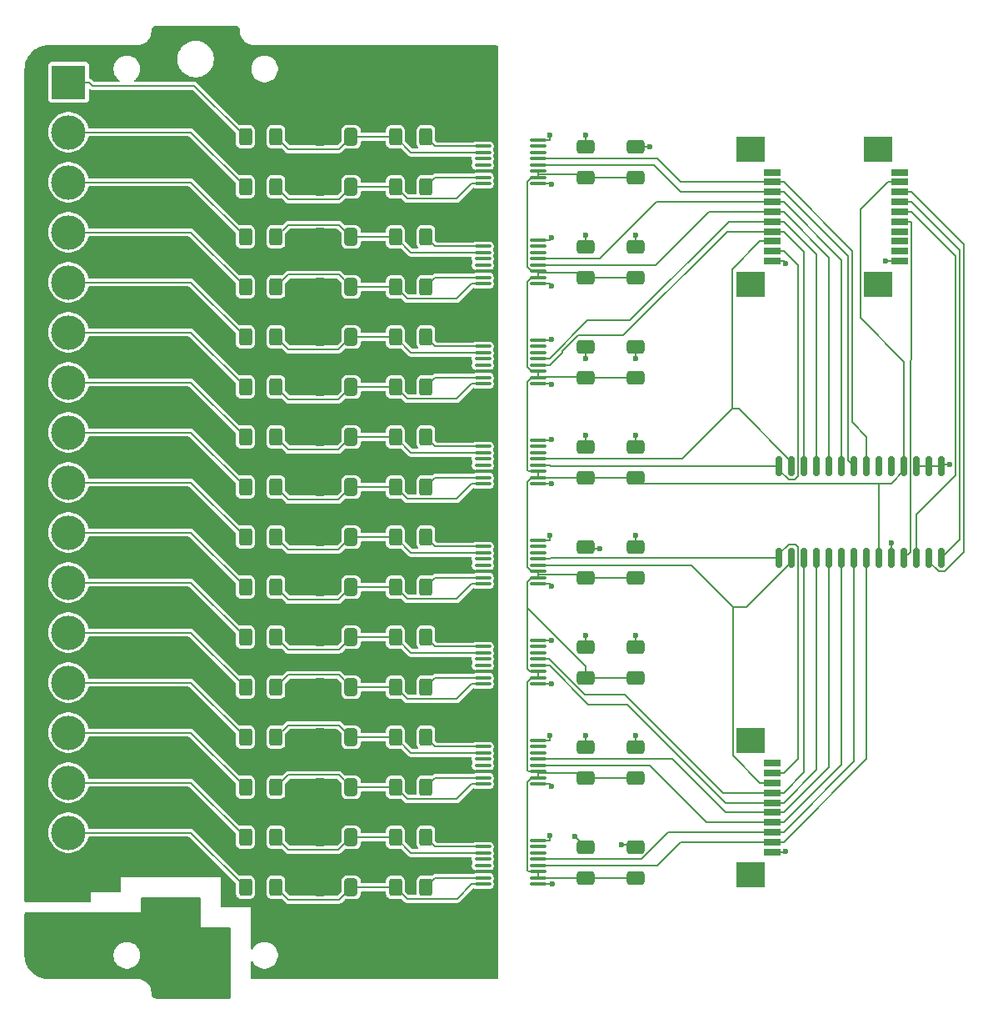
<source format=gbr>
%TF.GenerationSoftware,KiCad,Pcbnew,8.0.3-8.0.3-0~ubuntu22.04.1*%
%TF.CreationDate,2024-10-28T11:08:21+03:00*%
%TF.ProjectId,PM-DI16-DC24sink,504d2d44-4931-4362-9d44-43323473696e,rev?*%
%TF.SameCoordinates,Original*%
%TF.FileFunction,Copper,L1,Top*%
%TF.FilePolarity,Positive*%
%FSLAX46Y46*%
G04 Gerber Fmt 4.6, Leading zero omitted, Abs format (unit mm)*
G04 Created by KiCad (PCBNEW 8.0.3-8.0.3-0~ubuntu22.04.1) date 2024-10-28 11:08:21*
%MOMM*%
%LPD*%
G01*
G04 APERTURE LIST*
G04 Aperture macros list*
%AMRoundRect*
0 Rectangle with rounded corners*
0 $1 Rounding radius*
0 $2 $3 $4 $5 $6 $7 $8 $9 X,Y pos of 4 corners*
0 Add a 4 corners polygon primitive as box body*
4,1,4,$2,$3,$4,$5,$6,$7,$8,$9,$2,$3,0*
0 Add four circle primitives for the rounded corners*
1,1,$1+$1,$2,$3*
1,1,$1+$1,$4,$5*
1,1,$1+$1,$6,$7*
1,1,$1+$1,$8,$9*
0 Add four rect primitives between the rounded corners*
20,1,$1+$1,$2,$3,$4,$5,0*
20,1,$1+$1,$4,$5,$6,$7,0*
20,1,$1+$1,$6,$7,$8,$9,0*
20,1,$1+$1,$8,$9,$2,$3,0*%
G04 Aperture macros list end*
%TA.AperFunction,SMDPad,CuDef*%
%ADD10RoundRect,0.250000X-0.400000X-0.625000X0.400000X-0.625000X0.400000X0.625000X-0.400000X0.625000X0*%
%TD*%
%TA.AperFunction,SMDPad,CuDef*%
%ADD11RoundRect,0.250000X-0.650000X0.412500X-0.650000X-0.412500X0.650000X-0.412500X0.650000X0.412500X0*%
%TD*%
%TA.AperFunction,SMDPad,CuDef*%
%ADD12O,1.649999X0.399999*%
%TD*%
%TA.AperFunction,SMDPad,CuDef*%
%ADD13RoundRect,0.250000X0.412500X0.650000X-0.412500X0.650000X-0.412500X-0.650000X0.412500X-0.650000X0*%
%TD*%
%TA.AperFunction,SMDPad,CuDef*%
%ADD14R,1.803400X0.635000*%
%TD*%
%TA.AperFunction,SMDPad,CuDef*%
%ADD15R,2.997200X2.590800*%
%TD*%
%TA.AperFunction,ComponentPad*%
%ADD16O,6.350000X6.350000*%
%TD*%
%TA.AperFunction,ComponentPad*%
%ADD17R,3.500000X3.500000*%
%TD*%
%TA.AperFunction,ComponentPad*%
%ADD18C,3.500000*%
%TD*%
%TA.AperFunction,SMDPad,CuDef*%
%ADD19RoundRect,0.150000X0.150000X-0.875000X0.150000X0.875000X-0.150000X0.875000X-0.150000X-0.875000X0*%
%TD*%
%TA.AperFunction,SMDPad,CuDef*%
%ADD20RoundRect,0.250000X1.450000X-0.537500X1.450000X0.537500X-1.450000X0.537500X-1.450000X-0.537500X0*%
%TD*%
%TA.AperFunction,ViaPad*%
%ADD21C,0.600000*%
%TD*%
%TA.AperFunction,Conductor*%
%ADD22C,0.200000*%
%TD*%
G04 APERTURE END LIST*
D10*
%TO.P,R9,1*%
%TO.N,Net-(U2-SENSE2)*%
X-11710000Y38100000D03*
%TO.P,R9,2*%
%TO.N,Net-(U2-IN2)*%
X-8610000Y38100000D03*
%TD*%
D11*
%TO.P,C12,1*%
%TO.N,GND*%
X12700000Y16802500D03*
%TO.P,C12,2*%
%TO.N,+3.3V*%
X12700000Y13677500D03*
%TD*%
D12*
%TO.P,U4,1,GND1*%
%TO.N,GND*%
X2825001Y13017500D03*
%TO.P,U4,2,VCC1*%
%TO.N,+3.3V*%
X2825001Y13652500D03*
%TO.P,U4,3,EN*%
X2825001Y14287500D03*
%TO.P,U4,4,OUT1*%
%TO.N,/a0.5-IS*%
X2825001Y14922500D03*
%TO.P,U4,5,OUT2*%
%TO.N,/a0.4-IS*%
X2825001Y15557500D03*
%TO.P,U4,6,NC*%
%TO.N,unconnected-(U4-NC-Pad6)*%
X2825001Y16192500D03*
%TO.P,U4,7,NC*%
%TO.N,unconnected-(U4-NC-Pad7)*%
X2825001Y16827500D03*
%TO.P,U4,8,GND1*%
%TO.N,GND*%
X2825001Y17462500D03*
%TO.P,U4,9,FGND2*%
%TO.N,FGND*%
X-2824998Y17462500D03*
%TO.P,U4,10,IN2*%
%TO.N,Net-(U4-IN2)*%
X-2824998Y16827500D03*
%TO.P,U4,11,SENSE2*%
%TO.N,Net-(U4-SENSE2)*%
X-2824998Y16192500D03*
%TO.P,U4,12,SUB2*%
%TO.N,unconnected-(U4-SUB2-Pad12)*%
X-2824998Y15557500D03*
%TO.P,U4,13,SUB1*%
%TO.N,unconnected-(U4-SUB1-Pad13)*%
X-2824998Y14922500D03*
%TO.P,U4,14,FGND1*%
%TO.N,FGND*%
X-2824998Y14287500D03*
%TO.P,U4,15,IN1*%
%TO.N,Net-(U4-IN1)*%
X-2824998Y13652500D03*
%TO.P,U4,16,SENSE1*%
%TO.N,Net-(U4-SENSE1)*%
X-2824998Y13017500D03*
%TD*%
D13*
%TO.P,C18,1*%
%TO.N,Net-(U6-SENSE2)*%
X-16217500Y-2540000D03*
%TO.P,C18,2*%
%TO.N,FGND*%
X-19342500Y-2540000D03*
%TD*%
D10*
%TO.P,R28,1*%
%TO.N,Net-(U7-SENSE1)*%
X-11710000Y-17780000D03*
%TO.P,R28,2*%
%TO.N,Net-(U7-IN1)*%
X-8610000Y-17780000D03*
%TD*%
%TO.P,R3,1*%
%TO.N,/a0.2*%
X-26950000Y27940000D03*
%TO.P,R3,2*%
%TO.N,Net-(U3-SENSE2)*%
X-23850000Y27940000D03*
%TD*%
D13*
%TO.P,C3,1*%
%TO.N,Net-(U3-SENSE2)*%
X-16217500Y27940000D03*
%TO.P,C3,2*%
%TO.N,FGND*%
X-19342500Y27940000D03*
%TD*%
D10*
%TO.P,R24,1*%
%TO.N,/b0.7*%
X-26950000Y-38100000D03*
%TO.P,R24,2*%
%TO.N,Net-(U9-SENSE1)*%
X-23850000Y-38100000D03*
%TD*%
D13*
%TO.P,C7,1*%
%TO.N,Net-(U3-SENSE1)*%
X-16217500Y22860000D03*
%TO.P,C7,2*%
%TO.N,FGND*%
X-19342500Y22860000D03*
%TD*%
D10*
%TO.P,R5,1*%
%TO.N,/a0.4*%
X-26950000Y17780000D03*
%TO.P,R5,2*%
%TO.N,Net-(U4-SENSE2)*%
X-23850000Y17780000D03*
%TD*%
D11*
%TO.P,C29,1*%
%TO.N,GND*%
X12700000Y-33997500D03*
%TO.P,C29,2*%
%TO.N,+3.3V*%
X12700000Y-37122500D03*
%TD*%
D10*
%TO.P,R29,1*%
%TO.N,Net-(U8-SENSE2)*%
X-11710000Y-22860000D03*
%TO.P,R29,2*%
%TO.N,Net-(U8-IN2)*%
X-8610000Y-22860000D03*
%TD*%
%TO.P,R8,1*%
%TO.N,/a0.7*%
X-26950000Y2540000D03*
%TO.P,R8,2*%
%TO.N,Net-(U5-SENSE1)*%
X-23850000Y2540000D03*
%TD*%
D13*
%TO.P,C22,1*%
%TO.N,Net-(U6-SENSE1)*%
X-16217500Y-7620000D03*
%TO.P,C22,2*%
%TO.N,FGND*%
X-19342500Y-7620000D03*
%TD*%
D11*
%TO.P,C28,1*%
%TO.N,GND*%
X12700000Y-23837500D03*
%TO.P,C28,2*%
%TO.N,+3.3V*%
X12700000Y-26962500D03*
%TD*%
D13*
%TO.P,C5,1*%
%TO.N,Net-(U5-SENSE2)*%
X-16217500Y7620000D03*
%TO.P,C5,2*%
%TO.N,FGND*%
X-19342500Y7620000D03*
%TD*%
D11*
%TO.P,C17,1*%
%TO.N,GND*%
X7620000Y6642500D03*
%TO.P,C17,2*%
%TO.N,+3.3V*%
X7620000Y3517500D03*
%TD*%
D13*
%TO.P,C24,1*%
%TO.N,Net-(U8-SENSE1)*%
X-16217500Y-27940000D03*
%TO.P,C24,2*%
%TO.N,FGND*%
X-19342500Y-27940000D03*
%TD*%
D10*
%TO.P,R20,1*%
%TO.N,/b0.3*%
X-26950000Y-17780000D03*
%TO.P,R20,2*%
%TO.N,Net-(U7-SENSE1)*%
X-23850000Y-17780000D03*
%TD*%
%TO.P,R16,1*%
%TO.N,Net-(U5-SENSE1)*%
X-11710000Y2540000D03*
%TO.P,R16,2*%
%TO.N,Net-(U5-IN1)*%
X-8610000Y2540000D03*
%TD*%
D14*
%TO.P,J3,1,Pin_1*%
%TO.N,unconnected-(J3-Pin_1-Pad1)*%
X26556000Y34499991D03*
%TO.P,J3,2,Pin_2*%
%TO.N,/a0.0-IS*%
X26556000Y33499993D03*
%TO.P,J3,3,Pin_3*%
%TO.N,/a0.1-IS*%
X26556000Y32499995D03*
%TO.P,J3,4,Pin_4*%
%TO.N,/a0.2-IS*%
X26556000Y31499997D03*
%TO.P,J3,5,Pin_5*%
%TO.N,/a0.3-IS*%
X26556000Y30499999D03*
%TO.P,J3,6,Pin_6*%
%TO.N,/a0.4-IS*%
X26556000Y29500001D03*
%TO.P,J3,7,Pin_7*%
%TO.N,/a0.5-IS*%
X26556000Y28500003D03*
%TO.P,J3,8,Pin_8*%
%TO.N,/a0.6-IS*%
X26556000Y27500005D03*
%TO.P,J3,9,Pin_9*%
%TO.N,/a0.7-IS*%
X26556000Y26500007D03*
%TO.P,J3,10,Pin_10*%
%TO.N,GND*%
X26556000Y25500009D03*
D15*
%TO.P,J3,11*%
%TO.N,N/C*%
X24385999Y36850002D03*
%TO.P,J3,12*%
X24385999Y23149998D03*
%TD*%
D10*
%TO.P,R11,1*%
%TO.N,Net-(U3-SENSE2)*%
X-11710000Y27940000D03*
%TO.P,R11,2*%
%TO.N,Net-(U3-IN2)*%
X-8610000Y27940000D03*
%TD*%
D12*
%TO.P,U8,1,GND1*%
%TO.N,GND*%
X2825001Y-27622500D03*
%TO.P,U8,2,VCC1*%
%TO.N,+3.3V*%
X2825001Y-26987500D03*
%TO.P,U8,3,EN*%
X2825001Y-26352500D03*
%TO.P,U8,4,OUT1*%
%TO.N,/b0.5-IS*%
X2825001Y-25717500D03*
%TO.P,U8,5,OUT2*%
%TO.N,/b0.4-IS*%
X2825001Y-25082500D03*
%TO.P,U8,6,NC*%
%TO.N,unconnected-(U8-NC-Pad6)*%
X2825001Y-24447500D03*
%TO.P,U8,7,NC*%
%TO.N,unconnected-(U8-NC-Pad7)*%
X2825001Y-23812500D03*
%TO.P,U8,8,GND1*%
%TO.N,GND*%
X2825001Y-23177500D03*
%TO.P,U8,9,FGND2*%
%TO.N,FGND*%
X-2824998Y-23177500D03*
%TO.P,U8,10,IN2*%
%TO.N,Net-(U8-IN2)*%
X-2824998Y-23812500D03*
%TO.P,U8,11,SENSE2*%
%TO.N,Net-(U8-SENSE2)*%
X-2824998Y-24447500D03*
%TO.P,U8,12,SUB2*%
%TO.N,unconnected-(U8-SUB2-Pad12)*%
X-2824998Y-25082500D03*
%TO.P,U8,13,SUB1*%
%TO.N,unconnected-(U8-SUB1-Pad13)*%
X-2824998Y-25717500D03*
%TO.P,U8,14,FGND1*%
%TO.N,FGND*%
X-2824998Y-26352500D03*
%TO.P,U8,15,IN1*%
%TO.N,Net-(U8-IN1)*%
X-2824998Y-26987500D03*
%TO.P,U8,16,SENSE1*%
%TO.N,Net-(U8-SENSE1)*%
X-2824998Y-27622500D03*
%TD*%
D11*
%TO.P,C14,1*%
%TO.N,GND*%
X7620000Y37122500D03*
%TO.P,C14,2*%
%TO.N,+3.3V*%
X7620000Y33997500D03*
%TD*%
D10*
%TO.P,R1,1*%
%TO.N,/a0.0*%
X-26950000Y38100000D03*
%TO.P,R1,2*%
%TO.N,Net-(U2-SENSE2)*%
X-23850000Y38100000D03*
%TD*%
D13*
%TO.P,C4,1*%
%TO.N,Net-(U4-SENSE2)*%
X-16217500Y17780000D03*
%TO.P,C4,2*%
%TO.N,FGND*%
X-19342500Y17780000D03*
%TD*%
%TO.P,C20,1*%
%TO.N,Net-(U8-SENSE2)*%
X-16217500Y-22860000D03*
%TO.P,C20,2*%
%TO.N,FGND*%
X-19342500Y-22860000D03*
%TD*%
D16*
%TO.P,PE1,1*%
%TO.N,PE*%
X-32000000Y-46000000D03*
%TD*%
D10*
%TO.P,R30,1*%
%TO.N,Net-(U8-SENSE1)*%
X-11710000Y-27940000D03*
%TO.P,R30,2*%
%TO.N,Net-(U8-IN1)*%
X-8610000Y-27940000D03*
%TD*%
D11*
%TO.P,C31,1*%
%TO.N,GND*%
X12700000Y-13677500D03*
%TO.P,C31,2*%
%TO.N,+3.3V*%
X12700000Y-16802500D03*
%TD*%
D10*
%TO.P,R18,1*%
%TO.N,/b0.1*%
X-26950000Y-7620000D03*
%TO.P,R18,2*%
%TO.N,Net-(U6-SENSE1)*%
X-23850000Y-7620000D03*
%TD*%
D17*
%TO.P,J1,1,Pin_1*%
%TO.N,/a0.0*%
X-44920000Y43650000D03*
D18*
%TO.P,J1,2,Pin_2*%
%TO.N,/a0.1*%
X-44920000Y38570000D03*
%TO.P,J1,3,Pin_3*%
%TO.N,/a0.2*%
X-44920000Y33490000D03*
%TO.P,J1,4,Pin_4*%
%TO.N,/a0.3*%
X-44920000Y28410000D03*
%TO.P,J1,5,Pin_5*%
%TO.N,/a0.4*%
X-44920000Y23330000D03*
%TO.P,J1,6,Pin_6*%
%TO.N,/a0.5*%
X-44920000Y18250000D03*
%TO.P,J1,7,Pin_7*%
%TO.N,/a0.6*%
X-44920000Y13170000D03*
%TO.P,J1,8,Pin_8*%
%TO.N,/a0.7*%
X-44920000Y8090000D03*
%TO.P,J1,9,Pin_9*%
%TO.N,/b0.0*%
X-44920000Y3010000D03*
%TO.P,J1,10,Pin_10*%
%TO.N,/b0.1*%
X-44920000Y-2070000D03*
%TO.P,J1,11,Pin_11*%
%TO.N,/b0.2*%
X-44920000Y-7150000D03*
%TO.P,J1,12,Pin_12*%
%TO.N,/b0.3*%
X-44920000Y-12230000D03*
%TO.P,J1,13,Pin_13*%
%TO.N,/b0.4*%
X-44920000Y-17310000D03*
%TO.P,J1,14,Pin_14*%
%TO.N,/b0.5*%
X-44920000Y-22390000D03*
%TO.P,J1,15,Pin_15*%
%TO.N,/b0.6*%
X-44920000Y-27470000D03*
%TO.P,J1,16,Pin_16*%
%TO.N,/b0.7*%
X-44920000Y-32550000D03*
%TO.P,J1,17,Pin_17*%
%TO.N,FGND*%
X-44920000Y-37630000D03*
%TO.P,J1,18,Pin_18*%
%TO.N,PE*%
X-44920000Y-42710000D03*
%TD*%
D13*
%TO.P,C2,1*%
%TO.N,Net-(U2-SENSE2)*%
X-16217500Y38100000D03*
%TO.P,C2,2*%
%TO.N,FGND*%
X-19342500Y38100000D03*
%TD*%
D10*
%TO.P,R10,1*%
%TO.N,Net-(U2-SENSE1)*%
X-11710000Y33020000D03*
%TO.P,R10,2*%
%TO.N,Net-(U2-IN1)*%
X-8610000Y33020000D03*
%TD*%
%TO.P,R17,1*%
%TO.N,/b0.0*%
X-26950000Y-2540000D03*
%TO.P,R17,2*%
%TO.N,Net-(U6-SENSE2)*%
X-23850000Y-2540000D03*
%TD*%
D14*
%TO.P,J4,1,Pin_1*%
%TO.N,unconnected-(J4-Pin_1-Pad1)*%
X26556000Y-25500009D03*
%TO.P,J4,2,Pin_2*%
%TO.N,/b0.0-IS*%
X26556000Y-26500007D03*
%TO.P,J4,3,Pin_3*%
%TO.N,/b0.1-IS*%
X26556000Y-27500005D03*
%TO.P,J4,4,Pin_4*%
%TO.N,/b0.2-IS*%
X26556000Y-28500003D03*
%TO.P,J4,5,Pin_5*%
%TO.N,/b0.3-IS*%
X26556000Y-29500001D03*
%TO.P,J4,6,Pin_6*%
%TO.N,/b0.4-IS*%
X26556000Y-30499999D03*
%TO.P,J4,7,Pin_7*%
%TO.N,/b0.5-IS*%
X26556000Y-31499997D03*
%TO.P,J4,8,Pin_8*%
%TO.N,/b0.6-IS*%
X26556000Y-32499995D03*
%TO.P,J4,9,Pin_9*%
%TO.N,/b0.7-IS*%
X26556000Y-33499993D03*
%TO.P,J4,10,Pin_10*%
%TO.N,GND*%
X26556000Y-34499991D03*
D15*
%TO.P,J4,11*%
%TO.N,N/C*%
X24385999Y-23149998D03*
%TO.P,J4,12*%
X24385999Y-36850002D03*
%TD*%
D12*
%TO.P,U7,1,GND1*%
%TO.N,GND*%
X2825001Y-17462500D03*
%TO.P,U7,2,VCC1*%
%TO.N,+3.3V*%
X2825001Y-16827500D03*
%TO.P,U7,3,EN*%
X2825001Y-16192500D03*
%TO.P,U7,4,OUT1*%
%TO.N,/b0.3-IS*%
X2825001Y-15557500D03*
%TO.P,U7,5,OUT2*%
%TO.N,/b0.2-IS*%
X2825001Y-14922500D03*
%TO.P,U7,6,NC*%
%TO.N,unconnected-(U7-NC-Pad6)*%
X2825001Y-14287500D03*
%TO.P,U7,7,NC*%
%TO.N,unconnected-(U7-NC-Pad7)*%
X2825001Y-13652500D03*
%TO.P,U7,8,GND1*%
%TO.N,GND*%
X2825001Y-13017500D03*
%TO.P,U7,9,FGND2*%
%TO.N,FGND*%
X-2824998Y-13017500D03*
%TO.P,U7,10,IN2*%
%TO.N,Net-(U7-IN2)*%
X-2824998Y-13652500D03*
%TO.P,U7,11,SENSE2*%
%TO.N,Net-(U7-SENSE2)*%
X-2824998Y-14287500D03*
%TO.P,U7,12,SUB2*%
%TO.N,unconnected-(U7-SUB2-Pad12)*%
X-2824998Y-14922500D03*
%TO.P,U7,13,SUB1*%
%TO.N,unconnected-(U7-SUB1-Pad13)*%
X-2824998Y-15557500D03*
%TO.P,U7,14,FGND1*%
%TO.N,FGND*%
X-2824998Y-16192500D03*
%TO.P,U7,15,IN1*%
%TO.N,Net-(U7-IN1)*%
X-2824998Y-16827500D03*
%TO.P,U7,16,SENSE1*%
%TO.N,Net-(U7-SENSE1)*%
X-2824998Y-17462500D03*
%TD*%
D11*
%TO.P,C13,1*%
%TO.N,GND*%
X12700000Y6642500D03*
%TO.P,C13,2*%
%TO.N,+3.3V*%
X12700000Y3517500D03*
%TD*%
D19*
%TO.P,U10,1,GPB0*%
%TO.N,/b0.0-IS*%
X27305000Y-4650000D03*
%TO.P,U10,2,GPB1*%
%TO.N,/b0.1-IS*%
X28575000Y-4650000D03*
%TO.P,U10,3,GPB2*%
%TO.N,/b0.2-IS*%
X29845000Y-4650000D03*
%TO.P,U10,4,GPB3*%
%TO.N,/b0.3-IS*%
X31115000Y-4650000D03*
%TO.P,U10,5,GPB4*%
%TO.N,/b0.4-IS*%
X32385000Y-4650000D03*
%TO.P,U10,6,GPB5*%
%TO.N,/b0.5-IS*%
X33655000Y-4650000D03*
%TO.P,U10,7,GPB6*%
%TO.N,/b0.6-IS*%
X34925000Y-4650000D03*
%TO.P,U10,8,GPB7*%
%TO.N,/b0.7-IS*%
X36195000Y-4650000D03*
%TO.P,U10,9,VDD*%
%TO.N,+3.3V*%
X37465000Y-4650000D03*
%TO.P,U10,10,VSS*%
%TO.N,GND*%
X38735000Y-4650000D03*
%TO.P,U10,11,~{CS}*%
%TO.N,/CS*%
X40005000Y-4650000D03*
%TO.P,U10,12,SCK*%
%TO.N,/SCK*%
X41275000Y-4650000D03*
%TO.P,U10,13,SI*%
%TO.N,/MOSI*%
X42545000Y-4650000D03*
%TO.P,U10,14,SO*%
%TO.N,/MISO*%
X43815000Y-4650000D03*
%TO.P,U10,15,A0*%
%TO.N,GND*%
X43815000Y4650000D03*
%TO.P,U10,16,A1*%
X42545000Y4650000D03*
%TO.P,U10,17,A2*%
X41275000Y4650000D03*
%TO.P,U10,18,~{RESET}*%
%TO.N,+3.3V*%
X40005000Y4650000D03*
%TO.P,U10,19,INTB*%
%TO.N,unconnected-(U10-INTB-Pad19)*%
X38735000Y4650000D03*
%TO.P,U10,20,INTA*%
%TO.N,unconnected-(U10-INTA-Pad20)*%
X37465000Y4650000D03*
%TO.P,U10,21,GPA0*%
%TO.N,/a0.0-IS*%
X36195000Y4650000D03*
%TO.P,U10,22,GPA1*%
%TO.N,/a0.1-IS*%
X34925000Y4650000D03*
%TO.P,U10,23,GPA2*%
%TO.N,/a0.2-IS*%
X33655000Y4650000D03*
%TO.P,U10,24,GPA3*%
%TO.N,/a0.3-IS*%
X32385000Y4650000D03*
%TO.P,U10,25,GPA4*%
%TO.N,/a0.4-IS*%
X31115000Y4650000D03*
%TO.P,U10,26,GPA5*%
%TO.N,/a0.5-IS*%
X29845000Y4650000D03*
%TO.P,U10,27,GPA6*%
%TO.N,/a0.6-IS*%
X28575000Y4650000D03*
%TO.P,U10,28,GPA7*%
%TO.N,/a0.7-IS*%
X27305000Y4650000D03*
%TD*%
D10*
%TO.P,R12,1*%
%TO.N,Net-(U3-SENSE1)*%
X-11710000Y22860000D03*
%TO.P,R12,2*%
%TO.N,Net-(U3-IN1)*%
X-8610000Y22860000D03*
%TD*%
D13*
%TO.P,C8,1*%
%TO.N,Net-(U4-SENSE1)*%
X-16217500Y12700000D03*
%TO.P,C8,2*%
%TO.N,FGND*%
X-19342500Y12700000D03*
%TD*%
D10*
%TO.P,R21,1*%
%TO.N,/b0.4*%
X-26950000Y-22860000D03*
%TO.P,R21,2*%
%TO.N,Net-(U8-SENSE2)*%
X-23850000Y-22860000D03*
%TD*%
D13*
%TO.P,C21,1*%
%TO.N,Net-(U9-SENSE2)*%
X-16217500Y-33020000D03*
%TO.P,C21,2*%
%TO.N,FGND*%
X-19342500Y-33020000D03*
%TD*%
D10*
%TO.P,R6,1*%
%TO.N,/a0.5*%
X-26950000Y12700000D03*
%TO.P,R6,2*%
%TO.N,Net-(U4-SENSE1)*%
X-23850000Y12700000D03*
%TD*%
%TO.P,R26,1*%
%TO.N,Net-(U6-SENSE1)*%
X-11710000Y-7620000D03*
%TO.P,R26,2*%
%TO.N,Net-(U6-IN1)*%
X-8610000Y-7620000D03*
%TD*%
D11*
%TO.P,C27,1*%
%TO.N,GND*%
X7620000Y-13677500D03*
%TO.P,C27,2*%
%TO.N,+3.3V*%
X7620000Y-16802500D03*
%TD*%
D10*
%TO.P,R4,1*%
%TO.N,/a0.3*%
X-26950000Y22860000D03*
%TO.P,R4,2*%
%TO.N,Net-(U3-SENSE1)*%
X-23850000Y22860000D03*
%TD*%
D20*
%TO.P,C1,1*%
%TO.N,PE*%
X-34290000Y-40237500D03*
%TO.P,C1,2*%
%TO.N,FGND*%
X-34290000Y-35962500D03*
%TD*%
D10*
%TO.P,R2,1*%
%TO.N,/a0.1*%
X-26950000Y33020000D03*
%TO.P,R2,2*%
%TO.N,Net-(U2-SENSE1)*%
X-23850000Y33020000D03*
%TD*%
%TO.P,R7,1*%
%TO.N,/a0.6*%
X-26950000Y7620000D03*
%TO.P,R7,2*%
%TO.N,Net-(U5-SENSE2)*%
X-23850000Y7620000D03*
%TD*%
D11*
%TO.P,C15,1*%
%TO.N,GND*%
X7620000Y26962500D03*
%TO.P,C15,2*%
%TO.N,+3.3V*%
X7620000Y23837500D03*
%TD*%
D13*
%TO.P,C23,1*%
%TO.N,Net-(U7-SENSE1)*%
X-16217500Y-17780000D03*
%TO.P,C23,2*%
%TO.N,FGND*%
X-19342500Y-17780000D03*
%TD*%
D10*
%TO.P,R32,1*%
%TO.N,Net-(U9-SENSE1)*%
X-11710000Y-38100000D03*
%TO.P,R32,2*%
%TO.N,Net-(U9-IN1)*%
X-8610000Y-38100000D03*
%TD*%
D13*
%TO.P,C25,1*%
%TO.N,Net-(U9-SENSE1)*%
X-16217500Y-38100000D03*
%TO.P,C25,2*%
%TO.N,FGND*%
X-19342500Y-38100000D03*
%TD*%
D11*
%TO.P,C32,1*%
%TO.N,GND*%
X7620000Y-23837500D03*
%TO.P,C32,2*%
%TO.N,+3.3V*%
X7620000Y-26962500D03*
%TD*%
%TO.P,C11,1*%
%TO.N,GND*%
X12700000Y26962500D03*
%TO.P,C11,2*%
%TO.N,+3.3V*%
X12700000Y23837500D03*
%TD*%
%TO.P,C10,1*%
%TO.N,GND*%
X12700000Y37122500D03*
%TO.P,C10,2*%
%TO.N,+3.3V*%
X12700000Y33997500D03*
%TD*%
D12*
%TO.P,U6,1,GND1*%
%TO.N,GND*%
X2825001Y-7302500D03*
%TO.P,U6,2,VCC1*%
%TO.N,+3.3V*%
X2825001Y-6667500D03*
%TO.P,U6,3,EN*%
X2825001Y-6032500D03*
%TO.P,U6,4,OUT1*%
%TO.N,/b0.1-IS*%
X2825001Y-5397500D03*
%TO.P,U6,5,OUT2*%
%TO.N,/b0.0-IS*%
X2825001Y-4762500D03*
%TO.P,U6,6,NC*%
%TO.N,unconnected-(U6-NC-Pad6)*%
X2825001Y-4127500D03*
%TO.P,U6,7,NC*%
%TO.N,unconnected-(U6-NC-Pad7)*%
X2825001Y-3492500D03*
%TO.P,U6,8,GND1*%
%TO.N,GND*%
X2825001Y-2857500D03*
%TO.P,U6,9,FGND2*%
%TO.N,FGND*%
X-2824998Y-2857500D03*
%TO.P,U6,10,IN2*%
%TO.N,Net-(U6-IN2)*%
X-2824998Y-3492500D03*
%TO.P,U6,11,SENSE2*%
%TO.N,Net-(U6-SENSE2)*%
X-2824998Y-4127500D03*
%TO.P,U6,12,SUB2*%
%TO.N,unconnected-(U6-SUB2-Pad12)*%
X-2824998Y-4762500D03*
%TO.P,U6,13,SUB1*%
%TO.N,unconnected-(U6-SUB1-Pad13)*%
X-2824998Y-5397500D03*
%TO.P,U6,14,FGND1*%
%TO.N,FGND*%
X-2824998Y-6032500D03*
%TO.P,U6,15,IN1*%
%TO.N,Net-(U6-IN1)*%
X-2824998Y-6667500D03*
%TO.P,U6,16,SENSE1*%
%TO.N,Net-(U6-SENSE1)*%
X-2824998Y-7302500D03*
%TD*%
D11*
%TO.P,C16,1*%
%TO.N,GND*%
X7620000Y16802500D03*
%TO.P,C16,2*%
%TO.N,+3.3V*%
X7620000Y13677500D03*
%TD*%
D10*
%TO.P,R27,1*%
%TO.N,Net-(U7-SENSE2)*%
X-11710000Y-12700000D03*
%TO.P,R27,2*%
%TO.N,Net-(U7-IN2)*%
X-8610000Y-12700000D03*
%TD*%
D13*
%TO.P,C9,1*%
%TO.N,Net-(U5-SENSE1)*%
X-16217500Y2540000D03*
%TO.P,C9,2*%
%TO.N,FGND*%
X-19342500Y2540000D03*
%TD*%
D11*
%TO.P,C30,1*%
%TO.N,GND*%
X7620000Y-3517500D03*
%TO.P,C30,2*%
%TO.N,+3.3V*%
X7620000Y-6642500D03*
%TD*%
D12*
%TO.P,U3,1,GND1*%
%TO.N,GND*%
X2825001Y23177500D03*
%TO.P,U3,2,VCC1*%
%TO.N,+3.3V*%
X2825001Y23812500D03*
%TO.P,U3,3,EN*%
X2825001Y24447500D03*
%TO.P,U3,4,OUT1*%
%TO.N,/a0.3-IS*%
X2825001Y25082500D03*
%TO.P,U3,5,OUT2*%
%TO.N,/a0.2-IS*%
X2825001Y25717500D03*
%TO.P,U3,6,NC*%
%TO.N,unconnected-(U3-NC-Pad6)*%
X2825001Y26352500D03*
%TO.P,U3,7,NC*%
%TO.N,unconnected-(U3-NC-Pad7)*%
X2825001Y26987500D03*
%TO.P,U3,8,GND1*%
%TO.N,GND*%
X2825001Y27622500D03*
%TO.P,U3,9,FGND2*%
%TO.N,FGND*%
X-2824998Y27622500D03*
%TO.P,U3,10,IN2*%
%TO.N,Net-(U3-IN2)*%
X-2824998Y26987500D03*
%TO.P,U3,11,SENSE2*%
%TO.N,Net-(U3-SENSE2)*%
X-2824998Y26352500D03*
%TO.P,U3,12,SUB2*%
%TO.N,unconnected-(U3-SUB2-Pad12)*%
X-2824998Y25717500D03*
%TO.P,U3,13,SUB1*%
%TO.N,unconnected-(U3-SUB1-Pad13)*%
X-2824998Y25082500D03*
%TO.P,U3,14,FGND1*%
%TO.N,FGND*%
X-2824998Y24447500D03*
%TO.P,U3,15,IN1*%
%TO.N,Net-(U3-IN1)*%
X-2824998Y23812500D03*
%TO.P,U3,16,SENSE1*%
%TO.N,Net-(U3-SENSE1)*%
X-2824998Y23177500D03*
%TD*%
D13*
%TO.P,C6,1*%
%TO.N,Net-(U2-SENSE1)*%
X-16217500Y33020000D03*
%TO.P,C6,2*%
%TO.N,FGND*%
X-19342500Y33020000D03*
%TD*%
D10*
%TO.P,R15,1*%
%TO.N,Net-(U5-SENSE2)*%
X-11710000Y7620000D03*
%TO.P,R15,2*%
%TO.N,Net-(U5-IN2)*%
X-8610000Y7620000D03*
%TD*%
D12*
%TO.P,U5,1,GND1*%
%TO.N,GND*%
X2825001Y2857500D03*
%TO.P,U5,2,VCC1*%
%TO.N,+3.3V*%
X2825001Y3492500D03*
%TO.P,U5,3,EN*%
X2825001Y4127500D03*
%TO.P,U5,4,OUT1*%
%TO.N,/a0.7-IS*%
X2825001Y4762500D03*
%TO.P,U5,5,OUT2*%
%TO.N,/a0.6-IS*%
X2825001Y5397500D03*
%TO.P,U5,6,NC*%
%TO.N,unconnected-(U5-NC-Pad6)*%
X2825001Y6032500D03*
%TO.P,U5,7,NC*%
%TO.N,unconnected-(U5-NC-Pad7)*%
X2825001Y6667500D03*
%TO.P,U5,8,GND1*%
%TO.N,GND*%
X2825001Y7302500D03*
%TO.P,U5,9,FGND2*%
%TO.N,FGND*%
X-2824998Y7302500D03*
%TO.P,U5,10,IN2*%
%TO.N,Net-(U5-IN2)*%
X-2824998Y6667500D03*
%TO.P,U5,11,SENSE2*%
%TO.N,Net-(U5-SENSE2)*%
X-2824998Y6032500D03*
%TO.P,U5,12,SUB2*%
%TO.N,unconnected-(U5-SUB2-Pad12)*%
X-2824998Y5397500D03*
%TO.P,U5,13,SUB1*%
%TO.N,unconnected-(U5-SUB1-Pad13)*%
X-2824998Y4762500D03*
%TO.P,U5,14,FGND1*%
%TO.N,FGND*%
X-2824998Y4127500D03*
%TO.P,U5,15,IN1*%
%TO.N,Net-(U5-IN1)*%
X-2824998Y3492500D03*
%TO.P,U5,16,SENSE1*%
%TO.N,Net-(U5-SENSE1)*%
X-2824998Y2857500D03*
%TD*%
%TO.P,U9,1,GND1*%
%TO.N,GND*%
X2825001Y-37782500D03*
%TO.P,U9,2,VCC1*%
%TO.N,+3.3V*%
X2825001Y-37147500D03*
%TO.P,U9,3,EN*%
X2825001Y-36512500D03*
%TO.P,U9,4,OUT1*%
%TO.N,/b0.7-IS*%
X2825001Y-35877500D03*
%TO.P,U9,5,OUT2*%
%TO.N,/b0.6-IS*%
X2825001Y-35242500D03*
%TO.P,U9,6,NC*%
%TO.N,unconnected-(U9-NC-Pad6)*%
X2825001Y-34607500D03*
%TO.P,U9,7,NC*%
%TO.N,unconnected-(U9-NC-Pad7)*%
X2825001Y-33972500D03*
%TO.P,U9,8,GND1*%
%TO.N,GND*%
X2825001Y-33337500D03*
%TO.P,U9,9,FGND2*%
%TO.N,FGND*%
X-2824998Y-33337500D03*
%TO.P,U9,10,IN2*%
%TO.N,Net-(U9-IN2)*%
X-2824998Y-33972500D03*
%TO.P,U9,11,SENSE2*%
%TO.N,Net-(U9-SENSE2)*%
X-2824998Y-34607500D03*
%TO.P,U9,12,SUB2*%
%TO.N,unconnected-(U9-SUB2-Pad12)*%
X-2824998Y-35242500D03*
%TO.P,U9,13,SUB1*%
%TO.N,unconnected-(U9-SUB1-Pad13)*%
X-2824998Y-35877500D03*
%TO.P,U9,14,FGND1*%
%TO.N,FGND*%
X-2824998Y-36512500D03*
%TO.P,U9,15,IN1*%
%TO.N,Net-(U9-IN1)*%
X-2824998Y-37147500D03*
%TO.P,U9,16,SENSE1*%
%TO.N,Net-(U9-SENSE1)*%
X-2824998Y-37782500D03*
%TD*%
%TO.P,U2,1,GND1*%
%TO.N,GND*%
X2825001Y33337500D03*
%TO.P,U2,2,VCC1*%
%TO.N,+3.3V*%
X2825001Y33972500D03*
%TO.P,U2,3,EN*%
X2825001Y34607500D03*
%TO.P,U2,4,OUT1*%
%TO.N,/a0.1-IS*%
X2825001Y35242500D03*
%TO.P,U2,5,OUT2*%
%TO.N,/a0.0-IS*%
X2825001Y35877500D03*
%TO.P,U2,6,NC*%
%TO.N,unconnected-(U2-NC-Pad6)*%
X2825001Y36512500D03*
%TO.P,U2,7,NC*%
%TO.N,unconnected-(U2-NC-Pad7)*%
X2825001Y37147500D03*
%TO.P,U2,8,GND1*%
%TO.N,GND*%
X2825001Y37782500D03*
%TO.P,U2,9,FGND2*%
%TO.N,FGND*%
X-2824998Y37782500D03*
%TO.P,U2,10,IN2*%
%TO.N,Net-(U2-IN2)*%
X-2824998Y37147500D03*
%TO.P,U2,11,SENSE2*%
%TO.N,Net-(U2-SENSE2)*%
X-2824998Y36512500D03*
%TO.P,U2,12,SUB2*%
%TO.N,unconnected-(U2-SUB2-Pad12)*%
X-2824998Y35877500D03*
%TO.P,U2,13,SUB1*%
%TO.N,unconnected-(U2-SUB1-Pad13)*%
X-2824998Y35242500D03*
%TO.P,U2,14,FGND1*%
%TO.N,FGND*%
X-2824998Y34607500D03*
%TO.P,U2,15,IN1*%
%TO.N,Net-(U2-IN1)*%
X-2824998Y33972500D03*
%TO.P,U2,16,SENSE1*%
%TO.N,Net-(U2-SENSE1)*%
X-2824998Y33337500D03*
%TD*%
D14*
%TO.P,J2,1,Pin_1*%
%TO.N,/subplates/+5V*%
X39556000Y34499991D03*
%TO.P,J2,2,Pin_2*%
%TO.N,+3.3V*%
X39556000Y33499993D03*
%TO.P,J2,3,Pin_3*%
%TO.N,/MOSI*%
X39556000Y32499995D03*
%TO.P,J2,4,Pin_4*%
%TO.N,/MISO*%
X39556000Y31499997D03*
%TO.P,J2,5,Pin_5*%
%TO.N,/SCK*%
X39556000Y30499999D03*
%TO.P,J2,6,Pin_6*%
%TO.N,/CS*%
X39556000Y29500001D03*
%TO.P,J2,7,Pin_7*%
%TO.N,unconnected-(J2-Pin_7-Pad7)*%
X39556000Y28500003D03*
%TO.P,J2,8,Pin_8*%
%TO.N,unconnected-(J2-Pin_8-Pad8)*%
X39556000Y27500005D03*
%TO.P,J2,9,Pin_9*%
%TO.N,unconnected-(J2-Pin_9-Pad9)*%
X39556000Y26500007D03*
%TO.P,J2,10,Pin_10*%
%TO.N,GND*%
X39556000Y25500009D03*
D15*
%TO.P,J2,11*%
%TO.N,N/C*%
X37385999Y36850002D03*
%TO.P,J2,12*%
X37385999Y23149998D03*
%TD*%
D10*
%TO.P,R31,1*%
%TO.N,Net-(U9-SENSE2)*%
X-11710000Y-33020000D03*
%TO.P,R31,2*%
%TO.N,Net-(U9-IN2)*%
X-8610000Y-33020000D03*
%TD*%
D11*
%TO.P,C33,1*%
%TO.N,GND*%
X7620000Y-33997500D03*
%TO.P,C33,2*%
%TO.N,+3.3V*%
X7620000Y-37122500D03*
%TD*%
D10*
%TO.P,R13,1*%
%TO.N,Net-(U4-SENSE2)*%
X-11710000Y17780000D03*
%TO.P,R13,2*%
%TO.N,Net-(U4-IN2)*%
X-8610000Y17780000D03*
%TD*%
%TO.P,R25,1*%
%TO.N,Net-(U6-SENSE2)*%
X-11710000Y-2540000D03*
%TO.P,R25,2*%
%TO.N,Net-(U6-IN2)*%
X-8610000Y-2540000D03*
%TD*%
%TO.P,R14,1*%
%TO.N,Net-(U4-SENSE1)*%
X-11710000Y12700000D03*
%TO.P,R14,2*%
%TO.N,Net-(U4-IN1)*%
X-8610000Y12700000D03*
%TD*%
D11*
%TO.P,C26,1*%
%TO.N,GND*%
X12700000Y-3517500D03*
%TO.P,C26,2*%
%TO.N,+3.3V*%
X12700000Y-6642500D03*
%TD*%
D10*
%TO.P,R23,1*%
%TO.N,/b0.6*%
X-26950000Y-33020000D03*
%TO.P,R23,2*%
%TO.N,Net-(U9-SENSE2)*%
X-23850000Y-33020000D03*
%TD*%
%TO.P,R19,1*%
%TO.N,/b0.2*%
X-26950000Y-12700000D03*
%TO.P,R19,2*%
%TO.N,Net-(U7-SENSE2)*%
X-23850000Y-12700000D03*
%TD*%
%TO.P,R22,1*%
%TO.N,/b0.5*%
X-26950000Y-27940000D03*
%TO.P,R22,2*%
%TO.N,Net-(U8-SENSE1)*%
X-23850000Y-27940000D03*
%TD*%
D13*
%TO.P,C19,1*%
%TO.N,Net-(U7-SENSE2)*%
X-16217500Y-12700000D03*
%TO.P,C19,2*%
%TO.N,FGND*%
X-19342500Y-12700000D03*
%TD*%
D21*
%TO.N,GND*%
X4193600Y7353400D03*
X4154100Y-17462500D03*
X27977900Y25281500D03*
X3951700Y-2366500D03*
X7620000Y15622700D03*
X3951700Y-22670000D03*
X12700000Y28135100D03*
X7620000Y-22660900D03*
X14108800Y37106800D03*
X7620000Y38317500D03*
X4161300Y27832100D03*
X4245900Y-37728800D03*
X11271300Y-33747600D03*
X27968100Y-34447000D03*
X12700000Y-12479700D03*
X3951700Y-32838800D03*
X7620000Y28131700D03*
X7620000Y7831700D03*
X9033000Y-3745400D03*
X3951700Y38285600D03*
X7620000Y-12489200D03*
X4155900Y2858200D03*
X38735000Y-3110700D03*
X4160500Y-7511300D03*
X44631200Y4818300D03*
X4199900Y17513700D03*
X38142200Y25458300D03*
X4154600Y-27825400D03*
X12700000Y15626100D03*
X12700000Y7830600D03*
X12700000Y-22640400D03*
X4153200Y22976000D03*
X12700000Y-2351300D03*
X6555400Y-32932900D03*
X4164200Y33298300D03*
X4168700Y-13038200D03*
X4179800Y12985000D03*
%TD*%
D22*
%TO.N,GND*%
X4179800Y12985000D02*
X3984200Y12985000D01*
X3951700Y38285600D02*
X3951700Y37782500D01*
X26556000Y25500000D02*
X27759400Y25500000D01*
X3951700Y-22670000D02*
X3951700Y-23177500D01*
X4153200Y22976000D02*
X3951700Y23177500D01*
X27968100Y-34447000D02*
X27812400Y-34447000D01*
X12700000Y16802500D02*
X12700000Y15626100D01*
X2825000Y37782500D02*
X3951700Y37782500D01*
X7620000Y-22660900D02*
X7620000Y-23837500D01*
X4245900Y-37728800D02*
X4005400Y-37728800D01*
X9033000Y-3745400D02*
X7847900Y-3745400D01*
X2825000Y-13017500D02*
X3951700Y-13017500D01*
X26556000Y-34500000D02*
X27759400Y-34500000D01*
X4164200Y33298300D02*
X3990900Y33298300D01*
X2825000Y7302500D02*
X3951700Y7302500D01*
X11271300Y-33747600D02*
X12450100Y-33747600D01*
X12700000Y6642500D02*
X12700000Y7830600D01*
X27977900Y25281500D02*
X27759400Y25500000D01*
X3984200Y12985000D02*
X3951700Y13017500D01*
X6555400Y-32932900D02*
X7620000Y-33997500D01*
X3951700Y-2366500D02*
X3951700Y-2857500D01*
X2825000Y23177500D02*
X3951700Y23177500D01*
X4155900Y2858200D02*
X3952400Y2858200D01*
X2825000Y-2857500D02*
X3951700Y-2857500D01*
X2825000Y13017500D02*
X3951700Y13017500D01*
X3990900Y33298300D02*
X3951700Y33337500D01*
X7620000Y28131700D02*
X7620000Y26962500D01*
X2825000Y33337500D02*
X3951700Y33337500D01*
X7847900Y-3745400D02*
X7620000Y-3517500D01*
X38142200Y25458300D02*
X38310900Y25458300D01*
X12450100Y-33747600D02*
X12700000Y-33997500D01*
X2825000Y-33337500D02*
X3951700Y-33337500D01*
X43815000Y4650000D02*
X41275000Y4650000D01*
X2825000Y2857500D02*
X3951700Y2857500D01*
X7620000Y-13677500D02*
X7620000Y-12489200D01*
X7620000Y38317500D02*
X7620000Y37122500D01*
X38735000Y-3110700D02*
X38735000Y-4650000D01*
X3972400Y-13038200D02*
X3951700Y-13017500D01*
X2825000Y27622500D02*
X3951700Y27622500D01*
X4160500Y-7511300D02*
X3951700Y-7302500D01*
X4002900Y17513700D02*
X3951700Y17462500D01*
X38310900Y25458300D02*
X38352600Y25500000D01*
X4199900Y17513700D02*
X4002900Y17513700D01*
X27812400Y-34447000D02*
X27759400Y-34500000D01*
X39556000Y25500000D02*
X38352600Y25500000D01*
X43983300Y4818300D02*
X43815000Y4650000D01*
X2825000Y-37782500D02*
X3951700Y-37782500D01*
X3951700Y-32838800D02*
X3951700Y-33337500D01*
X3952400Y2858200D02*
X3951700Y2857500D01*
X12700000Y-2351300D02*
X12700000Y-3517500D01*
X2825000Y-23177500D02*
X3951700Y-23177500D01*
X44631200Y4818300D02*
X43983300Y4818300D01*
X4002600Y7353400D02*
X3951700Y7302500D01*
X7620000Y6642500D02*
X7620000Y7831700D01*
X12700000Y26962500D02*
X12700000Y28135100D01*
X7620000Y16802500D02*
X7620000Y15622700D01*
X12715700Y37106800D02*
X12700000Y37122500D01*
X12700000Y-22640400D02*
X12700000Y-23837500D01*
X4193600Y7353400D02*
X4002600Y7353400D01*
X4154600Y-27825400D02*
X3951700Y-27622500D01*
X4168700Y-13038200D02*
X3972400Y-13038200D01*
X4161300Y27832100D02*
X3951700Y27622500D01*
X2825000Y17462500D02*
X3951700Y17462500D01*
X2825000Y-17462500D02*
X4154100Y-17462500D01*
X12700000Y-12479700D02*
X12700000Y-13677500D01*
X2825000Y-27622500D02*
X3951700Y-27622500D01*
X14108800Y37106800D02*
X12715700Y37106800D01*
X4005400Y-37728800D02*
X3951700Y-37782500D01*
X2825000Y-7302500D02*
X3951700Y-7302500D01*
%TO.N,/MOSI*%
X40759400Y32500000D02*
X46060100Y27199300D01*
X44103000Y-6031700D02*
X43496400Y-6031700D01*
X43496400Y-6031700D02*
X42545000Y-5080300D01*
X39556000Y32500000D02*
X40759400Y32500000D01*
X46060100Y-4074600D02*
X44103000Y-6031700D01*
X42545000Y-5080300D02*
X42545000Y-4650000D01*
X46060100Y27199300D02*
X46060100Y-4074600D01*
%TO.N,/MISO*%
X43815000Y-4650000D02*
X45645700Y-2819300D01*
X45645700Y-2819300D02*
X45645700Y26613700D01*
X45645700Y26613700D02*
X40759400Y31500000D01*
X39556000Y31500000D02*
X40759400Y31500000D01*
%TO.N,/SCK*%
X40759400Y30500000D02*
X45244000Y26015400D01*
X45244000Y26015400D02*
X45244000Y3712400D01*
X45244000Y3712400D02*
X41275000Y-256600D01*
X41275000Y-256600D02*
X41275000Y-4650000D01*
X39556000Y30500000D02*
X40759400Y30500000D01*
%TO.N,Net-(U2-SENSE2)*%
X-22597500Y36847500D02*
X-17470000Y36847500D01*
X-10122500Y36512500D02*
X-11710000Y38100000D01*
X-16217500Y38100000D02*
X-11710000Y38100000D01*
X-17470000Y36847500D02*
X-16217500Y38100000D01*
X-23850000Y38100000D02*
X-22597500Y36847500D01*
X-2825000Y36512500D02*
X-10122500Y36512500D01*
%TO.N,Net-(U2-SENSE1)*%
X-17469800Y31767700D02*
X-22597700Y31767700D01*
X-11710000Y33020000D02*
X-10519400Y31829400D01*
X-22597700Y31767700D02*
X-23850000Y33020000D01*
X-2825000Y33337500D02*
X-3951700Y33337500D01*
X-16217500Y33020000D02*
X-11710000Y33020000D01*
X-5459800Y31829400D02*
X-3951700Y33337500D01*
X-16217500Y33020000D02*
X-17469800Y31767700D01*
X-10519400Y31829400D02*
X-5459800Y31829400D01*
%TO.N,Net-(U4-SENSE2)*%
X-11710000Y17780000D02*
X-16217500Y17780000D01*
X-2825000Y16192500D02*
X-10122500Y16192500D01*
X-16217500Y17780000D02*
X-17478200Y16519300D01*
X-10122500Y16192500D02*
X-11710000Y17780000D01*
X-22589300Y16519300D02*
X-23850000Y17780000D01*
X-17478200Y16519300D02*
X-22589300Y16519300D01*
%TO.N,Net-(U4-SENSE1)*%
X-5459800Y11509400D02*
X-3951700Y13017500D01*
X-16217500Y12700000D02*
X-11710000Y12700000D01*
X-22589300Y11439300D02*
X-23850000Y12700000D01*
X-17478200Y11439300D02*
X-22589300Y11439300D01*
X-16217500Y12700000D02*
X-17478200Y11439300D01*
X-2825000Y13017500D02*
X-3951700Y13017500D01*
X-10519400Y11509400D02*
X-5459800Y11509400D01*
X-11710000Y12700000D02*
X-10519400Y11509400D01*
%TO.N,Net-(U2-IN2)*%
X-7657500Y37147500D02*
X-8610000Y38100000D01*
X-2825000Y37147500D02*
X-7657500Y37147500D01*
%TO.N,Net-(U2-IN1)*%
X-7657500Y33972500D02*
X-8610000Y33020000D01*
X-2825000Y33972500D02*
X-7657500Y33972500D01*
%TO.N,Net-(U4-IN2)*%
X-7657500Y16827500D02*
X-8610000Y17780000D01*
X-2825000Y16827500D02*
X-7657500Y16827500D01*
%TO.N,Net-(U4-IN1)*%
X-2825000Y13652500D02*
X-7657500Y13652500D01*
X-7657500Y13652500D02*
X-8610000Y12700000D01*
%TO.N,Net-(U3-SENSE2)*%
X-2825000Y26352500D02*
X-10122500Y26352500D01*
X-10122500Y26352500D02*
X-11710000Y27940000D01*
X-16217500Y27940000D02*
X-17439900Y29162400D01*
X-22627600Y29162400D02*
X-23850000Y27940000D01*
X-17439900Y29162400D02*
X-22627600Y29162400D01*
X-11710000Y27940000D02*
X-16217500Y27940000D01*
%TO.N,Net-(U3-SENSE1)*%
X-17472500Y24115000D02*
X-16217500Y22860000D01*
X-10519400Y21669400D02*
X-5459800Y21669400D01*
X-22595000Y24115000D02*
X-17472500Y24115000D01*
X-2825000Y23177500D02*
X-3951700Y23177500D01*
X-16217500Y22860000D02*
X-11710000Y22860000D01*
X-23850000Y22860000D02*
X-22595000Y24115000D01*
X-11710000Y22860000D02*
X-10519400Y21669400D01*
X-5459800Y21669400D02*
X-3951700Y23177500D01*
%TO.N,Net-(U3-IN2)*%
X-7657500Y26987500D02*
X-8610000Y27940000D01*
X-2825000Y26987500D02*
X-7657500Y26987500D01*
%TO.N,Net-(U3-IN1)*%
X-2825000Y23812500D02*
X-7657500Y23812500D01*
X-7657500Y23812500D02*
X-8610000Y22860000D01*
%TO.N,Net-(U6-SENSE2)*%
X-22589300Y-3800700D02*
X-23850000Y-2540000D01*
X-2825000Y-4127500D02*
X-10122500Y-4127500D01*
X-17478200Y-3800700D02*
X-22589300Y-3800700D01*
X-10122500Y-4127500D02*
X-11710000Y-2540000D01*
X-11710000Y-2540000D02*
X-16217500Y-2540000D01*
X-16217500Y-2540000D02*
X-17478200Y-3800700D01*
%TO.N,Net-(U6-SENSE1)*%
X-11710000Y-7620000D02*
X-16217500Y-7620000D01*
X-22577700Y-8892300D02*
X-23850000Y-7620000D01*
X-5459800Y-8810600D02*
X-3951700Y-7302500D01*
X-17489800Y-8892300D02*
X-22577700Y-8892300D01*
X-2825000Y-7302500D02*
X-3951700Y-7302500D01*
X-16217500Y-7620000D02*
X-17489800Y-8892300D01*
X-11710000Y-7620000D02*
X-10519400Y-8810600D01*
X-10519400Y-8810600D02*
X-5459800Y-8810600D01*
%TO.N,Net-(U5-SENSE2)*%
X-22577700Y6347700D02*
X-23850000Y7620000D01*
X-16217500Y7620000D02*
X-17489800Y6347700D01*
X-17489800Y6347700D02*
X-22577700Y6347700D01*
X-11710000Y7620000D02*
X-16217500Y7620000D01*
X-2825000Y6032500D02*
X-10122500Y6032500D01*
X-10122500Y6032500D02*
X-11710000Y7620000D01*
%TO.N,Net-(U5-SENSE1)*%
X-16217500Y2540000D02*
X-11710000Y2540000D01*
X-11710000Y2540000D02*
X-10519400Y1349400D01*
X-22580800Y1270800D02*
X-23850000Y2540000D01*
X-2825000Y2857500D02*
X-3951700Y2857500D01*
X-5459800Y1349400D02*
X-3951700Y2857500D01*
X-17486700Y1270800D02*
X-22580800Y1270800D01*
X-16217500Y2540000D02*
X-17486700Y1270800D01*
X-10519400Y1349400D02*
X-5459800Y1349400D01*
%TO.N,Net-(U5-IN2)*%
X-2825000Y6667500D02*
X-7657500Y6667500D01*
X-7657500Y6667500D02*
X-8610000Y7620000D01*
%TO.N,Net-(U5-IN1)*%
X-7657500Y3492500D02*
X-8610000Y2540000D01*
X-2825000Y3492500D02*
X-7657500Y3492500D01*
%TO.N,Net-(U6-IN2)*%
X-7657500Y-3492500D02*
X-8610000Y-2540000D01*
X-2825000Y-3492500D02*
X-7657500Y-3492500D01*
%TO.N,Net-(U6-IN1)*%
X-7657500Y-6667500D02*
X-8610000Y-7620000D01*
X-2825000Y-6667500D02*
X-7657500Y-6667500D01*
%TO.N,Net-(U7-SENSE2)*%
X-2825000Y-14287500D02*
X-10122500Y-14287500D01*
X-17464800Y-13947300D02*
X-22602700Y-13947300D01*
X-22602700Y-13947300D02*
X-23850000Y-12700000D01*
X-10122500Y-14287500D02*
X-11710000Y-12700000D01*
X-16217500Y-12700000D02*
X-11710000Y-12700000D01*
X-16217500Y-12700000D02*
X-17464800Y-13947300D01*
%TO.N,Net-(U7-SENSE1)*%
X-10519400Y-18970600D02*
X-5459800Y-18970600D01*
X-22609900Y-16539900D02*
X-17457600Y-16539900D01*
X-5459800Y-18970600D02*
X-3951700Y-17462500D01*
X-17457600Y-16539900D02*
X-16217500Y-17780000D01*
X-23850000Y-17780000D02*
X-22609900Y-16539900D01*
X-2825000Y-17462500D02*
X-3951700Y-17462500D01*
X-11710000Y-17780000D02*
X-10519400Y-18970600D01*
X-16217500Y-17780000D02*
X-11710000Y-17780000D01*
%TO.N,Net-(U8-SENSE2)*%
X-11710000Y-22860000D02*
X-16217500Y-22860000D01*
X-17439900Y-21637600D02*
X-22627600Y-21637600D01*
X-10122500Y-24447500D02*
X-11710000Y-22860000D01*
X-22627600Y-21637600D02*
X-23850000Y-22860000D01*
X-2825000Y-24447500D02*
X-10122500Y-24447500D01*
X-16217500Y-22860000D02*
X-17439900Y-21637600D01*
%TO.N,Net-(U8-SENSE1)*%
X-11710000Y-27940000D02*
X-10519400Y-29130600D01*
X-23850000Y-27940000D02*
X-22595000Y-26685000D01*
X-16217500Y-27940000D02*
X-11710000Y-27940000D01*
X-17472500Y-26685000D02*
X-16217500Y-27940000D01*
X-2825000Y-27622500D02*
X-3951700Y-27622500D01*
X-10519400Y-29130600D02*
X-5459800Y-29130600D01*
X-22595000Y-26685000D02*
X-17472500Y-26685000D01*
X-5459800Y-29130600D02*
X-3951700Y-27622500D01*
%TO.N,Net-(U7-IN2)*%
X-7657500Y-13652500D02*
X-8610000Y-12700000D01*
X-2825000Y-13652500D02*
X-7657500Y-13652500D01*
%TO.N,Net-(U7-IN1)*%
X-7657500Y-16827500D02*
X-8610000Y-17780000D01*
X-2825000Y-16827500D02*
X-7657500Y-16827500D01*
%TO.N,Net-(U8-IN2)*%
X-2825000Y-23812500D02*
X-7657500Y-23812500D01*
X-7657500Y-23812500D02*
X-8610000Y-22860000D01*
%TO.N,Net-(U8-IN1)*%
X-2825000Y-26987500D02*
X-7657500Y-26987500D01*
X-7657500Y-26987500D02*
X-8610000Y-27940000D01*
%TO.N,+3.3V*%
X12700000Y33997500D02*
X7620000Y33997500D01*
X3976700Y-37122500D02*
X7620000Y-37122500D01*
X7620000Y-37122500D02*
X12700000Y-37122500D01*
X12700000Y-6642500D02*
X7620000Y-6642500D01*
X2825000Y3492500D02*
X3951700Y3492500D01*
X2825000Y-6350000D02*
X7327500Y-6350000D01*
X2825001Y-16192500D02*
X2825001Y-16827500D01*
X2825001Y-36512500D02*
X2825001Y-37147500D01*
X7620000Y3517500D02*
X12700000Y3517500D01*
X7327500Y34290000D02*
X7620000Y33997500D01*
X2825001Y-6032500D02*
X2825001Y-6667500D01*
X2825000Y-37147500D02*
X3951700Y-37147500D01*
X2825001Y4127500D02*
X2825001Y3492500D01*
X1841500Y-26352500D02*
X2825001Y-26352500D01*
X7620000Y13677500D02*
X12700000Y13677500D01*
X2127894Y23812500D02*
X1700001Y23384607D01*
X7327500Y-6350000D02*
X7620000Y-6642500D01*
X2127894Y-16827500D02*
X1700001Y-17255393D01*
X3951700Y-37147500D02*
X3976700Y-37122500D01*
X1700001Y-15924001D02*
X1968500Y-16192500D01*
X7534600Y13762900D02*
X7620000Y13677500D01*
X2825000Y13762900D02*
X7534600Y13762900D01*
X37465000Y2877000D02*
X37465000Y-4650000D01*
X7620000Y-15614600D02*
X1700000Y-9694600D01*
X1700001Y-17255393D02*
X1700001Y-26211001D01*
X2825001Y-26987500D02*
X2127894Y-26987500D01*
X2127894Y-6032500D02*
X2825001Y-6032500D01*
X1700001Y3064607D02*
X1700001Y-5604607D01*
X1700001Y-27415393D02*
X1700001Y-36371001D01*
X2127894Y14287500D02*
X2825001Y14287500D01*
X2825001Y14287500D02*
X2825001Y13652500D01*
X35585700Y19697600D02*
X35585700Y30733100D01*
X1841500Y-36512500D02*
X2825001Y-36512500D01*
X2127894Y-6667500D02*
X1700001Y-7095393D01*
X1700001Y33544607D02*
X1700001Y24875393D01*
X2825001Y3492500D02*
X2127894Y3492500D01*
X1700001Y-5604607D02*
X2127894Y-6032500D01*
X2127894Y33972500D02*
X1700001Y33544607D01*
X1700001Y14715393D02*
X2127894Y14287500D01*
X35585700Y30733100D02*
X38352600Y33500000D01*
X2825001Y24447500D02*
X2825001Y23812500D01*
X40005000Y4221400D02*
X40005000Y4650000D01*
X2127894Y24447500D02*
X2825001Y24447500D01*
X39556000Y33500000D02*
X38352600Y33500000D01*
X2825000Y34290000D02*
X7327500Y34290000D01*
X12700000Y-16802500D02*
X7620000Y-16802500D01*
X2825001Y-16827500D02*
X2127894Y-16827500D01*
X38660600Y2877000D02*
X40005000Y4221400D01*
X2825001Y-6667500D02*
X2127894Y-6667500D01*
X2825000Y-26462900D02*
X7120400Y-26462900D01*
X1841500Y4127500D02*
X2825001Y4127500D01*
X7620000Y-16802500D02*
X7620000Y-15614600D01*
X1700001Y24875393D02*
X2127894Y24447500D01*
X12700000Y3517500D02*
X13340500Y2877000D01*
X12700000Y-26962500D02*
X7620000Y-26962500D01*
X40005000Y4650000D02*
X40005000Y15278300D01*
X2127894Y13652500D02*
X1700001Y13224607D01*
X1700001Y-36371001D02*
X1841500Y-36512500D01*
X2825001Y13652500D02*
X2127894Y13652500D01*
X7120400Y24337100D02*
X7620000Y23837500D01*
X3951700Y3492500D02*
X3976700Y3517500D01*
X2127894Y3492500D02*
X1700001Y3064607D01*
X7120400Y-26462900D02*
X7620000Y-26962500D01*
X1700001Y-26211001D02*
X1841500Y-26352500D01*
X1700001Y23384607D02*
X1700001Y14715393D01*
X2825001Y23812500D02*
X2127894Y23812500D01*
X40005000Y15278300D02*
X35585700Y19697600D01*
X1700001Y4268999D02*
X1841500Y4127500D01*
X2825001Y-26352500D02*
X2825001Y-26987500D01*
X2825000Y24337100D02*
X7120400Y24337100D01*
X1700001Y13224607D02*
X1700001Y4268999D01*
X1700001Y-7095393D02*
X1700001Y-15924001D01*
X37465000Y2877000D02*
X38660600Y2877000D01*
X7620000Y23837500D02*
X12700000Y23837500D01*
X13340500Y2877000D02*
X37465000Y2877000D01*
X2825001Y33972500D02*
X2127894Y33972500D01*
X2127894Y-26987500D02*
X1700001Y-27415393D01*
X3976700Y3517500D02*
X7620000Y3517500D01*
X1968500Y-16192500D02*
X2825001Y-16192500D01*
X2825001Y34607500D02*
X2825001Y33972500D01*
%TO.N,Net-(U9-SENSE2)*%
X-22589300Y-34280700D02*
X-23850000Y-33020000D01*
X-2825000Y-34607500D02*
X-10122500Y-34607500D01*
X-17478200Y-34280700D02*
X-22589300Y-34280700D01*
X-10122500Y-34607500D02*
X-11710000Y-33020000D01*
X-11710000Y-33020000D02*
X-16217500Y-33020000D01*
X-16217500Y-33020000D02*
X-17478200Y-34280700D01*
%TO.N,Net-(U9-SENSE1)*%
X-5448100Y-39278900D02*
X-10531100Y-39278900D01*
X-2825000Y-37782500D02*
X-3951700Y-37782500D01*
X-11710000Y-38100000D02*
X-16217500Y-38100000D01*
X-3951700Y-37782500D02*
X-5448100Y-39278900D01*
X-10531100Y-39278900D02*
X-11710000Y-38100000D01*
X-17459900Y-39342400D02*
X-22607600Y-39342400D01*
X-16217500Y-38100000D02*
X-17459900Y-39342400D01*
X-22607600Y-39342400D02*
X-23850000Y-38100000D01*
%TO.N,Net-(U9-IN2)*%
X-7657500Y-33972500D02*
X-8610000Y-33020000D01*
X-2825000Y-33972500D02*
X-7657500Y-33972500D01*
%TO.N,Net-(U9-IN1)*%
X-2825000Y-37147500D02*
X-7657500Y-37147500D01*
X-7657500Y-37147500D02*
X-8610000Y-38100000D01*
%TO.N,/CS*%
X39556000Y29500000D02*
X40759400Y29500000D01*
X40641300Y-4013700D02*
X40641300Y15362400D01*
X40759400Y15480500D02*
X40759400Y29500000D01*
X40005000Y-4650000D02*
X40641300Y-4013700D01*
X40641300Y15362400D02*
X40759400Y15480500D01*
%TO.N,/a0.0-IS*%
X26556000Y33500000D02*
X27759400Y33500000D01*
X26556000Y33500000D02*
X17304800Y33500000D01*
X36195000Y4650000D02*
X36195000Y7656000D01*
X36195000Y7656000D02*
X34716400Y9134600D01*
X34716400Y9134600D02*
X34716400Y26543000D01*
X17304800Y33500000D02*
X14927300Y35877500D01*
X34716400Y26543000D02*
X27759400Y33500000D01*
X14927300Y35877500D02*
X2825000Y35877500D01*
%TO.N,/a0.2-IS*%
X27759400Y31500000D02*
X33655000Y25604400D01*
X14853600Y31500000D02*
X26556000Y31500000D01*
X33655000Y25604400D02*
X33655000Y4650000D01*
X9071100Y25717500D02*
X14853600Y31500000D01*
X26556000Y31500000D02*
X27759400Y31500000D01*
X2825000Y25717500D02*
X9071100Y25717500D01*
%TO.N,/a0.4-IS*%
X26556000Y29500000D02*
X22161000Y29500000D01*
X2825000Y15557500D02*
X3951700Y15557500D01*
X31115000Y26144400D02*
X31115000Y4650000D01*
X3951700Y15615200D02*
X3951700Y15557500D01*
X22161000Y29500000D02*
X12121200Y19460200D01*
X12121200Y19460200D02*
X7796700Y19460200D01*
X7796700Y19460200D02*
X3951700Y15615200D01*
X27759400Y29500000D02*
X31115000Y26144400D01*
X26556000Y29500000D02*
X27759400Y29500000D01*
%TO.N,/a0.1-IS*%
X26556000Y32500000D02*
X27759400Y32500000D01*
X17299900Y32500000D02*
X14557400Y35242500D01*
X26556000Y32500000D02*
X17299900Y32500000D01*
X14557400Y35242500D02*
X2825000Y35242500D01*
X34290000Y25969400D02*
X27759400Y32500000D01*
X34925000Y4650000D02*
X34290000Y5285000D01*
X34290000Y5285000D02*
X34290000Y25969400D01*
%TO.N,/a0.5-IS*%
X5243700Y16214500D02*
X3951700Y14922500D01*
X22031400Y28500000D02*
X11477400Y17946000D01*
X26556000Y28500000D02*
X27759400Y28500000D01*
X5243700Y16339200D02*
X5243700Y16214500D01*
X29845000Y26414400D02*
X27759400Y28500000D01*
X2825000Y14922500D02*
X3951700Y14922500D01*
X11477400Y17946000D02*
X6850500Y17946000D01*
X29845000Y4650000D02*
X29845000Y26414400D01*
X26556000Y28500000D02*
X22031400Y28500000D01*
X6850500Y17946000D02*
X5243700Y16339200D01*
%TO.N,/a0.7-IS*%
X29210000Y3614300D02*
X28896400Y3300700D01*
X27759400Y26500000D02*
X29210000Y25049400D01*
X27305000Y4650000D02*
X4064200Y4650000D01*
X28253500Y3300700D02*
X27305000Y4249200D01*
X4064200Y4650000D02*
X3951700Y4762500D01*
X26556000Y26500000D02*
X27759400Y26500000D01*
X27305000Y4249200D02*
X27305000Y4650000D01*
X2825000Y4762500D02*
X3951700Y4762500D01*
X28896400Y3300700D02*
X28253500Y3300700D01*
X29210000Y25049400D02*
X29210000Y3614300D01*
%TO.N,/a0.6-IS*%
X22538000Y10469800D02*
X22538000Y24685400D01*
X17465700Y5397500D02*
X2825000Y5397500D01*
X23198700Y10469800D02*
X22538000Y10469800D01*
X22538000Y10469800D02*
X17465700Y5397500D01*
X28575000Y5093500D02*
X23198700Y10469800D01*
X28575000Y4650000D02*
X28575000Y5093500D01*
X22538000Y24685400D02*
X25352600Y27500000D01*
X26556000Y27500000D02*
X25352600Y27500000D01*
%TO.N,/a0.3-IS*%
X20135700Y30500000D02*
X26556000Y30500000D01*
X14718200Y25082500D02*
X20135700Y30500000D01*
X2825000Y25082500D02*
X14718200Y25082500D01*
X26556000Y30500000D02*
X27759400Y30500000D01*
X32385000Y4650000D02*
X32385000Y25874400D01*
X32385000Y25874400D02*
X27759400Y30500000D01*
%TO.N,/b0.3-IS*%
X7922700Y-19528500D02*
X11892200Y-19528500D01*
X31115000Y-26144400D02*
X27759400Y-29500000D01*
X3951700Y-15557500D02*
X7922700Y-19528500D01*
X21863700Y-29500000D02*
X26556000Y-29500000D01*
X11892200Y-19528500D02*
X21863700Y-29500000D01*
X2825000Y-15557500D02*
X3951700Y-15557500D01*
X26556000Y-29500000D02*
X27759400Y-29500000D01*
X31115000Y-4650000D02*
X31115000Y-26144400D01*
%TO.N,/b0.2-IS*%
X11637400Y-18564400D02*
X7532300Y-18564400D01*
X26556000Y-28500000D02*
X21573000Y-28500000D01*
X29845000Y-26414400D02*
X27759400Y-28500000D01*
X7532300Y-18564400D02*
X3951700Y-14983800D01*
X29845000Y-4650000D02*
X29845000Y-26414400D01*
X3951700Y-14983800D02*
X3951700Y-14922500D01*
X2825000Y-14922500D02*
X3951700Y-14922500D01*
X26556000Y-28500000D02*
X27759400Y-28500000D01*
X21573000Y-28500000D02*
X11637400Y-18564400D01*
%TO.N,/b0.1-IS*%
X22585700Y-9631700D02*
X24007600Y-9631700D01*
X22585700Y-9631700D02*
X18351500Y-5397500D01*
X22585700Y-24733100D02*
X22585700Y-9631700D01*
X18351500Y-5397500D02*
X2825000Y-5397500D01*
X25352600Y-27500000D02*
X22585700Y-24733100D01*
X26556000Y-27500000D02*
X25352600Y-27500000D01*
X28575000Y-5064300D02*
X28575000Y-4650000D01*
X24007600Y-9631700D02*
X28575000Y-5064300D01*
%TO.N,/b0.4-IS*%
X26556000Y-30500000D02*
X27759400Y-30500000D01*
X21860800Y-30500000D02*
X26556000Y-30500000D01*
X2825000Y-25082500D02*
X16443300Y-25082500D01*
X32385000Y-25874400D02*
X27759400Y-30500000D01*
X32385000Y-4650000D02*
X32385000Y-25874400D01*
X16443300Y-25082500D02*
X21860800Y-30500000D01*
%TO.N,/b0.0-IS*%
X29210000Y-25049400D02*
X27759400Y-26500000D01*
X27305000Y-4232500D02*
X28265600Y-3271900D01*
X29210000Y-3554200D02*
X29210000Y-25049400D01*
X27305000Y-4650000D02*
X4064200Y-4650000D01*
X28265600Y-3271900D02*
X28927700Y-3271900D01*
X4064200Y-4650000D02*
X3951700Y-4762500D01*
X27305000Y-4650000D02*
X27305000Y-4232500D01*
X26556000Y-26500000D02*
X27759400Y-26500000D01*
X28927700Y-3271900D02*
X29210000Y-3554200D01*
X2825000Y-4762500D02*
X3951700Y-4762500D01*
%TO.N,/b0.7-IS*%
X14927300Y-35877500D02*
X2825000Y-35877500D01*
X17304800Y-33500000D02*
X14927300Y-35877500D01*
X36195000Y-25064400D02*
X27759400Y-33500000D01*
X36195000Y-4650000D02*
X36195000Y-25064400D01*
X26556000Y-33500000D02*
X17304800Y-33500000D01*
X26556000Y-33500000D02*
X27759400Y-33500000D01*
%TO.N,/b0.6-IS*%
X13299000Y-35242500D02*
X2825000Y-35242500D01*
X16041500Y-32500000D02*
X13299000Y-35242500D01*
X34925000Y-4650000D02*
X34925000Y-25334400D01*
X26556000Y-32500000D02*
X16041500Y-32500000D01*
X26556000Y-32500000D02*
X27759400Y-32500000D01*
X34925000Y-25334400D02*
X27759400Y-32500000D01*
%TO.N,/b0.5-IS*%
X2825000Y-25717500D02*
X14140400Y-25717500D01*
X33655000Y-4650000D02*
X33655000Y-25604400D01*
X19922900Y-31500000D02*
X26556000Y-31500000D01*
X14140400Y-25717500D02*
X19922900Y-31500000D01*
X26556000Y-31500000D02*
X27759400Y-31500000D01*
X33655000Y-25604400D02*
X27759400Y-31500000D01*
%TO.N,/a0.2*%
X-32500000Y33490000D02*
X-26950000Y27940000D01*
X-44920000Y33490000D02*
X-32500000Y33490000D01*
%TO.N,/a0.6*%
X-32500000Y13170000D02*
X-26950000Y7620000D01*
X-44920000Y13170000D02*
X-32500000Y13170000D01*
%TO.N,/b0.5*%
X-44920000Y-22390000D02*
X-32500000Y-22390000D01*
X-32500000Y-22390000D02*
X-26950000Y-27940000D01*
%TO.N,/a0.7*%
X-32500000Y8090000D02*
X-26950000Y2540000D01*
X-44920000Y8090000D02*
X-32500000Y8090000D01*
%TO.N,/b0.7*%
X-44920000Y-32550000D02*
X-32500000Y-32550000D01*
X-32500000Y-32550000D02*
X-26950000Y-38100000D01*
%TO.N,/a0.5*%
X-44920000Y18250000D02*
X-32500000Y18250000D01*
X-32500000Y18250000D02*
X-26950000Y12700000D01*
%TO.N,/b0.1*%
X-44920000Y-2070000D02*
X-32500000Y-2070000D01*
X-32500000Y-2070000D02*
X-26950000Y-7620000D01*
%TO.N,/b0.6*%
X-44920000Y-27470000D02*
X-32500000Y-27470000D01*
X-32500000Y-27470000D02*
X-26950000Y-33020000D01*
%TO.N,/b0.4*%
X-44920000Y-17310000D02*
X-32500000Y-17310000D01*
X-32500000Y-17310000D02*
X-26950000Y-22860000D01*
%TO.N,/b0.3*%
X-32500000Y-12230000D02*
X-26950000Y-17780000D01*
X-44920000Y-12230000D02*
X-32500000Y-12230000D01*
%TO.N,/a0.4*%
X-32500000Y23330000D02*
X-26950000Y17780000D01*
X-44920000Y23330000D02*
X-32500000Y23330000D01*
%TO.N,/b0.0*%
X-32500000Y3010000D02*
X-26950000Y-2540000D01*
X-44920000Y3010000D02*
X-32500000Y3010000D01*
%TO.N,/a0.3*%
X-44920000Y28410000D02*
X-32500000Y28410000D01*
X-32500000Y28410000D02*
X-26950000Y22860000D01*
%TO.N,/a0.1*%
X-44920000Y38570000D02*
X-32500000Y38570000D01*
X-32500000Y38570000D02*
X-26950000Y33020000D01*
%TO.N,/b0.2*%
X-32500000Y-7150000D02*
X-26950000Y-12700000D01*
X-44920000Y-7150000D02*
X-32500000Y-7150000D01*
%TO.N,/a0.0*%
X-44920000Y43650000D02*
X-42868300Y43650000D01*
X-42494500Y43276200D02*
X-32126200Y43276200D01*
X-42868300Y43650000D02*
X-42494500Y43276200D01*
X-32126200Y43276200D02*
X-26950000Y38100000D01*
%TD*%
%TA.AperFunction,Conductor*%
%TO.N,PE*%
G36*
X-31552961Y-39135685D02*
G01*
X-31507206Y-39188489D01*
X-31496000Y-39240000D01*
X-31496000Y-42164000D01*
X-28572000Y-42164000D01*
X-28504961Y-42183685D01*
X-28459206Y-42236489D01*
X-28448000Y-42288000D01*
X-28448000Y-49275500D01*
X-28467685Y-49342539D01*
X-28520489Y-49388294D01*
X-28572000Y-49399500D01*
X-35993038Y-49399500D01*
X-36006922Y-49398720D01*
X-36019447Y-49397308D01*
X-36097265Y-49388540D01*
X-36124334Y-49382362D01*
X-36203538Y-49354648D01*
X-36228556Y-49342600D01*
X-36299605Y-49297957D01*
X-36321314Y-49280644D01*
X-36380645Y-49221313D01*
X-36397958Y-49199604D01*
X-36442601Y-49128555D01*
X-36454649Y-49103537D01*
X-36482363Y-49024333D01*
X-36488541Y-48997263D01*
X-36498720Y-48906922D01*
X-36499500Y-48893038D01*
X-36499500Y-48792683D01*
X-36499500Y-48792682D01*
X-36530046Y-48580231D01*
X-36590516Y-48374290D01*
X-36590517Y-48374288D01*
X-36590518Y-48374284D01*
X-36679673Y-48179061D01*
X-36679680Y-48179048D01*
X-36772880Y-48034026D01*
X-36795719Y-47998487D01*
X-36828828Y-47960277D01*
X-36936276Y-47836275D01*
X-37098486Y-47695720D01*
X-37098487Y-47695719D01*
X-37175366Y-47646312D01*
X-37279049Y-47579679D01*
X-37279062Y-47579672D01*
X-37474285Y-47490517D01*
X-37680226Y-47430047D01*
X-37680236Y-47430044D01*
X-37871246Y-47402582D01*
X-37892682Y-47399500D01*
X-37892683Y-47399500D01*
X-46996249Y-47399500D01*
X-47003736Y-47399274D01*
X-47281742Y-47382457D01*
X-47296606Y-47380652D01*
X-47566863Y-47331126D01*
X-47581403Y-47327542D01*
X-47843710Y-47245803D01*
X-47857710Y-47240494D01*
X-48108265Y-47127729D01*
X-48121524Y-47120770D01*
X-48356653Y-46978630D01*
X-48368976Y-46970124D01*
X-48585262Y-46800675D01*
X-48596470Y-46790745D01*
X-48790746Y-46596469D01*
X-48800676Y-46585261D01*
X-48970125Y-46368975D01*
X-48978627Y-46356658D01*
X-49120772Y-46121522D01*
X-49127730Y-46108264D01*
X-49240496Y-45857706D01*
X-49245804Y-45843709D01*
X-49327543Y-45581402D01*
X-49331127Y-45566862D01*
X-49340006Y-45518412D01*
X-49380653Y-45296605D01*
X-49382458Y-45281741D01*
X-49399274Y-45003736D01*
X-49399500Y-44996249D01*
X-49399500Y-44893713D01*
X-40350500Y-44893713D01*
X-40350500Y-45106286D01*
X-40317247Y-45316239D01*
X-40251556Y-45518414D01*
X-40155049Y-45707820D01*
X-40030110Y-45879786D01*
X-39879787Y-46030109D01*
X-39707821Y-46155048D01*
X-39707819Y-46155049D01*
X-39707816Y-46155051D01*
X-39518412Y-46251557D01*
X-39316243Y-46317246D01*
X-39106287Y-46350500D01*
X-39106286Y-46350500D01*
X-38893714Y-46350500D01*
X-38893713Y-46350500D01*
X-38683757Y-46317246D01*
X-38481588Y-46251557D01*
X-38292184Y-46155051D01*
X-38227787Y-46108264D01*
X-38120214Y-46030109D01*
X-38120212Y-46030106D01*
X-38120208Y-46030104D01*
X-37969896Y-45879792D01*
X-37969894Y-45879788D01*
X-37969891Y-45879786D01*
X-37844952Y-45707820D01*
X-37844953Y-45707820D01*
X-37844949Y-45707816D01*
X-37748443Y-45518412D01*
X-37682754Y-45316243D01*
X-37649500Y-45106287D01*
X-37649500Y-44893713D01*
X-37682754Y-44683757D01*
X-37748443Y-44481588D01*
X-37844949Y-44292184D01*
X-37844951Y-44292181D01*
X-37844952Y-44292179D01*
X-37969891Y-44120213D01*
X-38120214Y-43969890D01*
X-38292180Y-43844951D01*
X-38481586Y-43748444D01*
X-38481587Y-43748443D01*
X-38481588Y-43748443D01*
X-38683757Y-43682754D01*
X-38683759Y-43682753D01*
X-38683760Y-43682753D01*
X-38845043Y-43657208D01*
X-38893713Y-43649500D01*
X-39106287Y-43649500D01*
X-39154958Y-43657208D01*
X-39316240Y-43682753D01*
X-39518415Y-43748444D01*
X-39707821Y-43844951D01*
X-39879787Y-43969890D01*
X-40030110Y-44120213D01*
X-40155049Y-44292179D01*
X-40251556Y-44481585D01*
X-40317247Y-44683760D01*
X-40350500Y-44893713D01*
X-49399500Y-44893713D01*
X-49399500Y-40764000D01*
X-49379815Y-40696961D01*
X-49327011Y-40651206D01*
X-49275500Y-40640000D01*
X-37592000Y-40640000D01*
X-37592000Y-39240000D01*
X-37572315Y-39172961D01*
X-37519511Y-39127206D01*
X-37468000Y-39116000D01*
X-31620000Y-39116000D01*
X-31552961Y-39135685D01*
G37*
%TD.AperFunction*%
%TD*%
%TA.AperFunction,Conductor*%
%TO.N,FGND*%
G36*
X-27993078Y49398720D02*
G01*
X-27902734Y49388541D01*
X-27875669Y49382364D01*
X-27796460Y49354648D01*
X-27771447Y49342602D01*
X-27700394Y49297957D01*
X-27678687Y49280645D01*
X-27619356Y49221314D01*
X-27602043Y49199605D01*
X-27557400Y49128556D01*
X-27545352Y49103538D01*
X-27517638Y49024334D01*
X-27511460Y48997265D01*
X-27501280Y48906924D01*
X-27500500Y48893039D01*
X-27500500Y48792683D01*
X-27469956Y48580236D01*
X-27469953Y48580226D01*
X-27409483Y48374285D01*
X-27320328Y48179062D01*
X-27320321Y48179049D01*
X-27204280Y47998486D01*
X-27063725Y47836276D01*
X-27043600Y47818838D01*
X-26901513Y47695719D01*
X-26772469Y47612789D01*
X-26720952Y47579680D01*
X-26720939Y47579673D01*
X-26525716Y47490518D01*
X-26525712Y47490517D01*
X-26525710Y47490516D01*
X-26319769Y47430046D01*
X-26319768Y47430046D01*
X-26319765Y47430045D01*
X-26256416Y47420938D01*
X-26107318Y47399500D01*
X-26107317Y47399500D01*
X-1394000Y47399500D01*
X-1326961Y47379815D01*
X-1281206Y47327011D01*
X-1270000Y47275500D01*
X-1270000Y-47275500D01*
X-1289685Y-47342539D01*
X-1342489Y-47388294D01*
X-1394000Y-47399500D01*
X-26107320Y-47399500D01*
X-26274354Y-47423515D01*
X-26343512Y-47413571D01*
X-26396316Y-47367816D01*
X-26416000Y-47300777D01*
X-26416000Y-45712172D01*
X-26396315Y-45645133D01*
X-26343511Y-45599378D01*
X-26274353Y-45589434D01*
X-26210797Y-45618459D01*
X-26181515Y-45655877D01*
X-26155049Y-45707820D01*
X-26030110Y-45879786D01*
X-25879787Y-46030109D01*
X-25707821Y-46155048D01*
X-25707819Y-46155049D01*
X-25707816Y-46155051D01*
X-25518412Y-46251557D01*
X-25316243Y-46317246D01*
X-25106287Y-46350500D01*
X-25106286Y-46350500D01*
X-24893714Y-46350500D01*
X-24893713Y-46350500D01*
X-24683757Y-46317246D01*
X-24481588Y-46251557D01*
X-24292184Y-46155051D01*
X-24270211Y-46139086D01*
X-24120214Y-46030109D01*
X-24120212Y-46030106D01*
X-24120208Y-46030104D01*
X-23969896Y-45879792D01*
X-23969894Y-45879788D01*
X-23969891Y-45879786D01*
X-23844952Y-45707820D01*
X-23844953Y-45707820D01*
X-23844949Y-45707816D01*
X-23748443Y-45518412D01*
X-23682754Y-45316243D01*
X-23649500Y-45106287D01*
X-23649500Y-44893713D01*
X-23682754Y-44683757D01*
X-23748443Y-44481588D01*
X-23844949Y-44292184D01*
X-23844951Y-44292181D01*
X-23844952Y-44292179D01*
X-23969891Y-44120213D01*
X-24120214Y-43969890D01*
X-24292180Y-43844951D01*
X-24481586Y-43748444D01*
X-24481587Y-43748443D01*
X-24481588Y-43748443D01*
X-24683757Y-43682754D01*
X-24683759Y-43682753D01*
X-24683760Y-43682753D01*
X-24845043Y-43657208D01*
X-24893713Y-43649500D01*
X-25106287Y-43649500D01*
X-25154958Y-43657208D01*
X-25316240Y-43682753D01*
X-25518415Y-43748444D01*
X-25707821Y-43844951D01*
X-25879787Y-43969890D01*
X-26030110Y-44120213D01*
X-26155052Y-44292184D01*
X-26155053Y-44292185D01*
X-26181516Y-44344122D01*
X-26229490Y-44394918D01*
X-26297311Y-44411713D01*
X-26363446Y-44389175D01*
X-26406897Y-44334460D01*
X-26416000Y-44287827D01*
X-26416000Y-40132000D01*
X-29340000Y-40132000D01*
X-29407039Y-40112315D01*
X-29452794Y-40059511D01*
X-29464000Y-40008000D01*
X-29464000Y-37084000D01*
X-39624000Y-37084000D01*
X-39624000Y-38484000D01*
X-39643685Y-38551039D01*
X-39696489Y-38596794D01*
X-39748000Y-38608000D01*
X-42672000Y-38608000D01*
X-42672000Y-39500000D01*
X-42691685Y-39567039D01*
X-42744489Y-39612794D01*
X-42796000Y-39624000D01*
X-49275500Y-39624000D01*
X-49342539Y-39604315D01*
X-49388294Y-39551511D01*
X-49399500Y-39500000D01*
X-49399500Y-32550000D01*
X-46975291Y-32550000D01*
X-46956149Y-32829862D01*
X-46956148Y-32829864D01*
X-46899079Y-33104499D01*
X-46899074Y-33104516D01*
X-46810853Y-33352745D01*
X-46805136Y-33368830D01*
X-46676081Y-33617896D01*
X-46514312Y-33847069D01*
X-46514308Y-33847073D01*
X-46514308Y-33847074D01*
X-46335631Y-34038391D01*
X-46322845Y-34052081D01*
X-46105246Y-34229111D01*
X-46105244Y-34229112D01*
X-46105243Y-34229113D01*
X-45865567Y-34374863D01*
X-45656743Y-34465567D01*
X-45608275Y-34486620D01*
X-45338161Y-34562303D01*
X-45093841Y-34595884D01*
X-45060259Y-34600500D01*
X-45060258Y-34600500D01*
X-44779741Y-34600500D01*
X-44749781Y-34596381D01*
X-44501839Y-34562303D01*
X-44231725Y-34486620D01*
X-43974432Y-34374862D01*
X-43734754Y-34229111D01*
X-43517155Y-34052081D01*
X-43325688Y-33847069D01*
X-43163919Y-33617896D01*
X-43034864Y-33368830D01*
X-42940925Y-33104511D01*
X-42940923Y-33104502D01*
X-42929445Y-33049271D01*
X-42896533Y-32987639D01*
X-42835524Y-32953584D01*
X-42808039Y-32950500D01*
X-32717255Y-32950500D01*
X-32650216Y-32970185D01*
X-32629574Y-32986819D01*
X-27936819Y-37679574D01*
X-27903334Y-37740897D01*
X-27900500Y-37767255D01*
X-27900500Y-38768102D01*
X-27897498Y-38793102D01*
X-27889878Y-38856561D01*
X-27889878Y-38856563D01*
X-27889877Y-38856564D01*
X-27881266Y-38878400D01*
X-27834361Y-38997343D01*
X-27742923Y-39117922D01*
X-27622344Y-39209360D01*
X-27622343Y-39209360D01*
X-27622342Y-39209361D01*
X-27481564Y-39264877D01*
X-27393102Y-39275500D01*
X-27393097Y-39275500D01*
X-26506903Y-39275500D01*
X-26506898Y-39275500D01*
X-26418436Y-39264877D01*
X-26277658Y-39209361D01*
X-26157078Y-39117922D01*
X-26065639Y-38997342D01*
X-26010123Y-38856564D01*
X-25999500Y-38768102D01*
X-25999500Y-37431898D01*
X-24800500Y-37431898D01*
X-24800500Y-38768102D01*
X-24797498Y-38793102D01*
X-24789878Y-38856561D01*
X-24789878Y-38856563D01*
X-24789877Y-38856564D01*
X-24781266Y-38878400D01*
X-24734361Y-38997343D01*
X-24642923Y-39117922D01*
X-24522344Y-39209360D01*
X-24522343Y-39209360D01*
X-24522342Y-39209361D01*
X-24381564Y-39264877D01*
X-24293102Y-39275500D01*
X-24293097Y-39275500D01*
X-23406897Y-39275500D01*
X-23318536Y-39264889D01*
X-23249627Y-39276440D01*
X-23216070Y-39300323D01*
X-22853513Y-39662880D01*
X-22762188Y-39715607D01*
X-22660327Y-39742900D01*
X-22660325Y-39742900D01*
X-17407175Y-39742900D01*
X-17407173Y-39742900D01*
X-17305312Y-39715607D01*
X-17213987Y-39662880D01*
X-16874754Y-39323645D01*
X-16813433Y-39290162D01*
X-16769696Y-39290898D01*
X-16769459Y-39288929D01*
X-16761564Y-39289877D01*
X-16673102Y-39300500D01*
X-16673097Y-39300500D01*
X-15761903Y-39300500D01*
X-15761898Y-39300500D01*
X-15673436Y-39289877D01*
X-15532658Y-39234361D01*
X-15412078Y-39142922D01*
X-15320639Y-39022342D01*
X-15265123Y-38881564D01*
X-15254500Y-38793102D01*
X-15254500Y-38624500D01*
X-15234815Y-38557461D01*
X-15182011Y-38511706D01*
X-15130500Y-38500500D01*
X-12784500Y-38500500D01*
X-12717461Y-38520185D01*
X-12671706Y-38572989D01*
X-12660500Y-38624500D01*
X-12660500Y-38768102D01*
X-12657498Y-38793102D01*
X-12649878Y-38856561D01*
X-12649878Y-38856563D01*
X-12649877Y-38856564D01*
X-12641266Y-38878400D01*
X-12594361Y-38997343D01*
X-12502923Y-39117922D01*
X-12382344Y-39209360D01*
X-12382343Y-39209360D01*
X-12382342Y-39209361D01*
X-12241564Y-39264877D01*
X-12153102Y-39275500D01*
X-12153097Y-39275500D01*
X-11266897Y-39275500D01*
X-11178536Y-39264889D01*
X-11109627Y-39276440D01*
X-11076070Y-39300323D01*
X-10851581Y-39524812D01*
X-10851580Y-39524813D01*
X-10777013Y-39599380D01*
X-10685687Y-39652107D01*
X-10583827Y-39679400D01*
X-10583825Y-39679400D01*
X-5395375Y-39679400D01*
X-5395373Y-39679400D01*
X-5293512Y-39652107D01*
X-5202187Y-39599380D01*
X-3842655Y-38239847D01*
X-3781334Y-38206364D01*
X-3711642Y-38211348D01*
X-3692978Y-38220142D01*
X-3643183Y-38248891D01*
X-3515890Y-38282999D01*
X-3515888Y-38282999D01*
X-2134108Y-38282999D01*
X-2134106Y-38282999D01*
X-2006813Y-38248891D01*
X-1892684Y-38182999D01*
X-1799499Y-38089814D01*
X-1733607Y-37975685D01*
X-1699499Y-37848392D01*
X-1699499Y-37716608D01*
X-1733607Y-37589315D01*
X-1769586Y-37526997D01*
X-1786058Y-37459100D01*
X-1769587Y-37403003D01*
X-1733607Y-37340685D01*
X-1699499Y-37213392D01*
X-1699499Y-37081608D01*
X-1733607Y-36954315D01*
X-1799499Y-36840186D01*
X-1892684Y-36747001D01*
X-1892685Y-36747000D01*
X-1892688Y-36746998D01*
X-2006811Y-36681110D01*
X-2006812Y-36681109D01*
X-2006813Y-36681109D01*
X-2134106Y-36647001D01*
X-3515890Y-36647001D01*
X-3643183Y-36681109D01*
X-3643186Y-36681110D01*
X-3728535Y-36730387D01*
X-3790535Y-36747000D01*
X-7710227Y-36747000D01*
X-7812087Y-36774293D01*
X-7812090Y-36774294D01*
X-7903410Y-36827017D01*
X-7903415Y-36827021D01*
X-7976072Y-36899677D01*
X-8037395Y-36933162D01*
X-8078535Y-36935111D01*
X-8094766Y-36933162D01*
X-8166898Y-36924500D01*
X-9053102Y-36924500D01*
X-9092147Y-36929188D01*
X-9141562Y-36935122D01*
X-9282344Y-36990639D01*
X-9402923Y-37082077D01*
X-9494361Y-37202656D01*
X-9549878Y-37343438D01*
X-9555812Y-37392853D01*
X-9560500Y-37431898D01*
X-9560500Y-37431903D01*
X-9560500Y-38754400D01*
X-9580185Y-38821439D01*
X-9632989Y-38867194D01*
X-9684500Y-38878400D01*
X-10313845Y-38878400D01*
X-10380884Y-38858715D01*
X-10401526Y-38842081D01*
X-10723181Y-38520426D01*
X-10756666Y-38459103D01*
X-10759500Y-38432745D01*
X-10759500Y-37431903D01*
X-10759500Y-37431898D01*
X-10770123Y-37343436D01*
X-10825639Y-37202658D01*
X-10825640Y-37202657D01*
X-10825640Y-37202656D01*
X-10917078Y-37082077D01*
X-11037657Y-36990639D01*
X-11178439Y-36935122D01*
X-11224074Y-36929642D01*
X-11266898Y-36924500D01*
X-12153102Y-36924500D01*
X-12192147Y-36929188D01*
X-12241562Y-36935122D01*
X-12382344Y-36990639D01*
X-12502923Y-37082077D01*
X-12594361Y-37202656D01*
X-12649878Y-37343438D01*
X-12655812Y-37392853D01*
X-12660500Y-37431898D01*
X-12660500Y-37431903D01*
X-12660500Y-37575500D01*
X-12680185Y-37642539D01*
X-12732989Y-37688294D01*
X-12784500Y-37699500D01*
X-15130500Y-37699500D01*
X-15197539Y-37679815D01*
X-15243294Y-37627011D01*
X-15254500Y-37575500D01*
X-15254500Y-37406903D01*
X-15254500Y-37406898D01*
X-15265123Y-37318436D01*
X-15320639Y-37177658D01*
X-15320640Y-37177657D01*
X-15320640Y-37177656D01*
X-15412078Y-37057077D01*
X-15532657Y-36965639D01*
X-15673439Y-36910122D01*
X-15719074Y-36904642D01*
X-15761898Y-36899500D01*
X-16673102Y-36899500D01*
X-16712147Y-36904188D01*
X-16761562Y-36910122D01*
X-16902344Y-36965639D01*
X-17022923Y-37057077D01*
X-17114361Y-37177656D01*
X-17169878Y-37318438D01*
X-17175812Y-37367853D01*
X-17180500Y-37406898D01*
X-17180500Y-37406903D01*
X-17180500Y-38445245D01*
X-17200185Y-38512284D01*
X-17216819Y-38532926D01*
X-17589474Y-38905581D01*
X-17650797Y-38939066D01*
X-17677155Y-38941900D01*
X-22390345Y-38941900D01*
X-22457384Y-38922215D01*
X-22478026Y-38905581D01*
X-22863181Y-38520426D01*
X-22896666Y-38459103D01*
X-22899500Y-38432745D01*
X-22899500Y-37431903D01*
X-22899500Y-37431898D01*
X-22910123Y-37343436D01*
X-22965639Y-37202658D01*
X-22965640Y-37202657D01*
X-22965640Y-37202656D01*
X-23057078Y-37082077D01*
X-23177657Y-36990639D01*
X-23318439Y-36935122D01*
X-23364074Y-36929642D01*
X-23406898Y-36924500D01*
X-24293102Y-36924500D01*
X-24332147Y-36929188D01*
X-24381562Y-36935122D01*
X-24522344Y-36990639D01*
X-24642923Y-37082077D01*
X-24734361Y-37202656D01*
X-24789878Y-37343438D01*
X-24795812Y-37392853D01*
X-24800500Y-37431898D01*
X-25999500Y-37431898D01*
X-26010123Y-37343436D01*
X-26065639Y-37202658D01*
X-26065640Y-37202657D01*
X-26065640Y-37202656D01*
X-26157078Y-37082077D01*
X-26277657Y-36990639D01*
X-26418439Y-36935122D01*
X-26464074Y-36929642D01*
X-26506898Y-36924500D01*
X-27393102Y-36924500D01*
X-27448824Y-36931191D01*
X-27481467Y-36935111D01*
X-27550375Y-36923559D01*
X-27583931Y-36899676D01*
X-32254085Y-32229522D01*
X-32254087Y-32229520D01*
X-32299750Y-32203156D01*
X-32345411Y-32176793D01*
X-32396343Y-32163146D01*
X-32447273Y-32149500D01*
X-32447274Y-32149500D01*
X-42808039Y-32149500D01*
X-42875078Y-32129815D01*
X-42920833Y-32077011D01*
X-42929445Y-32050729D01*
X-42940923Y-31995497D01*
X-42940927Y-31995483D01*
X-42990811Y-31855123D01*
X-43034864Y-31731170D01*
X-43163919Y-31482104D01*
X-43325688Y-31252931D01*
X-43325693Y-31252925D01*
X-43517155Y-31047919D01*
X-43734758Y-30870886D01*
X-43974434Y-30725136D01*
X-44231724Y-30613380D01*
X-44501834Y-30537698D01*
X-44501838Y-30537697D01*
X-44501839Y-30537697D01*
X-44640791Y-30518598D01*
X-44779741Y-30499500D01*
X-44779742Y-30499500D01*
X-45060258Y-30499500D01*
X-45060259Y-30499500D01*
X-45338161Y-30537697D01*
X-45338167Y-30537698D01*
X-45608277Y-30613380D01*
X-45865567Y-30725136D01*
X-46105243Y-30870886D01*
X-46322846Y-31047919D01*
X-46514308Y-31252925D01*
X-46514308Y-31252926D01*
X-46676081Y-31482103D01*
X-46805137Y-31731171D01*
X-46899074Y-31995483D01*
X-46899079Y-31995500D01*
X-46956148Y-32270135D01*
X-46956149Y-32270137D01*
X-46975291Y-32550000D01*
X-49399500Y-32550000D01*
X-49399500Y-27470000D01*
X-46975291Y-27470000D01*
X-46956149Y-27749862D01*
X-46956148Y-27749864D01*
X-46899079Y-28024499D01*
X-46899074Y-28024516D01*
X-46810853Y-28272745D01*
X-46805136Y-28288830D01*
X-46676081Y-28537896D01*
X-46514312Y-28767069D01*
X-46514308Y-28767073D01*
X-46514308Y-28767074D01*
X-46448682Y-28837342D01*
X-46322845Y-28972081D01*
X-46105246Y-29149111D01*
X-46105244Y-29149112D01*
X-46105243Y-29149113D01*
X-45865567Y-29294863D01*
X-45677595Y-29376510D01*
X-45608275Y-29406620D01*
X-45338161Y-29482303D01*
X-45093841Y-29515884D01*
X-45060259Y-29520500D01*
X-45060258Y-29520500D01*
X-44779741Y-29520500D01*
X-44749781Y-29516381D01*
X-44501839Y-29482303D01*
X-44231725Y-29406620D01*
X-43974432Y-29294862D01*
X-43734754Y-29149111D01*
X-43517155Y-28972081D01*
X-43325688Y-28767069D01*
X-43163919Y-28537896D01*
X-43034864Y-28288830D01*
X-42940925Y-28024511D01*
X-42940923Y-28024502D01*
X-42929445Y-27969271D01*
X-42896533Y-27907639D01*
X-42835524Y-27873584D01*
X-42808039Y-27870500D01*
X-32717255Y-27870500D01*
X-32650216Y-27890185D01*
X-32629574Y-27906819D01*
X-27936819Y-32599574D01*
X-27903334Y-32660897D01*
X-27900500Y-32687255D01*
X-27900500Y-33688102D01*
X-27897498Y-33713102D01*
X-27889878Y-33776561D01*
X-27834361Y-33917343D01*
X-27742923Y-34037922D01*
X-27622344Y-34129360D01*
X-27622343Y-34129360D01*
X-27622342Y-34129361D01*
X-27481564Y-34184877D01*
X-27393102Y-34195500D01*
X-27393097Y-34195500D01*
X-26506903Y-34195500D01*
X-26506898Y-34195500D01*
X-26418436Y-34184877D01*
X-26277658Y-34129361D01*
X-26157078Y-34037922D01*
X-26065639Y-33917342D01*
X-26010123Y-33776564D01*
X-25999500Y-33688102D01*
X-25999500Y-32351898D01*
X-24800500Y-32351898D01*
X-24800500Y-33688102D01*
X-24797498Y-33713102D01*
X-24789878Y-33776561D01*
X-24734361Y-33917343D01*
X-24642923Y-34037922D01*
X-24522344Y-34129360D01*
X-24522343Y-34129360D01*
X-24522342Y-34129361D01*
X-24381564Y-34184877D01*
X-24293102Y-34195500D01*
X-24293097Y-34195500D01*
X-23406897Y-34195500D01*
X-23318536Y-34184889D01*
X-23249627Y-34196440D01*
X-23216070Y-34220323D01*
X-22835213Y-34601180D01*
X-22743888Y-34653907D01*
X-22642027Y-34681200D01*
X-22642025Y-34681200D01*
X-17425475Y-34681200D01*
X-17425473Y-34681200D01*
X-17323612Y-34653907D01*
X-17232287Y-34601180D01*
X-16874754Y-34243645D01*
X-16813433Y-34210162D01*
X-16769696Y-34210898D01*
X-16769459Y-34208929D01*
X-16761564Y-34209877D01*
X-16673102Y-34220500D01*
X-16673097Y-34220500D01*
X-15761903Y-34220500D01*
X-15761898Y-34220500D01*
X-15673436Y-34209877D01*
X-15532658Y-34154361D01*
X-15412078Y-34062922D01*
X-15320639Y-33942342D01*
X-15265123Y-33801564D01*
X-15254500Y-33713102D01*
X-15254500Y-33544500D01*
X-15234815Y-33477461D01*
X-15182011Y-33431706D01*
X-15130500Y-33420500D01*
X-12784500Y-33420500D01*
X-12717461Y-33440185D01*
X-12671706Y-33492989D01*
X-12660500Y-33544500D01*
X-12660500Y-33688102D01*
X-12657498Y-33713102D01*
X-12649878Y-33776561D01*
X-12594361Y-33917343D01*
X-12502923Y-34037922D01*
X-12382344Y-34129360D01*
X-12382343Y-34129360D01*
X-12382342Y-34129361D01*
X-12241564Y-34184877D01*
X-12153102Y-34195500D01*
X-12153097Y-34195500D01*
X-11266897Y-34195500D01*
X-11178536Y-34184889D01*
X-11109627Y-34196440D01*
X-11076070Y-34220323D01*
X-10368413Y-34927980D01*
X-10277088Y-34980707D01*
X-10175227Y-35008000D01*
X-10069773Y-35008000D01*
X-4066918Y-35008000D01*
X-3999879Y-35027685D01*
X-3954124Y-35080489D01*
X-3944180Y-35149647D01*
X-3947144Y-35164095D01*
X-3950497Y-35176606D01*
X-3950497Y-35308391D01*
X-3916389Y-35435684D01*
X-3916389Y-35435685D01*
X-3880411Y-35498001D01*
X-3863939Y-35565901D01*
X-3880411Y-35621999D01*
X-3916389Y-35684314D01*
X-3916389Y-35684315D01*
X-3950497Y-35811608D01*
X-3950497Y-35943391D01*
X-3916389Y-36070684D01*
X-3916388Y-36070687D01*
X-3850500Y-36184810D01*
X-3850498Y-36184813D01*
X-3850497Y-36184814D01*
X-3757312Y-36277999D01*
X-3643183Y-36343891D01*
X-3515890Y-36377999D01*
X-3515888Y-36377999D01*
X-2134108Y-36377999D01*
X-2134106Y-36377999D01*
X-2006813Y-36343891D01*
X-1892684Y-36277999D01*
X-1799499Y-36184814D01*
X-1733607Y-36070685D01*
X-1699499Y-35943392D01*
X-1699499Y-35811608D01*
X-1733607Y-35684315D01*
X-1769586Y-35621997D01*
X-1786058Y-35554100D01*
X-1769587Y-35498003D01*
X-1733607Y-35435685D01*
X-1699499Y-35308392D01*
X-1699499Y-35176608D01*
X-1733607Y-35049315D01*
X-1769586Y-34986997D01*
X-1786058Y-34919100D01*
X-1769587Y-34863003D01*
X-1733607Y-34800685D01*
X-1699499Y-34673392D01*
X-1699499Y-34541608D01*
X-1733607Y-34414315D01*
X-1769586Y-34351997D01*
X-1786058Y-34284100D01*
X-1769587Y-34228003D01*
X-1733607Y-34165685D01*
X-1699499Y-34038392D01*
X-1699499Y-33906608D01*
X-1733607Y-33779315D01*
X-1771838Y-33713096D01*
X-1799497Y-33665189D01*
X-1799501Y-33665184D01*
X-1892683Y-33572002D01*
X-1892688Y-33571998D01*
X-2006811Y-33506110D01*
X-2006812Y-33506109D01*
X-2006813Y-33506109D01*
X-2134106Y-33472001D01*
X-3515890Y-33472001D01*
X-3643183Y-33506109D01*
X-3643186Y-33506110D01*
X-3728535Y-33555387D01*
X-3790535Y-33572000D01*
X-7440245Y-33572000D01*
X-7507284Y-33552315D01*
X-7527926Y-33535681D01*
X-7623181Y-33440426D01*
X-7656666Y-33379103D01*
X-7659500Y-33352745D01*
X-7659500Y-32351903D01*
X-7659500Y-32351898D01*
X-7670123Y-32263436D01*
X-7725639Y-32122658D01*
X-7725640Y-32122657D01*
X-7725640Y-32122656D01*
X-7817078Y-32002077D01*
X-7937657Y-31910639D01*
X-8078439Y-31855122D01*
X-8124074Y-31849642D01*
X-8166898Y-31844500D01*
X-9053102Y-31844500D01*
X-9092147Y-31849188D01*
X-9141562Y-31855122D01*
X-9282344Y-31910639D01*
X-9402923Y-32002077D01*
X-9494361Y-32122656D01*
X-9549878Y-32263438D01*
X-9550682Y-32270137D01*
X-9560500Y-32351898D01*
X-9560500Y-33688102D01*
X-9557498Y-33713102D01*
X-9549878Y-33776561D01*
X-9494361Y-33917343D01*
X-9425556Y-34008075D01*
X-9400733Y-34073386D01*
X-9415161Y-34141750D01*
X-9464258Y-34191461D01*
X-9524360Y-34207000D01*
X-9905245Y-34207000D01*
X-9972284Y-34187315D01*
X-9992926Y-34170681D01*
X-10723181Y-33440426D01*
X-10756666Y-33379103D01*
X-10759500Y-33352745D01*
X-10759500Y-32351903D01*
X-10759500Y-32351898D01*
X-10770123Y-32263436D01*
X-10825639Y-32122658D01*
X-10825640Y-32122657D01*
X-10825640Y-32122656D01*
X-10917078Y-32002077D01*
X-11037657Y-31910639D01*
X-11178439Y-31855122D01*
X-11224074Y-31849642D01*
X-11266898Y-31844500D01*
X-12153102Y-31844500D01*
X-12192147Y-31849188D01*
X-12241562Y-31855122D01*
X-12382344Y-31910639D01*
X-12502923Y-32002077D01*
X-12594361Y-32122656D01*
X-12649878Y-32263438D01*
X-12650682Y-32270137D01*
X-12660500Y-32351898D01*
X-12660500Y-32351903D01*
X-12660500Y-32495500D01*
X-12680185Y-32562539D01*
X-12732989Y-32608294D01*
X-12784500Y-32619500D01*
X-15130500Y-32619500D01*
X-15197539Y-32599815D01*
X-15243294Y-32547011D01*
X-15254500Y-32495500D01*
X-15254500Y-32326903D01*
X-15254500Y-32326898D01*
X-15265123Y-32238436D01*
X-15320639Y-32097658D01*
X-15320640Y-32097657D01*
X-15320640Y-32097656D01*
X-15412078Y-31977077D01*
X-15532657Y-31885639D01*
X-15673439Y-31830122D01*
X-15719074Y-31824642D01*
X-15761898Y-31819500D01*
X-16673102Y-31819500D01*
X-16712147Y-31824188D01*
X-16761562Y-31830122D01*
X-16902344Y-31885639D01*
X-17022923Y-31977077D01*
X-17114361Y-32097656D01*
X-17169878Y-32238438D01*
X-17173684Y-32270135D01*
X-17180500Y-32326898D01*
X-17180500Y-32326903D01*
X-17180500Y-33365245D01*
X-17200185Y-33432284D01*
X-17216819Y-33452926D01*
X-17607774Y-33843881D01*
X-17669097Y-33877366D01*
X-17695455Y-33880200D01*
X-22372045Y-33880200D01*
X-22439084Y-33860515D01*
X-22459726Y-33843881D01*
X-22863181Y-33440426D01*
X-22896666Y-33379103D01*
X-22899500Y-33352745D01*
X-22899500Y-32351903D01*
X-22899500Y-32351898D01*
X-22910123Y-32263436D01*
X-22965639Y-32122658D01*
X-22965640Y-32122657D01*
X-22965640Y-32122656D01*
X-23057078Y-32002077D01*
X-23177657Y-31910639D01*
X-23318439Y-31855122D01*
X-23364074Y-31849642D01*
X-23406898Y-31844500D01*
X-24293102Y-31844500D01*
X-24332147Y-31849188D01*
X-24381562Y-31855122D01*
X-24522344Y-31910639D01*
X-24642923Y-32002077D01*
X-24734361Y-32122656D01*
X-24789878Y-32263438D01*
X-24790682Y-32270137D01*
X-24800500Y-32351898D01*
X-25999500Y-32351898D01*
X-26010123Y-32263436D01*
X-26065639Y-32122658D01*
X-26065640Y-32122657D01*
X-26065640Y-32122656D01*
X-26157078Y-32002077D01*
X-26277657Y-31910639D01*
X-26418439Y-31855122D01*
X-26464074Y-31849642D01*
X-26506898Y-31844500D01*
X-27393102Y-31844500D01*
X-27448824Y-31851191D01*
X-27481467Y-31855111D01*
X-27550375Y-31843559D01*
X-27583931Y-31819676D01*
X-32254085Y-27149522D01*
X-32254087Y-27149520D01*
X-32302066Y-27121819D01*
X-32345411Y-27096793D01*
X-32396343Y-27083146D01*
X-32447273Y-27069500D01*
X-32447274Y-27069500D01*
X-42808039Y-27069500D01*
X-42875078Y-27049815D01*
X-42920833Y-26997011D01*
X-42929445Y-26970729D01*
X-42940923Y-26915497D01*
X-42940927Y-26915483D01*
X-42990811Y-26775123D01*
X-43034864Y-26651170D01*
X-43163919Y-26402104D01*
X-43325688Y-26172931D01*
X-43325693Y-26172925D01*
X-43517155Y-25967919D01*
X-43734758Y-25790886D01*
X-43974434Y-25645136D01*
X-44231724Y-25533380D01*
X-44501834Y-25457698D01*
X-44501838Y-25457697D01*
X-44501839Y-25457697D01*
X-44640791Y-25438598D01*
X-44779741Y-25419500D01*
X-44779742Y-25419500D01*
X-45060258Y-25419500D01*
X-45060259Y-25419500D01*
X-45338161Y-25457697D01*
X-45338167Y-25457698D01*
X-45608277Y-25533380D01*
X-45865567Y-25645136D01*
X-46105243Y-25790886D01*
X-46322846Y-25967919D01*
X-46514308Y-26172925D01*
X-46514308Y-26172926D01*
X-46514311Y-26172928D01*
X-46514312Y-26172931D01*
X-46579018Y-26264597D01*
X-46676081Y-26402103D01*
X-46805137Y-26651171D01*
X-46899074Y-26915483D01*
X-46899079Y-26915500D01*
X-46956148Y-27190135D01*
X-46956149Y-27190137D01*
X-46975291Y-27470000D01*
X-49399500Y-27470000D01*
X-49399500Y-22390000D01*
X-46975291Y-22390000D01*
X-46956149Y-22669862D01*
X-46956148Y-22669864D01*
X-46899079Y-22944499D01*
X-46899074Y-22944516D01*
X-46810853Y-23192745D01*
X-46805136Y-23208830D01*
X-46676081Y-23457896D01*
X-46514312Y-23687069D01*
X-46514308Y-23687073D01*
X-46514308Y-23687074D01*
X-46335631Y-23878391D01*
X-46322845Y-23892081D01*
X-46105246Y-24069111D01*
X-46105244Y-24069112D01*
X-46105243Y-24069113D01*
X-45865567Y-24214863D01*
X-45656743Y-24305567D01*
X-45608275Y-24326620D01*
X-45338161Y-24402303D01*
X-45093841Y-24435884D01*
X-45060259Y-24440500D01*
X-45060258Y-24440500D01*
X-44779741Y-24440500D01*
X-44749781Y-24436381D01*
X-44501839Y-24402303D01*
X-44231725Y-24326620D01*
X-43974432Y-24214862D01*
X-43734754Y-24069111D01*
X-43517155Y-23892081D01*
X-43325688Y-23687069D01*
X-43163919Y-23457896D01*
X-43034864Y-23208830D01*
X-42940925Y-22944511D01*
X-42940923Y-22944502D01*
X-42929445Y-22889271D01*
X-42896533Y-22827639D01*
X-42835524Y-22793584D01*
X-42808039Y-22790500D01*
X-32717255Y-22790500D01*
X-32650216Y-22810185D01*
X-32629574Y-22826819D01*
X-27936819Y-27519574D01*
X-27903334Y-27580897D01*
X-27900500Y-27607255D01*
X-27900500Y-28608102D01*
X-27897498Y-28633102D01*
X-27889878Y-28696561D01*
X-27834361Y-28837343D01*
X-27742923Y-28957922D01*
X-27622344Y-29049360D01*
X-27622343Y-29049360D01*
X-27622342Y-29049361D01*
X-27481564Y-29104877D01*
X-27393102Y-29115500D01*
X-27393097Y-29115500D01*
X-26506903Y-29115500D01*
X-26506898Y-29115500D01*
X-26418436Y-29104877D01*
X-26277658Y-29049361D01*
X-26157078Y-28957922D01*
X-26065639Y-28837342D01*
X-26010123Y-28696564D01*
X-25999500Y-28608102D01*
X-25999500Y-27271898D01*
X-24800500Y-27271898D01*
X-24800500Y-28608102D01*
X-24797498Y-28633102D01*
X-24789878Y-28696561D01*
X-24734361Y-28837343D01*
X-24642923Y-28957922D01*
X-24522344Y-29049360D01*
X-24522343Y-29049360D01*
X-24522342Y-29049361D01*
X-24381564Y-29104877D01*
X-24293102Y-29115500D01*
X-24293097Y-29115500D01*
X-23406903Y-29115500D01*
X-23406898Y-29115500D01*
X-23318436Y-29104877D01*
X-23177658Y-29049361D01*
X-23057078Y-28957922D01*
X-22965639Y-28837342D01*
X-22910123Y-28696564D01*
X-22899500Y-28608102D01*
X-22899500Y-27607255D01*
X-22879815Y-27540216D01*
X-22863181Y-27519574D01*
X-22465426Y-27121819D01*
X-22404103Y-27088334D01*
X-22377745Y-27085500D01*
X-17689755Y-27085500D01*
X-17622716Y-27105185D01*
X-17602074Y-27121819D01*
X-17216819Y-27507074D01*
X-17183334Y-27568397D01*
X-17180500Y-27594755D01*
X-17180500Y-28633102D01*
X-17175692Y-28673139D01*
X-17169878Y-28721561D01*
X-17114361Y-28862343D01*
X-17022923Y-28982922D01*
X-16902344Y-29074360D01*
X-16902343Y-29074360D01*
X-16902342Y-29074361D01*
X-16761564Y-29129877D01*
X-16673102Y-29140500D01*
X-16673097Y-29140500D01*
X-15761903Y-29140500D01*
X-15761898Y-29140500D01*
X-15673436Y-29129877D01*
X-15532658Y-29074361D01*
X-15412078Y-28982922D01*
X-15320639Y-28862342D01*
X-15265123Y-28721564D01*
X-15254500Y-28633102D01*
X-15254500Y-28464500D01*
X-15234815Y-28397461D01*
X-15182011Y-28351706D01*
X-15130500Y-28340500D01*
X-12784500Y-28340500D01*
X-12717461Y-28360185D01*
X-12671706Y-28412989D01*
X-12660500Y-28464500D01*
X-12660500Y-28608102D01*
X-12657498Y-28633102D01*
X-12649878Y-28696561D01*
X-12594361Y-28837343D01*
X-12502923Y-28957922D01*
X-12382344Y-29049360D01*
X-12382343Y-29049360D01*
X-12382342Y-29049361D01*
X-12241564Y-29104877D01*
X-12153102Y-29115500D01*
X-12153097Y-29115500D01*
X-11266896Y-29115500D01*
X-11178534Y-29104889D01*
X-11109626Y-29116440D01*
X-11076069Y-29140323D01*
X-10844221Y-29372171D01*
X-10844211Y-29372182D01*
X-10765312Y-29451081D01*
X-10738273Y-29466691D01*
X-10711233Y-29482303D01*
X-10711232Y-29482304D01*
X-10673993Y-29503804D01*
X-10673990Y-29503806D01*
X-10673988Y-29503806D01*
X-10673987Y-29503807D01*
X-10572127Y-29531101D01*
X-10572125Y-29531101D01*
X-10459077Y-29531101D01*
X-10459061Y-29531100D01*
X-5407075Y-29531100D01*
X-5407073Y-29531100D01*
X-5305212Y-29503807D01*
X-5213887Y-29451080D01*
X-3842655Y-28079847D01*
X-3781334Y-28046364D01*
X-3711642Y-28051348D01*
X-3692978Y-28060142D01*
X-3643183Y-28088891D01*
X-3515890Y-28122999D01*
X-3515888Y-28122999D01*
X-2134108Y-28122999D01*
X-2134106Y-28122999D01*
X-2006813Y-28088891D01*
X-1892684Y-28022999D01*
X-1799499Y-27929814D01*
X-1733607Y-27815685D01*
X-1699499Y-27688392D01*
X-1699499Y-27556608D01*
X-1733607Y-27429315D01*
X-1769586Y-27366997D01*
X-1786058Y-27299100D01*
X-1769587Y-27243003D01*
X-1733607Y-27180685D01*
X-1699499Y-27053392D01*
X-1699499Y-26921608D01*
X-1733607Y-26794315D01*
X-1799499Y-26680186D01*
X-1892684Y-26587001D01*
X-1892685Y-26587000D01*
X-1892688Y-26586998D01*
X-2006811Y-26521110D01*
X-2006812Y-26521109D01*
X-2006813Y-26521109D01*
X-2134106Y-26487001D01*
X-3515890Y-26487001D01*
X-3643183Y-26521109D01*
X-3643186Y-26521110D01*
X-3728535Y-26570387D01*
X-3790535Y-26587000D01*
X-7710227Y-26587000D01*
X-7812090Y-26614293D01*
X-7840674Y-26630797D01*
X-7843229Y-26632273D01*
X-7873321Y-26649646D01*
X-7903412Y-26667019D01*
X-7903415Y-26667021D01*
X-7976072Y-26739677D01*
X-8037395Y-26773162D01*
X-8078535Y-26775111D01*
X-8094766Y-26773162D01*
X-8166898Y-26764500D01*
X-9053102Y-26764500D01*
X-9092147Y-26769188D01*
X-9141562Y-26775122D01*
X-9282344Y-26830639D01*
X-9402923Y-26922077D01*
X-9494361Y-27042656D01*
X-9549878Y-27183438D01*
X-9550682Y-27190137D01*
X-9560500Y-27271898D01*
X-9560500Y-27271903D01*
X-9560500Y-28606100D01*
X-9580185Y-28673139D01*
X-9632989Y-28718894D01*
X-9684500Y-28730100D01*
X-10302146Y-28730100D01*
X-10369185Y-28710415D01*
X-10389827Y-28693781D01*
X-10723181Y-28360426D01*
X-10756666Y-28299103D01*
X-10759500Y-28272745D01*
X-10759500Y-27271903D01*
X-10759500Y-27271898D01*
X-10770123Y-27183436D01*
X-10825639Y-27042658D01*
X-10825640Y-27042657D01*
X-10825640Y-27042656D01*
X-10917078Y-26922077D01*
X-11037657Y-26830639D01*
X-11178439Y-26775122D01*
X-11224074Y-26769642D01*
X-11266898Y-26764500D01*
X-12153102Y-26764500D01*
X-12192147Y-26769188D01*
X-12241562Y-26775122D01*
X-12382344Y-26830639D01*
X-12502923Y-26922077D01*
X-12594361Y-27042656D01*
X-12649878Y-27183438D01*
X-12650682Y-27190137D01*
X-12660500Y-27271898D01*
X-12660500Y-27271903D01*
X-12660500Y-27415500D01*
X-12680185Y-27482539D01*
X-12732989Y-27528294D01*
X-12784500Y-27539500D01*
X-15130500Y-27539500D01*
X-15197539Y-27519815D01*
X-15243294Y-27467011D01*
X-15254500Y-27415500D01*
X-15254500Y-27246903D01*
X-15254500Y-27246898D01*
X-15265123Y-27158436D01*
X-15320639Y-27017658D01*
X-15320640Y-27017657D01*
X-15320640Y-27017656D01*
X-15412078Y-26897077D01*
X-15532657Y-26805639D01*
X-15673439Y-26750122D01*
X-15719074Y-26744642D01*
X-15761898Y-26739500D01*
X-16673102Y-26739500D01*
X-16747199Y-26748398D01*
X-16769459Y-26751071D01*
X-16769780Y-26748398D01*
X-16826549Y-26746219D01*
X-16874756Y-26716351D01*
X-17226585Y-26364522D01*
X-17226587Y-26364520D01*
X-17272250Y-26338156D01*
X-17317911Y-26311793D01*
X-17368843Y-26298146D01*
X-17419773Y-26284500D01*
X-22542273Y-26284500D01*
X-22647727Y-26284500D01*
X-22749590Y-26311793D01*
X-22840913Y-26364520D01*
X-22840916Y-26364522D01*
X-23216071Y-26739676D01*
X-23277394Y-26773161D01*
X-23318535Y-26775111D01*
X-23334766Y-26773162D01*
X-23406898Y-26764500D01*
X-24293102Y-26764500D01*
X-24332147Y-26769188D01*
X-24381562Y-26775122D01*
X-24522344Y-26830639D01*
X-24642923Y-26922077D01*
X-24734361Y-27042656D01*
X-24789878Y-27183438D01*
X-24790682Y-27190137D01*
X-24800500Y-27271898D01*
X-25999500Y-27271898D01*
X-26010123Y-27183436D01*
X-26065639Y-27042658D01*
X-26065640Y-27042657D01*
X-26065640Y-27042656D01*
X-26157078Y-26922077D01*
X-26277657Y-26830639D01*
X-26418439Y-26775122D01*
X-26464074Y-26769642D01*
X-26506898Y-26764500D01*
X-27393102Y-26764500D01*
X-27448824Y-26771191D01*
X-27481467Y-26775111D01*
X-27550375Y-26763559D01*
X-27583931Y-26739676D01*
X-32254085Y-22069522D01*
X-32254087Y-22069520D01*
X-32303599Y-22040934D01*
X-32345411Y-22016793D01*
X-32396343Y-22003146D01*
X-32447273Y-21989500D01*
X-32447274Y-21989500D01*
X-42808039Y-21989500D01*
X-42875078Y-21969815D01*
X-42920833Y-21917011D01*
X-42929445Y-21890729D01*
X-42940923Y-21835497D01*
X-42940927Y-21835483D01*
X-42990811Y-21695123D01*
X-43034864Y-21571170D01*
X-43163919Y-21322104D01*
X-43325688Y-21092931D01*
X-43325693Y-21092925D01*
X-43517155Y-20887919D01*
X-43734758Y-20710886D01*
X-43974434Y-20565136D01*
X-44231724Y-20453380D01*
X-44501834Y-20377698D01*
X-44501838Y-20377697D01*
X-44501839Y-20377697D01*
X-44640791Y-20358598D01*
X-44779741Y-20339500D01*
X-44779742Y-20339500D01*
X-45060258Y-20339500D01*
X-45060259Y-20339500D01*
X-45338161Y-20377697D01*
X-45338167Y-20377698D01*
X-45608277Y-20453380D01*
X-45865567Y-20565136D01*
X-46105243Y-20710886D01*
X-46322846Y-20887919D01*
X-46514308Y-21092925D01*
X-46514308Y-21092926D01*
X-46676081Y-21322103D01*
X-46805137Y-21571171D01*
X-46899074Y-21835483D01*
X-46899079Y-21835500D01*
X-46956148Y-22110135D01*
X-46956149Y-22110137D01*
X-46975291Y-22390000D01*
X-49399500Y-22390000D01*
X-49399500Y-17310000D01*
X-46975291Y-17310000D01*
X-46956149Y-17589862D01*
X-46956148Y-17589864D01*
X-46899079Y-17864499D01*
X-46899074Y-17864516D01*
X-46810853Y-18112745D01*
X-46805136Y-18128830D01*
X-46676081Y-18377896D01*
X-46514312Y-18607069D01*
X-46514308Y-18607073D01*
X-46514308Y-18607074D01*
X-46448682Y-18677342D01*
X-46322845Y-18812081D01*
X-46105246Y-18989111D01*
X-46105244Y-18989112D01*
X-46105243Y-18989113D01*
X-45865567Y-19134863D01*
X-45677595Y-19216510D01*
X-45608275Y-19246620D01*
X-45338161Y-19322303D01*
X-45093841Y-19355884D01*
X-45060259Y-19360500D01*
X-45060258Y-19360500D01*
X-44779741Y-19360500D01*
X-44749781Y-19356381D01*
X-44501839Y-19322303D01*
X-44231725Y-19246620D01*
X-43974432Y-19134862D01*
X-43734754Y-18989111D01*
X-43517155Y-18812081D01*
X-43325688Y-18607069D01*
X-43163919Y-18377896D01*
X-43034864Y-18128830D01*
X-42940925Y-17864511D01*
X-42940923Y-17864502D01*
X-42929445Y-17809271D01*
X-42896533Y-17747639D01*
X-42835524Y-17713584D01*
X-42808039Y-17710500D01*
X-32717255Y-17710500D01*
X-32650216Y-17730185D01*
X-32629574Y-17746819D01*
X-27936819Y-22439574D01*
X-27903334Y-22500897D01*
X-27900500Y-22527254D01*
X-27900500Y-23528102D01*
X-27897498Y-23553102D01*
X-27889878Y-23616561D01*
X-27834361Y-23757343D01*
X-27742923Y-23877922D01*
X-27622344Y-23969360D01*
X-27622343Y-23969360D01*
X-27622342Y-23969361D01*
X-27481564Y-24024877D01*
X-27393102Y-24035500D01*
X-27393097Y-24035500D01*
X-26506903Y-24035500D01*
X-26506898Y-24035500D01*
X-26418436Y-24024877D01*
X-26277658Y-23969361D01*
X-26157078Y-23877922D01*
X-26065639Y-23757342D01*
X-26010123Y-23616564D01*
X-25999500Y-23528102D01*
X-25999500Y-22191898D01*
X-24800500Y-22191898D01*
X-24800500Y-23528102D01*
X-24797498Y-23553102D01*
X-24789878Y-23616561D01*
X-24734361Y-23757343D01*
X-24642923Y-23877922D01*
X-24522344Y-23969360D01*
X-24522343Y-23969360D01*
X-24522342Y-23969361D01*
X-24381564Y-24024877D01*
X-24293102Y-24035500D01*
X-24293097Y-24035500D01*
X-23406903Y-24035500D01*
X-23406898Y-24035500D01*
X-23318436Y-24024877D01*
X-23177658Y-23969361D01*
X-23057078Y-23877922D01*
X-22965639Y-23757342D01*
X-22910123Y-23616564D01*
X-22899500Y-23528102D01*
X-22899500Y-22527254D01*
X-22879815Y-22460215D01*
X-22863181Y-22439573D01*
X-22498027Y-22074419D01*
X-22436704Y-22040934D01*
X-22410346Y-22038100D01*
X-17657155Y-22038100D01*
X-17590116Y-22057785D01*
X-17569474Y-22074419D01*
X-17216819Y-22427073D01*
X-17183334Y-22488396D01*
X-17180500Y-22514754D01*
X-17180500Y-23553102D01*
X-17174874Y-23599954D01*
X-17169878Y-23641561D01*
X-17114361Y-23782343D01*
X-17022923Y-23902922D01*
X-16902344Y-23994360D01*
X-16902343Y-23994360D01*
X-16902342Y-23994361D01*
X-16761564Y-24049877D01*
X-16673102Y-24060500D01*
X-16673097Y-24060500D01*
X-15761903Y-24060500D01*
X-15761898Y-24060500D01*
X-15673436Y-24049877D01*
X-15532658Y-23994361D01*
X-15412078Y-23902922D01*
X-15320639Y-23782342D01*
X-15265123Y-23641564D01*
X-15254500Y-23553102D01*
X-15254500Y-23384500D01*
X-15234815Y-23317461D01*
X-15182011Y-23271706D01*
X-15130500Y-23260500D01*
X-12784500Y-23260500D01*
X-12717461Y-23280185D01*
X-12671706Y-23332989D01*
X-12660500Y-23384500D01*
X-12660500Y-23528102D01*
X-12657498Y-23553102D01*
X-12649878Y-23616561D01*
X-12594361Y-23757343D01*
X-12502923Y-23877922D01*
X-12382344Y-23969360D01*
X-12382343Y-23969360D01*
X-12382342Y-23969361D01*
X-12241564Y-24024877D01*
X-12153102Y-24035500D01*
X-12153097Y-24035500D01*
X-11266897Y-24035500D01*
X-11178536Y-24024889D01*
X-11109627Y-24036440D01*
X-11076070Y-24060323D01*
X-10368413Y-24767980D01*
X-10277088Y-24820707D01*
X-10175227Y-24848000D01*
X-4066918Y-24848000D01*
X-3999879Y-24867685D01*
X-3954124Y-24920489D01*
X-3944180Y-24989647D01*
X-3947144Y-25004095D01*
X-3950497Y-25016606D01*
X-3950497Y-25148391D01*
X-3916389Y-25275684D01*
X-3916389Y-25275685D01*
X-3880411Y-25338001D01*
X-3863939Y-25405901D01*
X-3880411Y-25461999D01*
X-3916389Y-25524314D01*
X-3916389Y-25524315D01*
X-3950497Y-25651608D01*
X-3950497Y-25783391D01*
X-3916389Y-25910684D01*
X-3916388Y-25910687D01*
X-3850500Y-26024810D01*
X-3850498Y-26024813D01*
X-3850497Y-26024814D01*
X-3757312Y-26117999D01*
X-3643183Y-26183891D01*
X-3515890Y-26217999D01*
X-3515888Y-26217999D01*
X-2134108Y-26217999D01*
X-2134106Y-26217999D01*
X-2006813Y-26183891D01*
X-1892684Y-26117999D01*
X-1799499Y-26024814D01*
X-1733607Y-25910685D01*
X-1699499Y-25783392D01*
X-1699499Y-25651608D01*
X-1733607Y-25524315D01*
X-1769586Y-25461997D01*
X-1786058Y-25394100D01*
X-1769587Y-25338003D01*
X-1733607Y-25275685D01*
X-1699499Y-25148392D01*
X-1699499Y-25016608D01*
X-1733607Y-24889315D01*
X-1769586Y-24826997D01*
X-1786058Y-24759100D01*
X-1769587Y-24703003D01*
X-1733607Y-24640685D01*
X-1699499Y-24513392D01*
X-1699499Y-24381608D01*
X-1733607Y-24254315D01*
X-1769586Y-24191997D01*
X-1786058Y-24124100D01*
X-1769587Y-24068003D01*
X-1733607Y-24005685D01*
X-1699499Y-23878392D01*
X-1699499Y-23746608D01*
X-1733607Y-23619315D01*
X-1771838Y-23553096D01*
X-1799497Y-23505189D01*
X-1799501Y-23505184D01*
X-1892683Y-23412002D01*
X-1892688Y-23411998D01*
X-2006811Y-23346110D01*
X-2006812Y-23346109D01*
X-2006813Y-23346109D01*
X-2134106Y-23312001D01*
X-3515890Y-23312001D01*
X-3643183Y-23346109D01*
X-3643186Y-23346110D01*
X-3728535Y-23395387D01*
X-3790535Y-23412000D01*
X-7440245Y-23412000D01*
X-7507284Y-23392315D01*
X-7527926Y-23375681D01*
X-7623181Y-23280426D01*
X-7656666Y-23219103D01*
X-7659500Y-23192745D01*
X-7659500Y-22191903D01*
X-7659500Y-22191898D01*
X-7670123Y-22103436D01*
X-7725639Y-21962658D01*
X-7725640Y-21962657D01*
X-7725640Y-21962656D01*
X-7817078Y-21842077D01*
X-7937657Y-21750639D01*
X-8078439Y-21695122D01*
X-8124074Y-21689642D01*
X-8166898Y-21684500D01*
X-9053102Y-21684500D01*
X-9092147Y-21689188D01*
X-9141562Y-21695122D01*
X-9282344Y-21750639D01*
X-9402923Y-21842077D01*
X-9494361Y-21962656D01*
X-9549878Y-22103438D01*
X-9550682Y-22110137D01*
X-9560500Y-22191898D01*
X-9560500Y-23528102D01*
X-9557498Y-23553102D01*
X-9549878Y-23616561D01*
X-9494361Y-23757343D01*
X-9425556Y-23848075D01*
X-9400733Y-23913386D01*
X-9415161Y-23981750D01*
X-9464258Y-24031461D01*
X-9524360Y-24047000D01*
X-9905245Y-24047000D01*
X-9972284Y-24027315D01*
X-9992926Y-24010681D01*
X-10723181Y-23280426D01*
X-10756666Y-23219103D01*
X-10759500Y-23192745D01*
X-10759500Y-22191903D01*
X-10759500Y-22191898D01*
X-10770123Y-22103436D01*
X-10825639Y-21962658D01*
X-10825640Y-21962657D01*
X-10825640Y-21962656D01*
X-10917078Y-21842077D01*
X-11037657Y-21750639D01*
X-11178439Y-21695122D01*
X-11224074Y-21689642D01*
X-11266898Y-21684500D01*
X-12153102Y-21684500D01*
X-12192147Y-21689188D01*
X-12241562Y-21695122D01*
X-12382344Y-21750639D01*
X-12502923Y-21842077D01*
X-12594361Y-21962656D01*
X-12649878Y-22103438D01*
X-12650682Y-22110137D01*
X-12660500Y-22191898D01*
X-12660500Y-22191903D01*
X-12660500Y-22335500D01*
X-12680185Y-22402539D01*
X-12732989Y-22448294D01*
X-12784500Y-22459500D01*
X-15130500Y-22459500D01*
X-15197539Y-22439815D01*
X-15243294Y-22387011D01*
X-15254500Y-22335500D01*
X-15254500Y-22166903D01*
X-15254500Y-22166898D01*
X-15265123Y-22078436D01*
X-15320639Y-21937658D01*
X-15320640Y-21937657D01*
X-15320640Y-21937656D01*
X-15412078Y-21817077D01*
X-15532657Y-21725639D01*
X-15673439Y-21670122D01*
X-15719074Y-21664642D01*
X-15761898Y-21659500D01*
X-16673102Y-21659500D01*
X-16747199Y-21668398D01*
X-16769459Y-21671071D01*
X-16769780Y-21668398D01*
X-16826549Y-21666219D01*
X-16874756Y-21636351D01*
X-17193985Y-21317122D01*
X-17193987Y-21317120D01*
X-17239650Y-21290756D01*
X-17285311Y-21264393D01*
X-17336243Y-21250746D01*
X-17387173Y-21237100D01*
X-17387174Y-21237100D01*
X-22567261Y-21237100D01*
X-22567277Y-21237099D01*
X-22574873Y-21237099D01*
X-22680327Y-21237099D01*
X-22748234Y-21255295D01*
X-22782188Y-21264393D01*
X-22873516Y-21317122D01*
X-22948082Y-21391689D01*
X-23216070Y-21659676D01*
X-23277393Y-21693161D01*
X-23318534Y-21695111D01*
X-23343134Y-21692157D01*
X-23406898Y-21684500D01*
X-24293102Y-21684500D01*
X-24332147Y-21689188D01*
X-24381562Y-21695122D01*
X-24522344Y-21750639D01*
X-24642923Y-21842077D01*
X-24734361Y-21962656D01*
X-24789878Y-22103438D01*
X-24790682Y-22110137D01*
X-24800500Y-22191898D01*
X-25999500Y-22191898D01*
X-26010123Y-22103436D01*
X-26065639Y-21962658D01*
X-26065640Y-21962657D01*
X-26065640Y-21962656D01*
X-26157078Y-21842077D01*
X-26277657Y-21750639D01*
X-26418439Y-21695122D01*
X-26464074Y-21689642D01*
X-26506898Y-21684500D01*
X-27393102Y-21684500D01*
X-27448824Y-21691191D01*
X-27481467Y-21695111D01*
X-27550375Y-21683559D01*
X-27583931Y-21659676D01*
X-32254085Y-16989522D01*
X-32254087Y-16989520D01*
X-32305069Y-16960085D01*
X-32345411Y-16936793D01*
X-32396343Y-16923146D01*
X-32447273Y-16909500D01*
X-32447274Y-16909500D01*
X-42808039Y-16909500D01*
X-42875078Y-16889815D01*
X-42920833Y-16837011D01*
X-42929445Y-16810729D01*
X-42940923Y-16755497D01*
X-42940927Y-16755483D01*
X-42990811Y-16615123D01*
X-43034864Y-16491170D01*
X-43163919Y-16242104D01*
X-43325688Y-16012931D01*
X-43325693Y-16012925D01*
X-43517155Y-15807919D01*
X-43734758Y-15630886D01*
X-43974434Y-15485136D01*
X-44231724Y-15373380D01*
X-44501834Y-15297698D01*
X-44501838Y-15297697D01*
X-44501839Y-15297697D01*
X-44640791Y-15278598D01*
X-44779741Y-15259500D01*
X-44779742Y-15259500D01*
X-45060258Y-15259500D01*
X-45060259Y-15259500D01*
X-45338161Y-15297697D01*
X-45338167Y-15297698D01*
X-45608277Y-15373380D01*
X-45865567Y-15485136D01*
X-46105243Y-15630886D01*
X-46322846Y-15807919D01*
X-46514308Y-16012925D01*
X-46514308Y-16012926D01*
X-46514311Y-16012928D01*
X-46514312Y-16012931D01*
X-46579018Y-16104597D01*
X-46676081Y-16242103D01*
X-46805137Y-16491171D01*
X-46899074Y-16755483D01*
X-46899079Y-16755500D01*
X-46956148Y-17030135D01*
X-46956149Y-17030137D01*
X-46975291Y-17310000D01*
X-49399500Y-17310000D01*
X-49399500Y-12230000D01*
X-46975291Y-12230000D01*
X-46956149Y-12509862D01*
X-46956148Y-12509864D01*
X-46899079Y-12784499D01*
X-46899074Y-12784516D01*
X-46810853Y-13032745D01*
X-46805136Y-13048830D01*
X-46676081Y-13297896D01*
X-46514312Y-13527069D01*
X-46514308Y-13527073D01*
X-46514308Y-13527074D01*
X-46335631Y-13718391D01*
X-46322845Y-13732081D01*
X-46105246Y-13909111D01*
X-46105244Y-13909112D01*
X-46105243Y-13909113D01*
X-45865567Y-14054863D01*
X-45656743Y-14145567D01*
X-45608275Y-14166620D01*
X-45338161Y-14242303D01*
X-45093841Y-14275884D01*
X-45060259Y-14280500D01*
X-45060258Y-14280500D01*
X-44779741Y-14280500D01*
X-44749781Y-14276381D01*
X-44501839Y-14242303D01*
X-44231725Y-14166620D01*
X-43974432Y-14054862D01*
X-43734754Y-13909111D01*
X-43517155Y-13732081D01*
X-43325688Y-13527069D01*
X-43163919Y-13297896D01*
X-43034864Y-13048830D01*
X-42940925Y-12784511D01*
X-42940923Y-12784502D01*
X-42929445Y-12729271D01*
X-42896533Y-12667639D01*
X-42835524Y-12633584D01*
X-42808039Y-12630500D01*
X-32717255Y-12630500D01*
X-32650216Y-12650185D01*
X-32629574Y-12666819D01*
X-27936819Y-17359574D01*
X-27903334Y-17420897D01*
X-27900500Y-17447255D01*
X-27900500Y-18448102D01*
X-27897498Y-18473102D01*
X-27889878Y-18536561D01*
X-27834361Y-18677343D01*
X-27742923Y-18797922D01*
X-27622344Y-18889360D01*
X-27622343Y-18889360D01*
X-27622342Y-18889361D01*
X-27481564Y-18944877D01*
X-27393102Y-18955500D01*
X-27393097Y-18955500D01*
X-26506903Y-18955500D01*
X-26506898Y-18955500D01*
X-26418436Y-18944877D01*
X-26277658Y-18889361D01*
X-26157078Y-18797922D01*
X-26065639Y-18677342D01*
X-26010123Y-18536564D01*
X-25999500Y-18448102D01*
X-25999500Y-17111898D01*
X-24800500Y-17111898D01*
X-24800500Y-18448102D01*
X-24797498Y-18473102D01*
X-24789878Y-18536561D01*
X-24734361Y-18677343D01*
X-24642923Y-18797922D01*
X-24522344Y-18889360D01*
X-24522343Y-18889360D01*
X-24522342Y-18889361D01*
X-24381564Y-18944877D01*
X-24293102Y-18955500D01*
X-24293097Y-18955500D01*
X-23406903Y-18955500D01*
X-23406898Y-18955500D01*
X-23318436Y-18944877D01*
X-23177658Y-18889361D01*
X-23057078Y-18797922D01*
X-22965639Y-18677342D01*
X-22910123Y-18536564D01*
X-22899500Y-18448102D01*
X-22899500Y-17447255D01*
X-22879815Y-17380216D01*
X-22863181Y-17359574D01*
X-22480326Y-16976719D01*
X-22419003Y-16943234D01*
X-22392645Y-16940400D01*
X-17674855Y-16940400D01*
X-17607816Y-16960085D01*
X-17587174Y-16976719D01*
X-17216819Y-17347074D01*
X-17183334Y-17408397D01*
X-17180500Y-17434755D01*
X-17180500Y-18473102D01*
X-17175692Y-18513139D01*
X-17169878Y-18561561D01*
X-17114361Y-18702343D01*
X-17022923Y-18822922D01*
X-16902344Y-18914360D01*
X-16902343Y-18914360D01*
X-16902342Y-18914361D01*
X-16761564Y-18969877D01*
X-16673102Y-18980500D01*
X-16673097Y-18980500D01*
X-15761903Y-18980500D01*
X-15761898Y-18980500D01*
X-15673436Y-18969877D01*
X-15532658Y-18914361D01*
X-15412078Y-18822922D01*
X-15320639Y-18702342D01*
X-15265123Y-18561564D01*
X-15254500Y-18473102D01*
X-15254500Y-18304500D01*
X-15234815Y-18237461D01*
X-15182011Y-18191706D01*
X-15130500Y-18180500D01*
X-12784500Y-18180500D01*
X-12717461Y-18200185D01*
X-12671706Y-18252989D01*
X-12660500Y-18304500D01*
X-12660500Y-18448102D01*
X-12657498Y-18473102D01*
X-12649878Y-18536561D01*
X-12594361Y-18677343D01*
X-12502923Y-18797922D01*
X-12382344Y-18889360D01*
X-12382343Y-18889360D01*
X-12382342Y-18889361D01*
X-12241564Y-18944877D01*
X-12153102Y-18955500D01*
X-12153097Y-18955500D01*
X-11266896Y-18955500D01*
X-11178534Y-18944889D01*
X-11109626Y-18956440D01*
X-11076069Y-18980323D01*
X-10844221Y-19212171D01*
X-10844211Y-19212182D01*
X-10765312Y-19291081D01*
X-10738273Y-19306691D01*
X-10711233Y-19322303D01*
X-10711232Y-19322304D01*
X-10673993Y-19343804D01*
X-10673990Y-19343806D01*
X-10673988Y-19343806D01*
X-10673987Y-19343807D01*
X-10572127Y-19371101D01*
X-10572125Y-19371101D01*
X-10459077Y-19371101D01*
X-10459061Y-19371100D01*
X-5407075Y-19371100D01*
X-5407073Y-19371100D01*
X-5305212Y-19343807D01*
X-5213887Y-19291080D01*
X-3842655Y-17919847D01*
X-3781334Y-17886364D01*
X-3711642Y-17891348D01*
X-3692978Y-17900142D01*
X-3643183Y-17928891D01*
X-3515890Y-17962999D01*
X-3515888Y-17962999D01*
X-2134108Y-17962999D01*
X-2134106Y-17962999D01*
X-2006813Y-17928891D01*
X-1892684Y-17862999D01*
X-1799499Y-17769814D01*
X-1733607Y-17655685D01*
X-1699499Y-17528392D01*
X-1699499Y-17396608D01*
X-1733607Y-17269315D01*
X-1769586Y-17206997D01*
X-1786058Y-17139100D01*
X-1769587Y-17083003D01*
X-1733607Y-17020685D01*
X-1699499Y-16893392D01*
X-1699499Y-16761608D01*
X-1733607Y-16634315D01*
X-1799499Y-16520186D01*
X-1892684Y-16427001D01*
X-1892685Y-16427000D01*
X-1892688Y-16426998D01*
X-2006811Y-16361110D01*
X-2006812Y-16361109D01*
X-2006813Y-16361109D01*
X-2134106Y-16327001D01*
X-3515890Y-16327001D01*
X-3643183Y-16361109D01*
X-3643186Y-16361110D01*
X-3728535Y-16410387D01*
X-3790535Y-16427000D01*
X-7710227Y-16427000D01*
X-7812087Y-16454293D01*
X-7812090Y-16454294D01*
X-7869037Y-16487173D01*
X-7886225Y-16497096D01*
X-7903412Y-16507019D01*
X-7903415Y-16507021D01*
X-7976072Y-16579677D01*
X-8037395Y-16613162D01*
X-8078535Y-16615111D01*
X-8094766Y-16613162D01*
X-8166898Y-16604500D01*
X-9053102Y-16604500D01*
X-9092147Y-16609188D01*
X-9141562Y-16615122D01*
X-9282344Y-16670639D01*
X-9402923Y-16762077D01*
X-9494361Y-16882656D01*
X-9549878Y-17023438D01*
X-9550682Y-17030137D01*
X-9560500Y-17111898D01*
X-9560500Y-17111903D01*
X-9560500Y-18446100D01*
X-9580185Y-18513139D01*
X-9632989Y-18558894D01*
X-9684500Y-18570100D01*
X-10302146Y-18570100D01*
X-10369185Y-18550415D01*
X-10389827Y-18533781D01*
X-10723181Y-18200426D01*
X-10756666Y-18139103D01*
X-10759500Y-18112745D01*
X-10759500Y-17111903D01*
X-10759500Y-17111898D01*
X-10770123Y-17023436D01*
X-10825639Y-16882658D01*
X-10825640Y-16882657D01*
X-10825640Y-16882656D01*
X-10917078Y-16762077D01*
X-11037657Y-16670639D01*
X-11178439Y-16615122D01*
X-11224074Y-16609642D01*
X-11266898Y-16604500D01*
X-12153102Y-16604500D01*
X-12192147Y-16609188D01*
X-12241562Y-16615122D01*
X-12382344Y-16670639D01*
X-12502923Y-16762077D01*
X-12594361Y-16882656D01*
X-12649878Y-17023438D01*
X-12650682Y-17030137D01*
X-12660500Y-17111898D01*
X-12660500Y-17111903D01*
X-12660500Y-17255500D01*
X-12680185Y-17322539D01*
X-12732989Y-17368294D01*
X-12784500Y-17379500D01*
X-15130500Y-17379500D01*
X-15197539Y-17359815D01*
X-15243294Y-17307011D01*
X-15254500Y-17255500D01*
X-15254500Y-17086903D01*
X-15254500Y-17086898D01*
X-15265123Y-16998436D01*
X-15320639Y-16857658D01*
X-15320640Y-16857657D01*
X-15320640Y-16857656D01*
X-15412078Y-16737077D01*
X-15532657Y-16645639D01*
X-15673439Y-16590122D01*
X-15719074Y-16584642D01*
X-15761898Y-16579500D01*
X-16673102Y-16579500D01*
X-16747199Y-16588398D01*
X-16769459Y-16591071D01*
X-16769780Y-16588398D01*
X-16826549Y-16586219D01*
X-16874756Y-16556351D01*
X-17211685Y-16219422D01*
X-17211687Y-16219420D01*
X-17257350Y-16193056D01*
X-17303011Y-16166693D01*
X-17353943Y-16153046D01*
X-17404873Y-16139400D01*
X-22557173Y-16139400D01*
X-22662627Y-16139400D01*
X-22764490Y-16166693D01*
X-22855813Y-16219420D01*
X-22855816Y-16219422D01*
X-23216071Y-16579676D01*
X-23277394Y-16613161D01*
X-23318535Y-16615111D01*
X-23334766Y-16613162D01*
X-23406898Y-16604500D01*
X-24293102Y-16604500D01*
X-24332147Y-16609188D01*
X-24381562Y-16615122D01*
X-24522344Y-16670639D01*
X-24642923Y-16762077D01*
X-24734361Y-16882656D01*
X-24789878Y-17023438D01*
X-24790682Y-17030137D01*
X-24800500Y-17111898D01*
X-25999500Y-17111898D01*
X-26010123Y-17023436D01*
X-26065639Y-16882658D01*
X-26065640Y-16882657D01*
X-26065640Y-16882656D01*
X-26157078Y-16762077D01*
X-26277657Y-16670639D01*
X-26418439Y-16615122D01*
X-26464074Y-16609642D01*
X-26506898Y-16604500D01*
X-27393102Y-16604500D01*
X-27448824Y-16611191D01*
X-27481467Y-16615111D01*
X-27550375Y-16603559D01*
X-27583931Y-16579676D01*
X-32254085Y-11909522D01*
X-32254087Y-11909520D01*
X-32299750Y-11883156D01*
X-32345411Y-11856793D01*
X-32396343Y-11843146D01*
X-32447273Y-11829500D01*
X-32447274Y-11829500D01*
X-42808039Y-11829500D01*
X-42875078Y-11809815D01*
X-42920833Y-11757011D01*
X-42929445Y-11730729D01*
X-42940923Y-11675497D01*
X-42940927Y-11675483D01*
X-42990811Y-11535123D01*
X-43034864Y-11411170D01*
X-43163919Y-11162104D01*
X-43325688Y-10932931D01*
X-43325693Y-10932925D01*
X-43517155Y-10727919D01*
X-43734758Y-10550886D01*
X-43974434Y-10405136D01*
X-44231724Y-10293380D01*
X-44501834Y-10217698D01*
X-44501838Y-10217697D01*
X-44501839Y-10217697D01*
X-44640791Y-10198598D01*
X-44779741Y-10179500D01*
X-44779742Y-10179500D01*
X-45060258Y-10179500D01*
X-45060259Y-10179500D01*
X-45338161Y-10217697D01*
X-45338167Y-10217698D01*
X-45608277Y-10293380D01*
X-45865567Y-10405136D01*
X-46105243Y-10550886D01*
X-46322846Y-10727919D01*
X-46514308Y-10932925D01*
X-46514308Y-10932926D01*
X-46676081Y-11162103D01*
X-46805137Y-11411171D01*
X-46899074Y-11675483D01*
X-46899079Y-11675500D01*
X-46956148Y-11950135D01*
X-46956149Y-11950137D01*
X-46975291Y-12230000D01*
X-49399500Y-12230000D01*
X-49399500Y-7150000D01*
X-46975291Y-7150000D01*
X-46956149Y-7429862D01*
X-46956148Y-7429864D01*
X-46899079Y-7704499D01*
X-46899074Y-7704516D01*
X-46810853Y-7952745D01*
X-46805136Y-7968830D01*
X-46676081Y-8217896D01*
X-46514312Y-8447069D01*
X-46514308Y-8447073D01*
X-46514308Y-8447074D01*
X-46448682Y-8517342D01*
X-46322845Y-8652081D01*
X-46105246Y-8829111D01*
X-46105244Y-8829112D01*
X-46105243Y-8829113D01*
X-45865567Y-8974863D01*
X-45677595Y-9056510D01*
X-45608275Y-9086620D01*
X-45338161Y-9162303D01*
X-45093841Y-9195884D01*
X-45060259Y-9200500D01*
X-45060258Y-9200500D01*
X-44779741Y-9200500D01*
X-44749781Y-9196381D01*
X-44501839Y-9162303D01*
X-44231725Y-9086620D01*
X-43974432Y-8974862D01*
X-43734754Y-8829111D01*
X-43517155Y-8652081D01*
X-43325688Y-8447069D01*
X-43163919Y-8217896D01*
X-43034864Y-7968830D01*
X-42940925Y-7704511D01*
X-42940923Y-7704502D01*
X-42929445Y-7649271D01*
X-42896533Y-7587639D01*
X-42835524Y-7553584D01*
X-42808039Y-7550500D01*
X-32717255Y-7550500D01*
X-32650216Y-7570185D01*
X-32629574Y-7586819D01*
X-27936819Y-12279574D01*
X-27903334Y-12340897D01*
X-27900500Y-12367255D01*
X-27900500Y-13368102D01*
X-27897498Y-13393102D01*
X-27889878Y-13456561D01*
X-27834361Y-13597343D01*
X-27742923Y-13717922D01*
X-27622344Y-13809360D01*
X-27622343Y-13809360D01*
X-27622342Y-13809361D01*
X-27481564Y-13864877D01*
X-27393102Y-13875500D01*
X-27393097Y-13875500D01*
X-26506903Y-13875500D01*
X-26506898Y-13875500D01*
X-26418436Y-13864877D01*
X-26277658Y-13809361D01*
X-26157078Y-13717922D01*
X-26065639Y-13597342D01*
X-26010123Y-13456564D01*
X-25999500Y-13368102D01*
X-25999500Y-12031898D01*
X-24800500Y-12031898D01*
X-24800500Y-13368102D01*
X-24797498Y-13393102D01*
X-24789878Y-13456561D01*
X-24734361Y-13597343D01*
X-24642923Y-13717922D01*
X-24522344Y-13809360D01*
X-24522343Y-13809360D01*
X-24522342Y-13809361D01*
X-24381564Y-13864877D01*
X-24293102Y-13875500D01*
X-24293097Y-13875500D01*
X-23406896Y-13875500D01*
X-23318534Y-13864889D01*
X-23249626Y-13876440D01*
X-23216069Y-13900323D01*
X-22927521Y-14188871D01*
X-22927511Y-14188882D01*
X-22923181Y-14193212D01*
X-22923180Y-14193213D01*
X-22848613Y-14267780D01*
X-22848611Y-14267781D01*
X-22848610Y-14267782D01*
X-22826582Y-14280500D01*
X-22826579Y-14280501D01*
X-22757293Y-14320504D01*
X-22757290Y-14320506D01*
X-22757288Y-14320506D01*
X-22757287Y-14320507D01*
X-22655427Y-14347801D01*
X-22655425Y-14347801D01*
X-22542377Y-14347801D01*
X-22542361Y-14347800D01*
X-17412075Y-14347800D01*
X-17412073Y-14347800D01*
X-17310212Y-14320507D01*
X-17218887Y-14267780D01*
X-16874754Y-13923645D01*
X-16813433Y-13890162D01*
X-16769696Y-13890898D01*
X-16769459Y-13888929D01*
X-16761564Y-13889877D01*
X-16673102Y-13900500D01*
X-16673097Y-13900500D01*
X-15761903Y-13900500D01*
X-15761898Y-13900500D01*
X-15673436Y-13889877D01*
X-15532658Y-13834361D01*
X-15412078Y-13742922D01*
X-15320639Y-13622342D01*
X-15265123Y-13481564D01*
X-15254500Y-13393102D01*
X-15254500Y-13224500D01*
X-15234815Y-13157461D01*
X-15182011Y-13111706D01*
X-15130500Y-13100500D01*
X-12784500Y-13100500D01*
X-12717461Y-13120185D01*
X-12671706Y-13172989D01*
X-12660500Y-13224500D01*
X-12660500Y-13368102D01*
X-12657498Y-13393102D01*
X-12649878Y-13456561D01*
X-12594361Y-13597343D01*
X-12502923Y-13717922D01*
X-12382344Y-13809360D01*
X-12382343Y-13809360D01*
X-12382342Y-13809361D01*
X-12241564Y-13864877D01*
X-12153102Y-13875500D01*
X-12153097Y-13875500D01*
X-11266897Y-13875500D01*
X-11178536Y-13864889D01*
X-11109627Y-13876440D01*
X-11076070Y-13900323D01*
X-10368413Y-14607980D01*
X-10277088Y-14660707D01*
X-10175227Y-14688000D01*
X-10069773Y-14688000D01*
X-4066918Y-14688000D01*
X-3999879Y-14707685D01*
X-3954124Y-14760489D01*
X-3944180Y-14829647D01*
X-3947144Y-14844095D01*
X-3950497Y-14856606D01*
X-3950497Y-14988391D01*
X-3916389Y-15115684D01*
X-3916389Y-15115685D01*
X-3880411Y-15178001D01*
X-3863939Y-15245901D01*
X-3880411Y-15301999D01*
X-3916389Y-15364314D01*
X-3916389Y-15364315D01*
X-3950497Y-15491608D01*
X-3950497Y-15623391D01*
X-3916389Y-15750684D01*
X-3916388Y-15750687D01*
X-3850500Y-15864810D01*
X-3850498Y-15864813D01*
X-3850497Y-15864814D01*
X-3757312Y-15957999D01*
X-3643183Y-16023891D01*
X-3515890Y-16057999D01*
X-3515888Y-16057999D01*
X-2134108Y-16057999D01*
X-2134106Y-16057999D01*
X-2006813Y-16023891D01*
X-1892684Y-15957999D01*
X-1799499Y-15864814D01*
X-1733607Y-15750685D01*
X-1699499Y-15623392D01*
X-1699499Y-15491608D01*
X-1733607Y-15364315D01*
X-1769586Y-15301997D01*
X-1786058Y-15234100D01*
X-1769587Y-15178003D01*
X-1733607Y-15115685D01*
X-1699499Y-14988392D01*
X-1699499Y-14856608D01*
X-1733607Y-14729315D01*
X-1769586Y-14666997D01*
X-1786058Y-14599100D01*
X-1769587Y-14543003D01*
X-1733607Y-14480685D01*
X-1699499Y-14353392D01*
X-1699499Y-14221608D01*
X-1733607Y-14094315D01*
X-1769586Y-14031997D01*
X-1786058Y-13964100D01*
X-1769587Y-13908003D01*
X-1733607Y-13845685D01*
X-1699499Y-13718392D01*
X-1699499Y-13586608D01*
X-1733607Y-13459315D01*
X-1771838Y-13393096D01*
X-1799497Y-13345189D01*
X-1799501Y-13345184D01*
X-1892683Y-13252002D01*
X-1892688Y-13251998D01*
X-2006811Y-13186110D01*
X-2006812Y-13186109D01*
X-2006813Y-13186109D01*
X-2134106Y-13152001D01*
X-3515890Y-13152001D01*
X-3643183Y-13186109D01*
X-3643186Y-13186110D01*
X-3728535Y-13235387D01*
X-3790535Y-13252000D01*
X-7440245Y-13252000D01*
X-7507284Y-13232315D01*
X-7527926Y-13215681D01*
X-7623181Y-13120426D01*
X-7656666Y-13059103D01*
X-7659500Y-13032745D01*
X-7659500Y-12031903D01*
X-7659500Y-12031898D01*
X-7670123Y-11943436D01*
X-7725639Y-11802658D01*
X-7725640Y-11802657D01*
X-7725640Y-11802656D01*
X-7817078Y-11682077D01*
X-7937657Y-11590639D01*
X-8078439Y-11535122D01*
X-8124074Y-11529642D01*
X-8166898Y-11524500D01*
X-9053102Y-11524500D01*
X-9092147Y-11529188D01*
X-9141562Y-11535122D01*
X-9282344Y-11590639D01*
X-9402923Y-11682077D01*
X-9494361Y-11802656D01*
X-9549878Y-11943438D01*
X-9550682Y-11950137D01*
X-9560500Y-12031898D01*
X-9560500Y-13368102D01*
X-9557498Y-13393102D01*
X-9549878Y-13456561D01*
X-9494361Y-13597343D01*
X-9425556Y-13688075D01*
X-9400733Y-13753386D01*
X-9415161Y-13821750D01*
X-9464258Y-13871461D01*
X-9524360Y-13887000D01*
X-9905245Y-13887000D01*
X-9972284Y-13867315D01*
X-9992926Y-13850681D01*
X-10723181Y-13120426D01*
X-10756666Y-13059103D01*
X-10759500Y-13032745D01*
X-10759500Y-12031903D01*
X-10759500Y-12031898D01*
X-10770123Y-11943436D01*
X-10825639Y-11802658D01*
X-10825640Y-11802657D01*
X-10825640Y-11802656D01*
X-10917078Y-11682077D01*
X-11037657Y-11590639D01*
X-11178439Y-11535122D01*
X-11224074Y-11529642D01*
X-11266898Y-11524500D01*
X-12153102Y-11524500D01*
X-12192147Y-11529188D01*
X-12241562Y-11535122D01*
X-12382344Y-11590639D01*
X-12502923Y-11682077D01*
X-12594361Y-11802656D01*
X-12649878Y-11943438D01*
X-12650682Y-11950137D01*
X-12660500Y-12031898D01*
X-12660500Y-12031903D01*
X-12660500Y-12175500D01*
X-12680185Y-12242539D01*
X-12732989Y-12288294D01*
X-12784500Y-12299500D01*
X-15130500Y-12299500D01*
X-15197539Y-12279815D01*
X-15243294Y-12227011D01*
X-15254500Y-12175500D01*
X-15254500Y-12006903D01*
X-15254500Y-12006898D01*
X-15265123Y-11918436D01*
X-15320639Y-11777658D01*
X-15320640Y-11777657D01*
X-15320640Y-11777656D01*
X-15412078Y-11657077D01*
X-15532657Y-11565639D01*
X-15673439Y-11510122D01*
X-15719074Y-11504642D01*
X-15761898Y-11499500D01*
X-16673102Y-11499500D01*
X-16712147Y-11504188D01*
X-16761562Y-11510122D01*
X-16902344Y-11565639D01*
X-17022923Y-11657077D01*
X-17114361Y-11777656D01*
X-17169878Y-11918438D01*
X-17173684Y-11950135D01*
X-17180500Y-12006898D01*
X-17180500Y-12006903D01*
X-17180500Y-13045245D01*
X-17200185Y-13112284D01*
X-17216819Y-13132926D01*
X-17594374Y-13510481D01*
X-17655697Y-13543966D01*
X-17682055Y-13546800D01*
X-22385446Y-13546800D01*
X-22452485Y-13527115D01*
X-22473127Y-13510481D01*
X-22863181Y-13120426D01*
X-22896666Y-13059103D01*
X-22899500Y-13032745D01*
X-22899500Y-12031903D01*
X-22899500Y-12031898D01*
X-22910123Y-11943436D01*
X-22965639Y-11802658D01*
X-22965640Y-11802657D01*
X-22965640Y-11802656D01*
X-23057078Y-11682077D01*
X-23177657Y-11590639D01*
X-23318439Y-11535122D01*
X-23364074Y-11529642D01*
X-23406898Y-11524500D01*
X-24293102Y-11524500D01*
X-24332147Y-11529188D01*
X-24381562Y-11535122D01*
X-24522344Y-11590639D01*
X-24642923Y-11682077D01*
X-24734361Y-11802656D01*
X-24789878Y-11943438D01*
X-24790682Y-11950137D01*
X-24800500Y-12031898D01*
X-25999500Y-12031898D01*
X-26010123Y-11943436D01*
X-26065639Y-11802658D01*
X-26065640Y-11802657D01*
X-26065640Y-11802656D01*
X-26157078Y-11682077D01*
X-26277657Y-11590639D01*
X-26418439Y-11535122D01*
X-26464074Y-11529642D01*
X-26506898Y-11524500D01*
X-27393102Y-11524500D01*
X-27448824Y-11531191D01*
X-27481467Y-11535111D01*
X-27550375Y-11523559D01*
X-27583931Y-11499676D01*
X-32254085Y-6829522D01*
X-32254087Y-6829520D01*
X-32299750Y-6803156D01*
X-32345411Y-6776793D01*
X-32396343Y-6763146D01*
X-32447273Y-6749500D01*
X-32447274Y-6749500D01*
X-42808039Y-6749500D01*
X-42875078Y-6729815D01*
X-42920833Y-6677011D01*
X-42929445Y-6650729D01*
X-42940923Y-6595497D01*
X-42940927Y-6595483D01*
X-43034864Y-6331170D01*
X-43076722Y-6250387D01*
X-43163919Y-6082104D01*
X-43325688Y-5852931D01*
X-43325693Y-5852925D01*
X-43517155Y-5647919D01*
X-43734758Y-5470886D01*
X-43974434Y-5325136D01*
X-44231724Y-5213380D01*
X-44501834Y-5137698D01*
X-44501838Y-5137697D01*
X-44501839Y-5137697D01*
X-44640791Y-5118598D01*
X-44779741Y-5099500D01*
X-44779742Y-5099500D01*
X-45060258Y-5099500D01*
X-45060259Y-5099500D01*
X-45338161Y-5137697D01*
X-45338167Y-5137698D01*
X-45608277Y-5213380D01*
X-45865567Y-5325136D01*
X-46105243Y-5470886D01*
X-46322846Y-5647919D01*
X-46514308Y-5852925D01*
X-46514308Y-5852926D01*
X-46514311Y-5852928D01*
X-46514312Y-5852931D01*
X-46579018Y-5944597D01*
X-46676081Y-6082103D01*
X-46805136Y-6331170D01*
X-46899074Y-6595483D01*
X-46899079Y-6595500D01*
X-46956148Y-6870135D01*
X-46956149Y-6870137D01*
X-46975291Y-7150000D01*
X-49399500Y-7150000D01*
X-49399500Y-2070000D01*
X-46975291Y-2070000D01*
X-46956149Y-2349862D01*
X-46956148Y-2349864D01*
X-46899079Y-2624499D01*
X-46899074Y-2624516D01*
X-46810853Y-2872745D01*
X-46805136Y-2888830D01*
X-46676081Y-3137896D01*
X-46514312Y-3367069D01*
X-46514308Y-3367073D01*
X-46514308Y-3367074D01*
X-46335631Y-3558391D01*
X-46322845Y-3572081D01*
X-46105246Y-3749111D01*
X-46105244Y-3749112D01*
X-46105243Y-3749113D01*
X-45865567Y-3894863D01*
X-45656743Y-3985567D01*
X-45608275Y-4006620D01*
X-45338161Y-4082303D01*
X-45093841Y-4115884D01*
X-45060259Y-4120500D01*
X-45060258Y-4120500D01*
X-44779741Y-4120500D01*
X-44749781Y-4116381D01*
X-44501839Y-4082303D01*
X-44231725Y-4006620D01*
X-43974432Y-3894862D01*
X-43734754Y-3749111D01*
X-43517155Y-3572081D01*
X-43325688Y-3367069D01*
X-43163919Y-3137896D01*
X-43034864Y-2888830D01*
X-42940925Y-2624511D01*
X-42940923Y-2624502D01*
X-42929445Y-2569271D01*
X-42896533Y-2507639D01*
X-42835524Y-2473584D01*
X-42808039Y-2470500D01*
X-32717255Y-2470500D01*
X-32650216Y-2490185D01*
X-32629574Y-2506819D01*
X-27936819Y-7199574D01*
X-27903334Y-7260897D01*
X-27900500Y-7287255D01*
X-27900500Y-8288102D01*
X-27897498Y-8313102D01*
X-27889878Y-8376561D01*
X-27834361Y-8517343D01*
X-27742923Y-8637922D01*
X-27622344Y-8729360D01*
X-27622343Y-8729360D01*
X-27622342Y-8729361D01*
X-27481564Y-8784877D01*
X-27393102Y-8795500D01*
X-27393097Y-8795500D01*
X-26506903Y-8795500D01*
X-26506898Y-8795500D01*
X-26418436Y-8784877D01*
X-26277658Y-8729361D01*
X-26157078Y-8637922D01*
X-26065639Y-8517342D01*
X-26010123Y-8376564D01*
X-25999500Y-8288102D01*
X-25999500Y-6951898D01*
X-24800500Y-6951898D01*
X-24800500Y-8288102D01*
X-24797498Y-8313102D01*
X-24789878Y-8376561D01*
X-24734361Y-8517343D01*
X-24642923Y-8637922D01*
X-24522344Y-8729360D01*
X-24522343Y-8729360D01*
X-24522342Y-8729361D01*
X-24381564Y-8784877D01*
X-24293102Y-8795500D01*
X-24293097Y-8795500D01*
X-23406897Y-8795500D01*
X-23318536Y-8784889D01*
X-23249627Y-8796440D01*
X-23216070Y-8820323D01*
X-22823613Y-9212780D01*
X-22732288Y-9265507D01*
X-22630427Y-9292800D01*
X-22630425Y-9292800D01*
X-17437075Y-9292800D01*
X-17437073Y-9292800D01*
X-17335212Y-9265507D01*
X-17243887Y-9212780D01*
X-16874754Y-8843645D01*
X-16813433Y-8810162D01*
X-16769696Y-8810898D01*
X-16769459Y-8808929D01*
X-16761564Y-8809877D01*
X-16673102Y-8820500D01*
X-16673097Y-8820500D01*
X-15761903Y-8820500D01*
X-15761898Y-8820500D01*
X-15673436Y-8809877D01*
X-15532658Y-8754361D01*
X-15412078Y-8662922D01*
X-15320639Y-8542342D01*
X-15265123Y-8401564D01*
X-15254500Y-8313102D01*
X-15254500Y-8144500D01*
X-15234815Y-8077461D01*
X-15182011Y-8031706D01*
X-15130500Y-8020500D01*
X-12784500Y-8020500D01*
X-12717461Y-8040185D01*
X-12671706Y-8092989D01*
X-12660500Y-8144500D01*
X-12660500Y-8288102D01*
X-12657498Y-8313102D01*
X-12649878Y-8376561D01*
X-12594361Y-8517343D01*
X-12502923Y-8637922D01*
X-12382344Y-8729360D01*
X-12382343Y-8729360D01*
X-12382342Y-8729361D01*
X-12241564Y-8784877D01*
X-12153102Y-8795500D01*
X-12153097Y-8795500D01*
X-11266896Y-8795500D01*
X-11178534Y-8784889D01*
X-11109626Y-8796440D01*
X-11076069Y-8820323D01*
X-10844221Y-9052171D01*
X-10844211Y-9052182D01*
X-10765312Y-9131081D01*
X-10738273Y-9146691D01*
X-10711233Y-9162303D01*
X-10711232Y-9162304D01*
X-10673993Y-9183804D01*
X-10673990Y-9183806D01*
X-10673988Y-9183806D01*
X-10673987Y-9183807D01*
X-10572127Y-9211101D01*
X-10572125Y-9211101D01*
X-10459077Y-9211101D01*
X-10459061Y-9211100D01*
X-5407075Y-9211100D01*
X-5407073Y-9211100D01*
X-5305212Y-9183807D01*
X-5213887Y-9131080D01*
X-3842655Y-7759847D01*
X-3781334Y-7726364D01*
X-3711642Y-7731348D01*
X-3692978Y-7740142D01*
X-3643183Y-7768891D01*
X-3515890Y-7802999D01*
X-3515888Y-7802999D01*
X-2134108Y-7802999D01*
X-2134106Y-7802999D01*
X-2006813Y-7768891D01*
X-1892684Y-7702999D01*
X-1799499Y-7609814D01*
X-1733607Y-7495685D01*
X-1699499Y-7368392D01*
X-1699499Y-7236608D01*
X-1733607Y-7109315D01*
X-1769586Y-7046997D01*
X-1786058Y-6979100D01*
X-1769587Y-6923003D01*
X-1733607Y-6860685D01*
X-1699499Y-6733392D01*
X-1699499Y-6601608D01*
X-1733607Y-6474315D01*
X-1799499Y-6360186D01*
X-1892684Y-6267001D01*
X-1892685Y-6267000D01*
X-1892688Y-6266998D01*
X-2006811Y-6201110D01*
X-2006812Y-6201109D01*
X-2006813Y-6201109D01*
X-2134106Y-6167001D01*
X-3515890Y-6167001D01*
X-3643183Y-6201109D01*
X-3643186Y-6201110D01*
X-3728535Y-6250387D01*
X-3790535Y-6267000D01*
X-7710227Y-6267000D01*
X-7812087Y-6294293D01*
X-7812090Y-6294294D01*
X-7875960Y-6331170D01*
X-7889687Y-6339095D01*
X-7903412Y-6347019D01*
X-7903415Y-6347021D01*
X-7976072Y-6419677D01*
X-8037395Y-6453162D01*
X-8078535Y-6455111D01*
X-8094766Y-6453162D01*
X-8166898Y-6444500D01*
X-9053102Y-6444500D01*
X-9092147Y-6449188D01*
X-9141562Y-6455122D01*
X-9282344Y-6510639D01*
X-9402923Y-6602077D01*
X-9494361Y-6722656D01*
X-9549878Y-6863438D01*
X-9550682Y-6870137D01*
X-9560500Y-6951898D01*
X-9560500Y-6951903D01*
X-9560500Y-8286100D01*
X-9580185Y-8353139D01*
X-9632989Y-8398894D01*
X-9684500Y-8410100D01*
X-10302146Y-8410100D01*
X-10369185Y-8390415D01*
X-10389827Y-8373781D01*
X-10723181Y-8040426D01*
X-10756666Y-7979103D01*
X-10759500Y-7952745D01*
X-10759500Y-6951903D01*
X-10759500Y-6951898D01*
X-10770123Y-6863436D01*
X-10825639Y-6722658D01*
X-10825640Y-6722657D01*
X-10825640Y-6722656D01*
X-10917078Y-6602077D01*
X-11037657Y-6510639D01*
X-11178439Y-6455122D01*
X-11224074Y-6449642D01*
X-11266898Y-6444500D01*
X-12153102Y-6444500D01*
X-12192147Y-6449188D01*
X-12241562Y-6455122D01*
X-12382344Y-6510639D01*
X-12502923Y-6602077D01*
X-12594361Y-6722656D01*
X-12649878Y-6863438D01*
X-12650682Y-6870137D01*
X-12660500Y-6951898D01*
X-12660500Y-6951903D01*
X-12660500Y-7095500D01*
X-12680185Y-7162539D01*
X-12732989Y-7208294D01*
X-12784500Y-7219500D01*
X-15130500Y-7219500D01*
X-15197539Y-7199815D01*
X-15243294Y-7147011D01*
X-15254500Y-7095500D01*
X-15254500Y-6926903D01*
X-15254500Y-6926898D01*
X-15265123Y-6838436D01*
X-15320639Y-6697658D01*
X-15320640Y-6697657D01*
X-15320640Y-6697656D01*
X-15412078Y-6577077D01*
X-15532657Y-6485639D01*
X-15673439Y-6430122D01*
X-15719074Y-6424642D01*
X-15761898Y-6419500D01*
X-16673102Y-6419500D01*
X-16712147Y-6424188D01*
X-16761562Y-6430122D01*
X-16902344Y-6485639D01*
X-17022923Y-6577077D01*
X-17114361Y-6697656D01*
X-17169878Y-6838438D01*
X-17173684Y-6870135D01*
X-17180500Y-6926898D01*
X-17180500Y-6926903D01*
X-17180500Y-7965245D01*
X-17200185Y-8032284D01*
X-17216819Y-8052926D01*
X-17619374Y-8455481D01*
X-17680697Y-8488966D01*
X-17707055Y-8491800D01*
X-22360445Y-8491800D01*
X-22427484Y-8472115D01*
X-22448126Y-8455481D01*
X-22863181Y-8040426D01*
X-22896666Y-7979103D01*
X-22899500Y-7952745D01*
X-22899500Y-6951903D01*
X-22899500Y-6951898D01*
X-22910123Y-6863436D01*
X-22965639Y-6722658D01*
X-22965640Y-6722657D01*
X-22965640Y-6722656D01*
X-23057078Y-6602077D01*
X-23177657Y-6510639D01*
X-23318439Y-6455122D01*
X-23364074Y-6449642D01*
X-23406898Y-6444500D01*
X-24293102Y-6444500D01*
X-24332147Y-6449188D01*
X-24381562Y-6455122D01*
X-24522344Y-6510639D01*
X-24642923Y-6602077D01*
X-24734361Y-6722656D01*
X-24789878Y-6863438D01*
X-24790682Y-6870137D01*
X-24800500Y-6951898D01*
X-25999500Y-6951898D01*
X-26010123Y-6863436D01*
X-26065639Y-6722658D01*
X-26065640Y-6722657D01*
X-26065640Y-6722656D01*
X-26157078Y-6602077D01*
X-26277657Y-6510639D01*
X-26418439Y-6455122D01*
X-26464074Y-6449642D01*
X-26506898Y-6444500D01*
X-27393102Y-6444500D01*
X-27448824Y-6451191D01*
X-27481467Y-6455111D01*
X-27550375Y-6443559D01*
X-27583931Y-6419676D01*
X-32254085Y-1749522D01*
X-32254087Y-1749520D01*
X-32299750Y-1723156D01*
X-32345411Y-1696793D01*
X-32396343Y-1683146D01*
X-32447273Y-1669500D01*
X-32447274Y-1669500D01*
X-42808039Y-1669500D01*
X-42875078Y-1649815D01*
X-42920833Y-1597011D01*
X-42929445Y-1570729D01*
X-42940923Y-1515497D01*
X-42940927Y-1515483D01*
X-42990811Y-1375123D01*
X-43034864Y-1251170D01*
X-43163919Y-1002104D01*
X-43325688Y-772931D01*
X-43325693Y-772925D01*
X-43517155Y-567919D01*
X-43734758Y-390886D01*
X-43974434Y-245136D01*
X-44231724Y-133380D01*
X-44501834Y-57698D01*
X-44501838Y-57697D01*
X-44501839Y-57697D01*
X-44640791Y-38598D01*
X-44779741Y-19500D01*
X-44779742Y-19500D01*
X-45060258Y-19500D01*
X-45060259Y-19500D01*
X-45338161Y-57697D01*
X-45338167Y-57698D01*
X-45608277Y-133380D01*
X-45865567Y-245136D01*
X-46105243Y-390886D01*
X-46322846Y-567919D01*
X-46514308Y-772925D01*
X-46514308Y-772926D01*
X-46676081Y-1002103D01*
X-46805137Y-1251171D01*
X-46899074Y-1515483D01*
X-46899079Y-1515500D01*
X-46956148Y-1790135D01*
X-46956149Y-1790137D01*
X-46975291Y-2070000D01*
X-49399500Y-2070000D01*
X-49399500Y3010000D01*
X-46975291Y3010000D01*
X-46956149Y2730138D01*
X-46956148Y2730136D01*
X-46899079Y2455501D01*
X-46899074Y2455484D01*
X-46810853Y2207255D01*
X-46805136Y2191170D01*
X-46676081Y1942104D01*
X-46514312Y1712931D01*
X-46514308Y1712927D01*
X-46514308Y1712926D01*
X-46475432Y1671300D01*
X-46322845Y1507919D01*
X-46105246Y1330889D01*
X-46105244Y1330888D01*
X-46105243Y1330887D01*
X-45865567Y1185137D01*
X-45677595Y1103490D01*
X-45608275Y1073380D01*
X-45338161Y997697D01*
X-45093841Y964116D01*
X-45060259Y959500D01*
X-45060258Y959500D01*
X-44779741Y959500D01*
X-44749781Y963619D01*
X-44501839Y997697D01*
X-44231725Y1073380D01*
X-43974432Y1185138D01*
X-43734754Y1330889D01*
X-43517155Y1507919D01*
X-43325688Y1712931D01*
X-43163919Y1942104D01*
X-43034864Y2191170D01*
X-42940925Y2455489D01*
X-42940923Y2455498D01*
X-42929445Y2510729D01*
X-42896533Y2572361D01*
X-42835524Y2606416D01*
X-42808039Y2609500D01*
X-32717255Y2609500D01*
X-32650216Y2589815D01*
X-32629574Y2573181D01*
X-27936819Y-2119574D01*
X-27903334Y-2180897D01*
X-27900500Y-2207255D01*
X-27900500Y-3208102D01*
X-27897498Y-3233102D01*
X-27889878Y-3296561D01*
X-27834361Y-3437343D01*
X-27742923Y-3557922D01*
X-27622344Y-3649360D01*
X-27622343Y-3649360D01*
X-27622342Y-3649361D01*
X-27481564Y-3704877D01*
X-27393102Y-3715500D01*
X-27393097Y-3715500D01*
X-26506903Y-3715500D01*
X-26506898Y-3715500D01*
X-26418436Y-3704877D01*
X-26277658Y-3649361D01*
X-26157078Y-3557922D01*
X-26065639Y-3437342D01*
X-26010123Y-3296564D01*
X-25999500Y-3208102D01*
X-25999500Y-1871898D01*
X-24800500Y-1871898D01*
X-24800500Y-3208102D01*
X-24797498Y-3233102D01*
X-24789878Y-3296561D01*
X-24734361Y-3437343D01*
X-24642923Y-3557922D01*
X-24522344Y-3649360D01*
X-24522343Y-3649360D01*
X-24522342Y-3649361D01*
X-24381564Y-3704877D01*
X-24293102Y-3715500D01*
X-24293097Y-3715500D01*
X-23406897Y-3715500D01*
X-23318536Y-3704889D01*
X-23249627Y-3716440D01*
X-23216070Y-3740323D01*
X-22835213Y-4121180D01*
X-22743888Y-4173907D01*
X-22642027Y-4201200D01*
X-22642025Y-4201200D01*
X-17425475Y-4201200D01*
X-17425473Y-4201200D01*
X-17323612Y-4173907D01*
X-17232287Y-4121180D01*
X-16874754Y-3763645D01*
X-16813433Y-3730162D01*
X-16769696Y-3730898D01*
X-16769459Y-3728929D01*
X-16761564Y-3729877D01*
X-16673102Y-3740500D01*
X-16673097Y-3740500D01*
X-15761903Y-3740500D01*
X-15761898Y-3740500D01*
X-15673436Y-3729877D01*
X-15532658Y-3674361D01*
X-15412078Y-3582922D01*
X-15320639Y-3462342D01*
X-15265123Y-3321564D01*
X-15254500Y-3233102D01*
X-15254500Y-3064500D01*
X-15234815Y-2997461D01*
X-15182011Y-2951706D01*
X-15130500Y-2940500D01*
X-12784500Y-2940500D01*
X-12717461Y-2960185D01*
X-12671706Y-3012989D01*
X-12660500Y-3064500D01*
X-12660500Y-3208102D01*
X-12657498Y-3233102D01*
X-12649878Y-3296561D01*
X-12594361Y-3437343D01*
X-12502923Y-3557922D01*
X-12382344Y-3649360D01*
X-12382343Y-3649360D01*
X-12382342Y-3649361D01*
X-12241564Y-3704877D01*
X-12153102Y-3715500D01*
X-12153097Y-3715500D01*
X-11266897Y-3715500D01*
X-11178536Y-3704889D01*
X-11109627Y-3716440D01*
X-11076070Y-3740323D01*
X-10368413Y-4447980D01*
X-10277088Y-4500707D01*
X-10175227Y-4528000D01*
X-10069773Y-4528000D01*
X-4066918Y-4528000D01*
X-3999879Y-4547685D01*
X-3954124Y-4600489D01*
X-3944180Y-4669647D01*
X-3947144Y-4684095D01*
X-3950497Y-4696606D01*
X-3950497Y-4828391D01*
X-3916389Y-4955684D01*
X-3916389Y-4955685D01*
X-3880411Y-5018001D01*
X-3863939Y-5085901D01*
X-3880411Y-5141999D01*
X-3916389Y-5204314D01*
X-3916389Y-5204315D01*
X-3950497Y-5331608D01*
X-3950497Y-5463391D01*
X-3916389Y-5590684D01*
X-3916388Y-5590687D01*
X-3850500Y-5704810D01*
X-3850498Y-5704813D01*
X-3850497Y-5704814D01*
X-3757312Y-5797999D01*
X-3643183Y-5863891D01*
X-3515890Y-5897999D01*
X-3515888Y-5897999D01*
X-2134108Y-5897999D01*
X-2134106Y-5897999D01*
X-2006813Y-5863891D01*
X-1892684Y-5797999D01*
X-1799499Y-5704814D01*
X-1733607Y-5590685D01*
X-1699499Y-5463392D01*
X-1699499Y-5331608D01*
X-1733607Y-5204315D01*
X-1769586Y-5141997D01*
X-1786058Y-5074100D01*
X-1769587Y-5018003D01*
X-1733607Y-4955685D01*
X-1699499Y-4828392D01*
X-1699499Y-4696608D01*
X-1733607Y-4569315D01*
X-1769586Y-4506997D01*
X-1786058Y-4439100D01*
X-1769587Y-4383003D01*
X-1733607Y-4320685D01*
X-1699499Y-4193392D01*
X-1699499Y-4061608D01*
X-1733607Y-3934315D01*
X-1769586Y-3871997D01*
X-1786058Y-3804100D01*
X-1769587Y-3748003D01*
X-1733607Y-3685685D01*
X-1699499Y-3558392D01*
X-1699499Y-3426608D01*
X-1733607Y-3299315D01*
X-1771838Y-3233096D01*
X-1799497Y-3185189D01*
X-1799501Y-3185184D01*
X-1892683Y-3092002D01*
X-1892688Y-3091998D01*
X-2006811Y-3026110D01*
X-2006812Y-3026109D01*
X-2006813Y-3026109D01*
X-2134106Y-2992001D01*
X-3515890Y-2992001D01*
X-3643183Y-3026109D01*
X-3643186Y-3026110D01*
X-3728535Y-3075387D01*
X-3790535Y-3092000D01*
X-7440245Y-3092000D01*
X-7507284Y-3072315D01*
X-7527926Y-3055681D01*
X-7623181Y-2960426D01*
X-7656666Y-2899103D01*
X-7659500Y-2872745D01*
X-7659500Y-1871903D01*
X-7659500Y-1871898D01*
X-7670123Y-1783436D01*
X-7725639Y-1642658D01*
X-7725640Y-1642657D01*
X-7725640Y-1642656D01*
X-7817078Y-1522077D01*
X-7937657Y-1430639D01*
X-8078439Y-1375122D01*
X-8124074Y-1369642D01*
X-8166898Y-1364500D01*
X-9053102Y-1364500D01*
X-9092147Y-1369188D01*
X-9141562Y-1375122D01*
X-9282344Y-1430639D01*
X-9402923Y-1522077D01*
X-9494361Y-1642656D01*
X-9549878Y-1783438D01*
X-9550682Y-1790137D01*
X-9560500Y-1871898D01*
X-9560500Y-3208102D01*
X-9557498Y-3233102D01*
X-9549878Y-3296561D01*
X-9494361Y-3437343D01*
X-9425556Y-3528075D01*
X-9400733Y-3593386D01*
X-9415161Y-3661750D01*
X-9464258Y-3711461D01*
X-9524360Y-3727000D01*
X-9905245Y-3727000D01*
X-9972284Y-3707315D01*
X-9992926Y-3690681D01*
X-10723181Y-2960426D01*
X-10756666Y-2899103D01*
X-10759500Y-2872745D01*
X-10759500Y-1871903D01*
X-10759500Y-1871898D01*
X-10770123Y-1783436D01*
X-10825639Y-1642658D01*
X-10825640Y-1642657D01*
X-10825640Y-1642656D01*
X-10917078Y-1522077D01*
X-11037657Y-1430639D01*
X-11178439Y-1375122D01*
X-11224074Y-1369642D01*
X-11266898Y-1364500D01*
X-12153102Y-1364500D01*
X-12192147Y-1369188D01*
X-12241562Y-1375122D01*
X-12382344Y-1430639D01*
X-12502923Y-1522077D01*
X-12594361Y-1642656D01*
X-12649878Y-1783438D01*
X-12650682Y-1790137D01*
X-12660500Y-1871898D01*
X-12660500Y-1871903D01*
X-12660500Y-2015500D01*
X-12680185Y-2082539D01*
X-12732989Y-2128294D01*
X-12784500Y-2139500D01*
X-15130500Y-2139500D01*
X-15197539Y-2119815D01*
X-15243294Y-2067011D01*
X-15254500Y-2015500D01*
X-15254500Y-1846903D01*
X-15254500Y-1846898D01*
X-15265123Y-1758436D01*
X-15320639Y-1617658D01*
X-15320640Y-1617657D01*
X-15320640Y-1617656D01*
X-15412078Y-1497077D01*
X-15532657Y-1405639D01*
X-15673439Y-1350122D01*
X-15719074Y-1344642D01*
X-15761898Y-1339500D01*
X-16673102Y-1339500D01*
X-16712147Y-1344188D01*
X-16761562Y-1350122D01*
X-16902344Y-1405639D01*
X-17022923Y-1497077D01*
X-17114361Y-1617656D01*
X-17169878Y-1758438D01*
X-17173684Y-1790135D01*
X-17180500Y-1846898D01*
X-17180500Y-1846903D01*
X-17180500Y-2885245D01*
X-17200185Y-2952284D01*
X-17216819Y-2972926D01*
X-17607774Y-3363881D01*
X-17669097Y-3397366D01*
X-17695455Y-3400200D01*
X-22372045Y-3400200D01*
X-22439084Y-3380515D01*
X-22459726Y-3363881D01*
X-22863181Y-2960426D01*
X-22896666Y-2899103D01*
X-22899500Y-2872745D01*
X-22899500Y-1871903D01*
X-22899500Y-1871898D01*
X-22910123Y-1783436D01*
X-22965639Y-1642658D01*
X-22965640Y-1642657D01*
X-22965640Y-1642656D01*
X-23057078Y-1522077D01*
X-23177657Y-1430639D01*
X-23318439Y-1375122D01*
X-23364074Y-1369642D01*
X-23406898Y-1364500D01*
X-24293102Y-1364500D01*
X-24332147Y-1369188D01*
X-24381562Y-1375122D01*
X-24522344Y-1430639D01*
X-24642923Y-1522077D01*
X-24734361Y-1642656D01*
X-24789878Y-1783438D01*
X-24790682Y-1790137D01*
X-24800500Y-1871898D01*
X-25999500Y-1871898D01*
X-26010123Y-1783436D01*
X-26065639Y-1642658D01*
X-26065640Y-1642657D01*
X-26065640Y-1642656D01*
X-26157078Y-1522077D01*
X-26277657Y-1430639D01*
X-26418439Y-1375122D01*
X-26464074Y-1369642D01*
X-26506898Y-1364500D01*
X-27393102Y-1364500D01*
X-27448824Y-1371191D01*
X-27481467Y-1375111D01*
X-27550375Y-1363559D01*
X-27583931Y-1339676D01*
X-32254085Y3330478D01*
X-32254087Y3330480D01*
X-32299750Y3356844D01*
X-32345411Y3383207D01*
X-32396343Y3396854D01*
X-32447273Y3410500D01*
X-32447274Y3410500D01*
X-42808039Y3410500D01*
X-42875078Y3430185D01*
X-42920833Y3482989D01*
X-42929445Y3509271D01*
X-42940923Y3564503D01*
X-42940927Y3564517D01*
X-43034864Y3828830D01*
X-43076722Y3909613D01*
X-43163919Y4077896D01*
X-43325688Y4307069D01*
X-43325693Y4307075D01*
X-43517155Y4512081D01*
X-43734758Y4689114D01*
X-43974434Y4834864D01*
X-44231724Y4946620D01*
X-44501834Y5022302D01*
X-44501838Y5022303D01*
X-44501839Y5022303D01*
X-44640791Y5041402D01*
X-44779741Y5060500D01*
X-44779742Y5060500D01*
X-45060258Y5060500D01*
X-45060259Y5060500D01*
X-45338161Y5022303D01*
X-45338167Y5022302D01*
X-45608277Y4946620D01*
X-45865567Y4834864D01*
X-46105243Y4689114D01*
X-46322846Y4512081D01*
X-46514308Y4307075D01*
X-46514308Y4307074D01*
X-46514311Y4307072D01*
X-46514312Y4307069D01*
X-46579018Y4215403D01*
X-46676081Y4077897D01*
X-46805136Y3828830D01*
X-46899074Y3564517D01*
X-46899079Y3564500D01*
X-46956148Y3289865D01*
X-46956149Y3289863D01*
X-46975291Y3010000D01*
X-49399500Y3010000D01*
X-49399500Y8090000D01*
X-46975291Y8090000D01*
X-46956149Y7810138D01*
X-46956148Y7810136D01*
X-46899079Y7535501D01*
X-46899074Y7535484D01*
X-46810853Y7287255D01*
X-46805136Y7271170D01*
X-46676081Y7022104D01*
X-46514312Y6792931D01*
X-46514308Y6792927D01*
X-46514308Y6792926D01*
X-46335631Y6601609D01*
X-46322845Y6587919D01*
X-46105246Y6410889D01*
X-46105244Y6410888D01*
X-46105243Y6410887D01*
X-45865567Y6265137D01*
X-45656743Y6174433D01*
X-45608275Y6153380D01*
X-45338161Y6077697D01*
X-45093841Y6044116D01*
X-45060259Y6039500D01*
X-45060258Y6039500D01*
X-44779741Y6039500D01*
X-44749781Y6043619D01*
X-44501839Y6077697D01*
X-44231725Y6153380D01*
X-43974432Y6265138D01*
X-43734754Y6410889D01*
X-43517155Y6587919D01*
X-43325688Y6792931D01*
X-43163919Y7022104D01*
X-43034864Y7271170D01*
X-42940925Y7535489D01*
X-42940923Y7535498D01*
X-42929445Y7590729D01*
X-42896533Y7652361D01*
X-42835524Y7686416D01*
X-42808039Y7689500D01*
X-32717255Y7689500D01*
X-32650216Y7669815D01*
X-32629574Y7653181D01*
X-27936819Y2960426D01*
X-27903334Y2899103D01*
X-27900500Y2872745D01*
X-27900500Y1871898D01*
X-27897498Y1846898D01*
X-27889878Y1783439D01*
X-27834361Y1642657D01*
X-27742923Y1522078D01*
X-27622344Y1430640D01*
X-27622343Y1430640D01*
X-27622342Y1430639D01*
X-27481564Y1375123D01*
X-27393102Y1364500D01*
X-27393097Y1364500D01*
X-26506903Y1364500D01*
X-26506898Y1364500D01*
X-26418436Y1375123D01*
X-26277658Y1430639D01*
X-26157078Y1522078D01*
X-26065639Y1642658D01*
X-26010123Y1783436D01*
X-25999500Y1871898D01*
X-25999500Y3208102D01*
X-24800500Y3208102D01*
X-24800500Y1871898D01*
X-24797498Y1846898D01*
X-24789878Y1783439D01*
X-24734361Y1642657D01*
X-24642923Y1522078D01*
X-24522344Y1430640D01*
X-24522343Y1430640D01*
X-24522342Y1430639D01*
X-24381564Y1375123D01*
X-24293102Y1364500D01*
X-24293097Y1364500D01*
X-23406897Y1364500D01*
X-23318536Y1375111D01*
X-23249627Y1363560D01*
X-23216070Y1339677D01*
X-22826713Y950320D01*
X-22735388Y897593D01*
X-22633527Y870300D01*
X-22633525Y870300D01*
X-17433975Y870300D01*
X-17433973Y870300D01*
X-17332112Y897593D01*
X-17240787Y950320D01*
X-16874754Y1316355D01*
X-16813433Y1349838D01*
X-16769696Y1349102D01*
X-16769459Y1351071D01*
X-16761564Y1350123D01*
X-16673102Y1339500D01*
X-16673097Y1339500D01*
X-15761903Y1339500D01*
X-15761898Y1339500D01*
X-15673436Y1350123D01*
X-15532658Y1405639D01*
X-15412078Y1497078D01*
X-15320639Y1617658D01*
X-15265123Y1758436D01*
X-15254500Y1846898D01*
X-15254500Y2015500D01*
X-15234815Y2082539D01*
X-15182011Y2128294D01*
X-15130500Y2139500D01*
X-12784500Y2139500D01*
X-12717461Y2119815D01*
X-12671706Y2067011D01*
X-12660500Y2015500D01*
X-12660500Y1871898D01*
X-12657498Y1846898D01*
X-12649878Y1783439D01*
X-12594361Y1642657D01*
X-12502923Y1522078D01*
X-12382344Y1430640D01*
X-12382343Y1430640D01*
X-12382342Y1430639D01*
X-12241564Y1375123D01*
X-12153102Y1364500D01*
X-12153097Y1364500D01*
X-11266896Y1364500D01*
X-11178534Y1375111D01*
X-11109626Y1363560D01*
X-11076069Y1339677D01*
X-10844221Y1107829D01*
X-10844211Y1107818D01*
X-10765312Y1028919D01*
X-10738273Y1013309D01*
X-10711233Y997697D01*
X-10711232Y997696D01*
X-10673993Y976196D01*
X-10673990Y976194D01*
X-10673988Y976194D01*
X-10673987Y976193D01*
X-10572127Y948899D01*
X-10572125Y948899D01*
X-10459077Y948899D01*
X-10459061Y948900D01*
X-5407075Y948900D01*
X-5407073Y948900D01*
X-5305212Y976193D01*
X-5213887Y1028920D01*
X-3842655Y2400153D01*
X-3781334Y2433636D01*
X-3711642Y2428652D01*
X-3692978Y2419858D01*
X-3643183Y2391109D01*
X-3515890Y2357001D01*
X-3515888Y2357001D01*
X-2134108Y2357001D01*
X-2134106Y2357001D01*
X-2006813Y2391109D01*
X-1892684Y2457001D01*
X-1799499Y2550186D01*
X-1733607Y2664315D01*
X-1699499Y2791608D01*
X-1699499Y2923392D01*
X-1733607Y3050685D01*
X-1769586Y3113003D01*
X-1786058Y3180900D01*
X-1769587Y3236997D01*
X-1733607Y3299315D01*
X-1699499Y3426608D01*
X-1699499Y3558392D01*
X-1733607Y3685685D01*
X-1799499Y3799814D01*
X-1892684Y3892999D01*
X-1892685Y3893000D01*
X-1892688Y3893002D01*
X-2006811Y3958890D01*
X-2006812Y3958891D01*
X-2006813Y3958891D01*
X-2134106Y3992999D01*
X-3515890Y3992999D01*
X-3643183Y3958891D01*
X-3643186Y3958890D01*
X-3728535Y3909613D01*
X-3790535Y3893000D01*
X-7710227Y3893000D01*
X-7812087Y3865707D01*
X-7812090Y3865706D01*
X-7875960Y3828830D01*
X-7889687Y3820905D01*
X-7903412Y3812981D01*
X-7903415Y3812979D01*
X-7976072Y3740323D01*
X-8037395Y3706838D01*
X-8078535Y3704889D01*
X-8094766Y3706838D01*
X-8166898Y3715500D01*
X-9053102Y3715500D01*
X-9092147Y3710812D01*
X-9141562Y3704878D01*
X-9282344Y3649361D01*
X-9402923Y3557923D01*
X-9494361Y3437344D01*
X-9549878Y3296562D01*
X-9550682Y3289863D01*
X-9560500Y3208102D01*
X-9560500Y3208097D01*
X-9560500Y1873900D01*
X-9580185Y1806861D01*
X-9632989Y1761106D01*
X-9684500Y1749900D01*
X-10302146Y1749900D01*
X-10369185Y1769585D01*
X-10389827Y1786219D01*
X-10723181Y2119574D01*
X-10756666Y2180897D01*
X-10759500Y2207255D01*
X-10759500Y3208097D01*
X-10759500Y3208102D01*
X-10770123Y3296564D01*
X-10825639Y3437342D01*
X-10825640Y3437343D01*
X-10825640Y3437344D01*
X-10917078Y3557923D01*
X-11037657Y3649361D01*
X-11178439Y3704878D01*
X-11224074Y3710358D01*
X-11266898Y3715500D01*
X-12153102Y3715500D01*
X-12192147Y3710812D01*
X-12241562Y3704878D01*
X-12382344Y3649361D01*
X-12502923Y3557923D01*
X-12594361Y3437344D01*
X-12649878Y3296562D01*
X-12650682Y3289863D01*
X-12660500Y3208102D01*
X-12660500Y3208097D01*
X-12660500Y3064500D01*
X-12680185Y2997461D01*
X-12732989Y2951706D01*
X-12784500Y2940500D01*
X-15130500Y2940500D01*
X-15197539Y2960185D01*
X-15243294Y3012989D01*
X-15254500Y3064500D01*
X-15254500Y3233097D01*
X-15254500Y3233102D01*
X-15265123Y3321564D01*
X-15320639Y3462342D01*
X-15320640Y3462343D01*
X-15320640Y3462344D01*
X-15412078Y3582923D01*
X-15532657Y3674361D01*
X-15673439Y3729878D01*
X-15719074Y3735358D01*
X-15761898Y3740500D01*
X-16673102Y3740500D01*
X-16712147Y3735812D01*
X-16761562Y3729878D01*
X-16902344Y3674361D01*
X-17022923Y3582923D01*
X-17114361Y3462344D01*
X-17169878Y3321562D01*
X-17173684Y3289865D01*
X-17180500Y3233102D01*
X-17180500Y3233097D01*
X-17180500Y2194755D01*
X-17200185Y2127716D01*
X-17216819Y2107074D01*
X-17616274Y1707619D01*
X-17677597Y1674134D01*
X-17703955Y1671300D01*
X-22363545Y1671300D01*
X-22430584Y1690985D01*
X-22451226Y1707619D01*
X-22863181Y2119574D01*
X-22896666Y2180897D01*
X-22899500Y2207255D01*
X-22899500Y3208097D01*
X-22899500Y3208102D01*
X-22910123Y3296564D01*
X-22965639Y3437342D01*
X-22965640Y3437343D01*
X-22965640Y3437344D01*
X-23057078Y3557923D01*
X-23177657Y3649361D01*
X-23318439Y3704878D01*
X-23364074Y3710358D01*
X-23406898Y3715500D01*
X-24293102Y3715500D01*
X-24332147Y3710812D01*
X-24381562Y3704878D01*
X-24522344Y3649361D01*
X-24642923Y3557923D01*
X-24734361Y3437344D01*
X-24789878Y3296562D01*
X-24790682Y3289863D01*
X-24800500Y3208102D01*
X-25999500Y3208102D01*
X-26010123Y3296564D01*
X-26065639Y3437342D01*
X-26065640Y3437343D01*
X-26065640Y3437344D01*
X-26157078Y3557923D01*
X-26277657Y3649361D01*
X-26418439Y3704878D01*
X-26464074Y3710358D01*
X-26506898Y3715500D01*
X-27393102Y3715500D01*
X-27448824Y3708809D01*
X-27481467Y3704889D01*
X-27550375Y3716441D01*
X-27583931Y3740324D01*
X-32254085Y8410478D01*
X-32254087Y8410480D01*
X-32299750Y8436844D01*
X-32345411Y8463207D01*
X-32396343Y8476854D01*
X-32447273Y8490500D01*
X-32447274Y8490500D01*
X-42808039Y8490500D01*
X-42875078Y8510185D01*
X-42920833Y8562989D01*
X-42929445Y8589271D01*
X-42940923Y8644503D01*
X-42940927Y8644517D01*
X-42990811Y8784877D01*
X-43034864Y8908830D01*
X-43163919Y9157896D01*
X-43325688Y9387069D01*
X-43325693Y9387075D01*
X-43517155Y9592081D01*
X-43734758Y9769114D01*
X-43974434Y9914864D01*
X-44231724Y10026620D01*
X-44501834Y10102302D01*
X-44501838Y10102303D01*
X-44501839Y10102303D01*
X-44640791Y10121402D01*
X-44779741Y10140500D01*
X-44779742Y10140500D01*
X-45060258Y10140500D01*
X-45060259Y10140500D01*
X-45338161Y10102303D01*
X-45338167Y10102302D01*
X-45608277Y10026620D01*
X-45865567Y9914864D01*
X-46105243Y9769114D01*
X-46322846Y9592081D01*
X-46514308Y9387075D01*
X-46514308Y9387074D01*
X-46676081Y9157897D01*
X-46805137Y8908829D01*
X-46899074Y8644517D01*
X-46899079Y8644500D01*
X-46956148Y8369865D01*
X-46956149Y8369863D01*
X-46975291Y8090000D01*
X-49399500Y8090000D01*
X-49399500Y13170000D01*
X-46975291Y13170000D01*
X-46956149Y12890138D01*
X-46956148Y12890136D01*
X-46899079Y12615501D01*
X-46899074Y12615484D01*
X-46810853Y12367255D01*
X-46805136Y12351170D01*
X-46676081Y12102104D01*
X-46514312Y11872931D01*
X-46514308Y11872927D01*
X-46514308Y11872926D01*
X-46448682Y11802658D01*
X-46322845Y11667919D01*
X-46105246Y11490889D01*
X-46105244Y11490888D01*
X-46105243Y11490887D01*
X-45865567Y11345137D01*
X-45677595Y11263490D01*
X-45608275Y11233380D01*
X-45338161Y11157697D01*
X-45093841Y11124116D01*
X-45060259Y11119500D01*
X-45060258Y11119500D01*
X-44779741Y11119500D01*
X-44749781Y11123619D01*
X-44501839Y11157697D01*
X-44231725Y11233380D01*
X-43974432Y11345138D01*
X-43734754Y11490889D01*
X-43517155Y11667919D01*
X-43325688Y11872931D01*
X-43163919Y12102104D01*
X-43034864Y12351170D01*
X-42940925Y12615489D01*
X-42940923Y12615498D01*
X-42929445Y12670729D01*
X-42896533Y12732361D01*
X-42835524Y12766416D01*
X-42808039Y12769500D01*
X-32717255Y12769500D01*
X-32650216Y12749815D01*
X-32629574Y12733181D01*
X-27936819Y8040426D01*
X-27903334Y7979103D01*
X-27900500Y7952745D01*
X-27900500Y6951898D01*
X-27897498Y6926898D01*
X-27889878Y6863439D01*
X-27834361Y6722657D01*
X-27742923Y6602078D01*
X-27622344Y6510640D01*
X-27622343Y6510640D01*
X-27622342Y6510639D01*
X-27481564Y6455123D01*
X-27393102Y6444500D01*
X-27393097Y6444500D01*
X-26506903Y6444500D01*
X-26506898Y6444500D01*
X-26418436Y6455123D01*
X-26277658Y6510639D01*
X-26157078Y6602078D01*
X-26065639Y6722658D01*
X-26010123Y6863436D01*
X-25999500Y6951898D01*
X-25999500Y8288102D01*
X-24800500Y8288102D01*
X-24800500Y6951898D01*
X-24797498Y6926898D01*
X-24789878Y6863439D01*
X-24734361Y6722657D01*
X-24642923Y6602078D01*
X-24522344Y6510640D01*
X-24522343Y6510640D01*
X-24522342Y6510639D01*
X-24381564Y6455123D01*
X-24293102Y6444500D01*
X-24293097Y6444500D01*
X-23406897Y6444500D01*
X-23318536Y6455111D01*
X-23249627Y6443560D01*
X-23216070Y6419677D01*
X-22823613Y6027220D01*
X-22732288Y5974493D01*
X-22630427Y5947200D01*
X-22630425Y5947200D01*
X-17437075Y5947200D01*
X-17437073Y5947200D01*
X-17335212Y5974493D01*
X-17243887Y6027220D01*
X-16874754Y6396355D01*
X-16813433Y6429838D01*
X-16769696Y6429102D01*
X-16769459Y6431071D01*
X-16761564Y6430123D01*
X-16673102Y6419500D01*
X-16673097Y6419500D01*
X-15761903Y6419500D01*
X-15761898Y6419500D01*
X-15673436Y6430123D01*
X-15532658Y6485639D01*
X-15412078Y6577078D01*
X-15320639Y6697658D01*
X-15265123Y6838436D01*
X-15254500Y6926898D01*
X-15254500Y7095500D01*
X-15234815Y7162539D01*
X-15182011Y7208294D01*
X-15130500Y7219500D01*
X-12784500Y7219500D01*
X-12717461Y7199815D01*
X-12671706Y7147011D01*
X-12660500Y7095500D01*
X-12660500Y6951898D01*
X-12657498Y6926898D01*
X-12649878Y6863439D01*
X-12594361Y6722657D01*
X-12502923Y6602078D01*
X-12382344Y6510640D01*
X-12382343Y6510640D01*
X-12382342Y6510639D01*
X-12241564Y6455123D01*
X-12153102Y6444500D01*
X-12153097Y6444500D01*
X-11266897Y6444500D01*
X-11178536Y6455111D01*
X-11109627Y6443560D01*
X-11076070Y6419677D01*
X-10368413Y5712020D01*
X-10277088Y5659293D01*
X-10175227Y5632000D01*
X-10069773Y5632000D01*
X-4066918Y5632000D01*
X-3999879Y5612315D01*
X-3954124Y5559511D01*
X-3944180Y5490353D01*
X-3947144Y5475905D01*
X-3950497Y5463394D01*
X-3950497Y5331609D01*
X-3916389Y5204316D01*
X-3916389Y5204315D01*
X-3880411Y5141999D01*
X-3863939Y5074099D01*
X-3880411Y5018001D01*
X-3916389Y4955686D01*
X-3916389Y4955685D01*
X-3950497Y4828392D01*
X-3950497Y4696609D01*
X-3916389Y4569316D01*
X-3916388Y4569313D01*
X-3850500Y4455190D01*
X-3850498Y4455187D01*
X-3850497Y4455186D01*
X-3757312Y4362001D01*
X-3643183Y4296109D01*
X-3515890Y4262001D01*
X-3515888Y4262001D01*
X-2134108Y4262001D01*
X-2134106Y4262001D01*
X-2006813Y4296109D01*
X-1892684Y4362001D01*
X-1799499Y4455186D01*
X-1733607Y4569315D01*
X-1699499Y4696608D01*
X-1699499Y4828392D01*
X-1733607Y4955685D01*
X-1769586Y5018003D01*
X-1786058Y5085900D01*
X-1769587Y5141997D01*
X-1733607Y5204315D01*
X-1699499Y5331608D01*
X-1699499Y5463392D01*
X-1733607Y5590685D01*
X-1769586Y5653003D01*
X-1786058Y5720900D01*
X-1769587Y5776997D01*
X-1733607Y5839315D01*
X-1699499Y5966608D01*
X-1699499Y6098392D01*
X-1733607Y6225685D01*
X-1769586Y6288003D01*
X-1786058Y6355900D01*
X-1769587Y6411997D01*
X-1733607Y6474315D01*
X-1699499Y6601608D01*
X-1699499Y6733392D01*
X-1733607Y6860685D01*
X-1771838Y6926904D01*
X-1799497Y6974811D01*
X-1799501Y6974816D01*
X-1892683Y7067998D01*
X-1892688Y7068002D01*
X-2006811Y7133890D01*
X-2006812Y7133891D01*
X-2006813Y7133891D01*
X-2134106Y7167999D01*
X-3515890Y7167999D01*
X-3643183Y7133891D01*
X-3643186Y7133890D01*
X-3728535Y7084613D01*
X-3790535Y7068000D01*
X-7440245Y7068000D01*
X-7507284Y7087685D01*
X-7527926Y7104319D01*
X-7623181Y7199574D01*
X-7656666Y7260897D01*
X-7659500Y7287255D01*
X-7659500Y8288097D01*
X-7659500Y8288102D01*
X-7670123Y8376564D01*
X-7725639Y8517342D01*
X-7725640Y8517343D01*
X-7725640Y8517344D01*
X-7817078Y8637923D01*
X-7937657Y8729361D01*
X-8078439Y8784878D01*
X-8124074Y8790358D01*
X-8166898Y8795500D01*
X-9053102Y8795500D01*
X-9092147Y8790812D01*
X-9141562Y8784878D01*
X-9282344Y8729361D01*
X-9402923Y8637923D01*
X-9494361Y8517344D01*
X-9549878Y8376562D01*
X-9550682Y8369863D01*
X-9560500Y8288102D01*
X-9560500Y6951898D01*
X-9557498Y6926898D01*
X-9549878Y6863439D01*
X-9494361Y6722657D01*
X-9425556Y6631925D01*
X-9400733Y6566614D01*
X-9415161Y6498250D01*
X-9464258Y6448539D01*
X-9524360Y6433000D01*
X-9905245Y6433000D01*
X-9972284Y6452685D01*
X-9992926Y6469319D01*
X-10723181Y7199574D01*
X-10756666Y7260897D01*
X-10759500Y7287255D01*
X-10759500Y8288097D01*
X-10759500Y8288102D01*
X-10770123Y8376564D01*
X-10825639Y8517342D01*
X-10825640Y8517343D01*
X-10825640Y8517344D01*
X-10917078Y8637923D01*
X-11037657Y8729361D01*
X-11178439Y8784878D01*
X-11224074Y8790358D01*
X-11266898Y8795500D01*
X-12153102Y8795500D01*
X-12192147Y8790812D01*
X-12241562Y8784878D01*
X-12382344Y8729361D01*
X-12502923Y8637923D01*
X-12594361Y8517344D01*
X-12649878Y8376562D01*
X-12650682Y8369863D01*
X-12660500Y8288102D01*
X-12660500Y8288097D01*
X-12660500Y8144500D01*
X-12680185Y8077461D01*
X-12732989Y8031706D01*
X-12784500Y8020500D01*
X-15130500Y8020500D01*
X-15197539Y8040185D01*
X-15243294Y8092989D01*
X-15254500Y8144500D01*
X-15254500Y8313097D01*
X-15254500Y8313102D01*
X-15265123Y8401564D01*
X-15320639Y8542342D01*
X-15320640Y8542343D01*
X-15320640Y8542344D01*
X-15412078Y8662923D01*
X-15532657Y8754361D01*
X-15673439Y8809878D01*
X-15719074Y8815358D01*
X-15761898Y8820500D01*
X-16673102Y8820500D01*
X-16712147Y8815812D01*
X-16761562Y8809878D01*
X-16902344Y8754361D01*
X-17022923Y8662923D01*
X-17114361Y8542344D01*
X-17169878Y8401562D01*
X-17173684Y8369865D01*
X-17180500Y8313102D01*
X-17180500Y8313097D01*
X-17180500Y7274755D01*
X-17200185Y7207716D01*
X-17216819Y7187074D01*
X-17619374Y6784519D01*
X-17680697Y6751034D01*
X-17707055Y6748200D01*
X-22360445Y6748200D01*
X-22427484Y6767885D01*
X-22448126Y6784519D01*
X-22863181Y7199574D01*
X-22896666Y7260897D01*
X-22899500Y7287255D01*
X-22899500Y8288097D01*
X-22899500Y8288102D01*
X-22910123Y8376564D01*
X-22965639Y8517342D01*
X-22965640Y8517343D01*
X-22965640Y8517344D01*
X-23057078Y8637923D01*
X-23177657Y8729361D01*
X-23318439Y8784878D01*
X-23364074Y8790358D01*
X-23406898Y8795500D01*
X-24293102Y8795500D01*
X-24332147Y8790812D01*
X-24381562Y8784878D01*
X-24522344Y8729361D01*
X-24642923Y8637923D01*
X-24734361Y8517344D01*
X-24789878Y8376562D01*
X-24790682Y8369863D01*
X-24800500Y8288102D01*
X-25999500Y8288102D01*
X-26010123Y8376564D01*
X-26065639Y8517342D01*
X-26065640Y8517343D01*
X-26065640Y8517344D01*
X-26157078Y8637923D01*
X-26277657Y8729361D01*
X-26418439Y8784878D01*
X-26464074Y8790358D01*
X-26506898Y8795500D01*
X-27393102Y8795500D01*
X-27448824Y8788809D01*
X-27481467Y8784889D01*
X-27550375Y8796441D01*
X-27583931Y8820324D01*
X-32254085Y13490478D01*
X-32254087Y13490480D01*
X-32299750Y13516844D01*
X-32345411Y13543207D01*
X-32396343Y13556854D01*
X-32447273Y13570500D01*
X-32447274Y13570500D01*
X-42808039Y13570500D01*
X-42875078Y13590185D01*
X-42920833Y13642989D01*
X-42929445Y13669271D01*
X-42940923Y13724503D01*
X-42940927Y13724517D01*
X-43034864Y13988830D01*
X-43076722Y14069613D01*
X-43163919Y14237896D01*
X-43325688Y14467069D01*
X-43325693Y14467075D01*
X-43517155Y14672081D01*
X-43734758Y14849114D01*
X-43974434Y14994864D01*
X-44231724Y15106620D01*
X-44501834Y15182302D01*
X-44501838Y15182303D01*
X-44501839Y15182303D01*
X-44640791Y15201402D01*
X-44779741Y15220500D01*
X-44779742Y15220500D01*
X-45060258Y15220500D01*
X-45060259Y15220500D01*
X-45338161Y15182303D01*
X-45338167Y15182302D01*
X-45608277Y15106620D01*
X-45865567Y14994864D01*
X-46105243Y14849114D01*
X-46322846Y14672081D01*
X-46514308Y14467075D01*
X-46514308Y14467074D01*
X-46514311Y14467072D01*
X-46514312Y14467069D01*
X-46579018Y14375403D01*
X-46676081Y14237897D01*
X-46805136Y13988830D01*
X-46899074Y13724517D01*
X-46899079Y13724500D01*
X-46956148Y13449865D01*
X-46956149Y13449863D01*
X-46975291Y13170000D01*
X-49399500Y13170000D01*
X-49399500Y18250000D01*
X-46975291Y18250000D01*
X-46956149Y17970138D01*
X-46956148Y17970136D01*
X-46899079Y17695501D01*
X-46899074Y17695484D01*
X-46810853Y17447255D01*
X-46805136Y17431170D01*
X-46676081Y17182104D01*
X-46514312Y16952931D01*
X-46514308Y16952927D01*
X-46514308Y16952926D01*
X-46335631Y16761609D01*
X-46322845Y16747919D01*
X-46105246Y16570889D01*
X-46105244Y16570888D01*
X-46105243Y16570887D01*
X-45865567Y16425137D01*
X-45656743Y16334433D01*
X-45608275Y16313380D01*
X-45338161Y16237697D01*
X-45093841Y16204116D01*
X-45060259Y16199500D01*
X-45060258Y16199500D01*
X-44779741Y16199500D01*
X-44749781Y16203619D01*
X-44501839Y16237697D01*
X-44231725Y16313380D01*
X-43974432Y16425138D01*
X-43734754Y16570889D01*
X-43517155Y16747919D01*
X-43325688Y16952931D01*
X-43163919Y17182104D01*
X-43034864Y17431170D01*
X-42940925Y17695489D01*
X-42940923Y17695498D01*
X-42929445Y17750729D01*
X-42896533Y17812361D01*
X-42835524Y17846416D01*
X-42808039Y17849500D01*
X-32717255Y17849500D01*
X-32650216Y17829815D01*
X-32629574Y17813181D01*
X-27936819Y13120426D01*
X-27903334Y13059103D01*
X-27900500Y13032745D01*
X-27900500Y12031898D01*
X-27897498Y12006898D01*
X-27889878Y11943439D01*
X-27834361Y11802657D01*
X-27742923Y11682078D01*
X-27622344Y11590640D01*
X-27622343Y11590640D01*
X-27622342Y11590639D01*
X-27481564Y11535123D01*
X-27393102Y11524500D01*
X-27393097Y11524500D01*
X-26506903Y11524500D01*
X-26506898Y11524500D01*
X-26418436Y11535123D01*
X-26277658Y11590639D01*
X-26157078Y11682078D01*
X-26065639Y11802658D01*
X-26010123Y11943436D01*
X-25999500Y12031898D01*
X-25999500Y13368102D01*
X-24800500Y13368102D01*
X-24800500Y12031898D01*
X-24797498Y12006898D01*
X-24789878Y11943439D01*
X-24734361Y11802657D01*
X-24642923Y11682078D01*
X-24522344Y11590640D01*
X-24522343Y11590640D01*
X-24522342Y11590639D01*
X-24381564Y11535123D01*
X-24293102Y11524500D01*
X-24293097Y11524500D01*
X-23406897Y11524500D01*
X-23318536Y11535111D01*
X-23249627Y11523560D01*
X-23216070Y11499677D01*
X-22835213Y11118820D01*
X-22743888Y11066093D01*
X-22642027Y11038800D01*
X-22642025Y11038800D01*
X-17425475Y11038800D01*
X-17425473Y11038800D01*
X-17323612Y11066093D01*
X-17232287Y11118820D01*
X-16874754Y11476355D01*
X-16813433Y11509838D01*
X-16769696Y11509102D01*
X-16769459Y11511071D01*
X-16761564Y11510123D01*
X-16673102Y11499500D01*
X-16673097Y11499500D01*
X-15761903Y11499500D01*
X-15761898Y11499500D01*
X-15673436Y11510123D01*
X-15532658Y11565639D01*
X-15412078Y11657078D01*
X-15320639Y11777658D01*
X-15265123Y11918436D01*
X-15254500Y12006898D01*
X-15254500Y12175500D01*
X-15234815Y12242539D01*
X-15182011Y12288294D01*
X-15130500Y12299500D01*
X-12784500Y12299500D01*
X-12717461Y12279815D01*
X-12671706Y12227011D01*
X-12660500Y12175500D01*
X-12660500Y12031898D01*
X-12657498Y12006898D01*
X-12649878Y11943439D01*
X-12594361Y11802657D01*
X-12502923Y11682078D01*
X-12382344Y11590640D01*
X-12382343Y11590640D01*
X-12382342Y11590639D01*
X-12241564Y11535123D01*
X-12153102Y11524500D01*
X-12153097Y11524500D01*
X-11266896Y11524500D01*
X-11178534Y11535111D01*
X-11109626Y11523560D01*
X-11076069Y11499677D01*
X-10844221Y11267829D01*
X-10844211Y11267818D01*
X-10765312Y11188919D01*
X-10738273Y11173309D01*
X-10711233Y11157697D01*
X-10711232Y11157696D01*
X-10673993Y11136196D01*
X-10673990Y11136194D01*
X-10673988Y11136194D01*
X-10673987Y11136193D01*
X-10572127Y11108899D01*
X-10572125Y11108899D01*
X-10459077Y11108899D01*
X-10459061Y11108900D01*
X-5407075Y11108900D01*
X-5407073Y11108900D01*
X-5305212Y11136193D01*
X-5213887Y11188920D01*
X-3842655Y12560153D01*
X-3781334Y12593636D01*
X-3711642Y12588652D01*
X-3692978Y12579858D01*
X-3643183Y12551109D01*
X-3515890Y12517001D01*
X-3515888Y12517001D01*
X-2134108Y12517001D01*
X-2134106Y12517001D01*
X-2006813Y12551109D01*
X-1892684Y12617001D01*
X-1799499Y12710186D01*
X-1733607Y12824315D01*
X-1699499Y12951608D01*
X-1699499Y13083392D01*
X-1733607Y13210685D01*
X-1769586Y13273003D01*
X-1786058Y13340900D01*
X-1769587Y13396997D01*
X-1733607Y13459315D01*
X-1699499Y13586608D01*
X-1699499Y13718392D01*
X-1733607Y13845685D01*
X-1799499Y13959814D01*
X-1892684Y14052999D01*
X-1892685Y14053000D01*
X-1892688Y14053002D01*
X-2006811Y14118890D01*
X-2006812Y14118891D01*
X-2006813Y14118891D01*
X-2134106Y14152999D01*
X-3515890Y14152999D01*
X-3643183Y14118891D01*
X-3643186Y14118890D01*
X-3728535Y14069613D01*
X-3790535Y14053000D01*
X-7710227Y14053000D01*
X-7812087Y14025707D01*
X-7812090Y14025706D01*
X-7875960Y13988830D01*
X-7889687Y13980905D01*
X-7903412Y13972981D01*
X-7903415Y13972979D01*
X-7976072Y13900323D01*
X-8037395Y13866838D01*
X-8078535Y13864889D01*
X-8094766Y13866838D01*
X-8166898Y13875500D01*
X-9053102Y13875500D01*
X-9092147Y13870812D01*
X-9141562Y13864878D01*
X-9282344Y13809361D01*
X-9402923Y13717923D01*
X-9494361Y13597344D01*
X-9549878Y13456562D01*
X-9550682Y13449863D01*
X-9560500Y13368102D01*
X-9560500Y13368097D01*
X-9560500Y12033900D01*
X-9580185Y11966861D01*
X-9632989Y11921106D01*
X-9684500Y11909900D01*
X-10302146Y11909900D01*
X-10369185Y11929585D01*
X-10389827Y11946219D01*
X-10723181Y12279574D01*
X-10756666Y12340897D01*
X-10759500Y12367255D01*
X-10759500Y13368097D01*
X-10759500Y13368102D01*
X-10770123Y13456564D01*
X-10825639Y13597342D01*
X-10825640Y13597343D01*
X-10825640Y13597344D01*
X-10917078Y13717923D01*
X-11037657Y13809361D01*
X-11178439Y13864878D01*
X-11224074Y13870358D01*
X-11266898Y13875500D01*
X-12153102Y13875500D01*
X-12192147Y13870812D01*
X-12241562Y13864878D01*
X-12382344Y13809361D01*
X-12502923Y13717923D01*
X-12594361Y13597344D01*
X-12649878Y13456562D01*
X-12650682Y13449863D01*
X-12660500Y13368102D01*
X-12660500Y13368097D01*
X-12660500Y13224500D01*
X-12680185Y13157461D01*
X-12732989Y13111706D01*
X-12784500Y13100500D01*
X-15130500Y13100500D01*
X-15197539Y13120185D01*
X-15243294Y13172989D01*
X-15254500Y13224500D01*
X-15254500Y13393097D01*
X-15254500Y13393102D01*
X-15265123Y13481564D01*
X-15320639Y13622342D01*
X-15320640Y13622343D01*
X-15320640Y13622344D01*
X-15412078Y13742923D01*
X-15532657Y13834361D01*
X-15673439Y13889878D01*
X-15719074Y13895358D01*
X-15761898Y13900500D01*
X-16673102Y13900500D01*
X-16712147Y13895812D01*
X-16761562Y13889878D01*
X-16902344Y13834361D01*
X-17022923Y13742923D01*
X-17114361Y13622344D01*
X-17169878Y13481562D01*
X-17173684Y13449865D01*
X-17180500Y13393102D01*
X-17180500Y13393097D01*
X-17180500Y12354755D01*
X-17200185Y12287716D01*
X-17216819Y12267074D01*
X-17607774Y11876119D01*
X-17669097Y11842634D01*
X-17695455Y11839800D01*
X-22372045Y11839800D01*
X-22439084Y11859485D01*
X-22459726Y11876119D01*
X-22863181Y12279574D01*
X-22896666Y12340897D01*
X-22899500Y12367255D01*
X-22899500Y13368097D01*
X-22899500Y13368102D01*
X-22910123Y13456564D01*
X-22965639Y13597342D01*
X-22965640Y13597343D01*
X-22965640Y13597344D01*
X-23057078Y13717923D01*
X-23177657Y13809361D01*
X-23318439Y13864878D01*
X-23364074Y13870358D01*
X-23406898Y13875500D01*
X-24293102Y13875500D01*
X-24332147Y13870812D01*
X-24381562Y13864878D01*
X-24522344Y13809361D01*
X-24642923Y13717923D01*
X-24734361Y13597344D01*
X-24789878Y13456562D01*
X-24790682Y13449863D01*
X-24800500Y13368102D01*
X-25999500Y13368102D01*
X-26010123Y13456564D01*
X-26065639Y13597342D01*
X-26065640Y13597343D01*
X-26065640Y13597344D01*
X-26157078Y13717923D01*
X-26277657Y13809361D01*
X-26418439Y13864878D01*
X-26464074Y13870358D01*
X-26506898Y13875500D01*
X-27393102Y13875500D01*
X-27448824Y13868809D01*
X-27481467Y13864889D01*
X-27550375Y13876441D01*
X-27583931Y13900324D01*
X-32254085Y18570478D01*
X-32254087Y18570480D01*
X-32299750Y18596844D01*
X-32345411Y18623207D01*
X-32396343Y18636854D01*
X-32447273Y18650500D01*
X-32447274Y18650500D01*
X-42808039Y18650500D01*
X-42875078Y18670185D01*
X-42920833Y18722989D01*
X-42929445Y18749271D01*
X-42940923Y18804503D01*
X-42940927Y18804517D01*
X-42990811Y18944877D01*
X-43034864Y19068830D01*
X-43163919Y19317896D01*
X-43325688Y19547069D01*
X-43325693Y19547075D01*
X-43517155Y19752081D01*
X-43734758Y19929114D01*
X-43974434Y20074864D01*
X-44231724Y20186620D01*
X-44501834Y20262302D01*
X-44501838Y20262303D01*
X-44501839Y20262303D01*
X-44640791Y20281402D01*
X-44779741Y20300500D01*
X-44779742Y20300500D01*
X-45060258Y20300500D01*
X-45060259Y20300500D01*
X-45338161Y20262303D01*
X-45338167Y20262302D01*
X-45608277Y20186620D01*
X-45865567Y20074864D01*
X-46105243Y19929114D01*
X-46322846Y19752081D01*
X-46514308Y19547075D01*
X-46514308Y19547074D01*
X-46676081Y19317897D01*
X-46805137Y19068829D01*
X-46899074Y18804517D01*
X-46899079Y18804500D01*
X-46956148Y18529865D01*
X-46956149Y18529863D01*
X-46975291Y18250000D01*
X-49399500Y18250000D01*
X-49399500Y23330000D01*
X-46975291Y23330000D01*
X-46956149Y23050138D01*
X-46956148Y23050136D01*
X-46899079Y22775501D01*
X-46899074Y22775484D01*
X-46810853Y22527255D01*
X-46805136Y22511170D01*
X-46676081Y22262104D01*
X-46514312Y22032931D01*
X-46514308Y22032927D01*
X-46514308Y22032926D01*
X-46448682Y21962658D01*
X-46322845Y21827919D01*
X-46105246Y21650889D01*
X-46105244Y21650888D01*
X-46105243Y21650887D01*
X-45865567Y21505137D01*
X-45677595Y21423490D01*
X-45608275Y21393380D01*
X-45338161Y21317697D01*
X-45093841Y21284116D01*
X-45060259Y21279500D01*
X-45060258Y21279500D01*
X-44779741Y21279500D01*
X-44749781Y21283619D01*
X-44501839Y21317697D01*
X-44231725Y21393380D01*
X-43974432Y21505138D01*
X-43734754Y21650889D01*
X-43517155Y21827919D01*
X-43325688Y22032931D01*
X-43163919Y22262104D01*
X-43034864Y22511170D01*
X-42940925Y22775489D01*
X-42940923Y22775498D01*
X-42929445Y22830729D01*
X-42896533Y22892361D01*
X-42835524Y22926416D01*
X-42808039Y22929500D01*
X-32717255Y22929500D01*
X-32650216Y22909815D01*
X-32629574Y22893181D01*
X-27936819Y18200426D01*
X-27903334Y18139103D01*
X-27900500Y18112745D01*
X-27900500Y17111898D01*
X-27897498Y17086898D01*
X-27889878Y17023439D01*
X-27834361Y16882657D01*
X-27742923Y16762078D01*
X-27622344Y16670640D01*
X-27622343Y16670640D01*
X-27622342Y16670639D01*
X-27481564Y16615123D01*
X-27393102Y16604500D01*
X-27393097Y16604500D01*
X-26506903Y16604500D01*
X-26506898Y16604500D01*
X-26418436Y16615123D01*
X-26277658Y16670639D01*
X-26157078Y16762078D01*
X-26065639Y16882658D01*
X-26010123Y17023436D01*
X-25999500Y17111898D01*
X-25999500Y18448102D01*
X-24800500Y18448102D01*
X-24800500Y17111898D01*
X-24797498Y17086898D01*
X-24789878Y17023439D01*
X-24734361Y16882657D01*
X-24642923Y16762078D01*
X-24522344Y16670640D01*
X-24522343Y16670640D01*
X-24522342Y16670639D01*
X-24381564Y16615123D01*
X-24293102Y16604500D01*
X-24293097Y16604500D01*
X-23406897Y16604500D01*
X-23318536Y16615111D01*
X-23249627Y16603560D01*
X-23216070Y16579677D01*
X-22835213Y16198820D01*
X-22743888Y16146093D01*
X-22642027Y16118800D01*
X-22642025Y16118800D01*
X-17425475Y16118800D01*
X-17425473Y16118800D01*
X-17323612Y16146093D01*
X-17232287Y16198820D01*
X-16874754Y16556355D01*
X-16813433Y16589838D01*
X-16769696Y16589102D01*
X-16769459Y16591071D01*
X-16761564Y16590123D01*
X-16673102Y16579500D01*
X-16673097Y16579500D01*
X-15761903Y16579500D01*
X-15761898Y16579500D01*
X-15673436Y16590123D01*
X-15532658Y16645639D01*
X-15412078Y16737078D01*
X-15320639Y16857658D01*
X-15265123Y16998436D01*
X-15254500Y17086898D01*
X-15254500Y17255500D01*
X-15234815Y17322539D01*
X-15182011Y17368294D01*
X-15130500Y17379500D01*
X-12784500Y17379500D01*
X-12717461Y17359815D01*
X-12671706Y17307011D01*
X-12660500Y17255500D01*
X-12660500Y17111898D01*
X-12657498Y17086898D01*
X-12649878Y17023439D01*
X-12594361Y16882657D01*
X-12502923Y16762078D01*
X-12382344Y16670640D01*
X-12382343Y16670640D01*
X-12382342Y16670639D01*
X-12241564Y16615123D01*
X-12153102Y16604500D01*
X-12153097Y16604500D01*
X-11266897Y16604500D01*
X-11178536Y16615111D01*
X-11109627Y16603560D01*
X-11076070Y16579677D01*
X-10368413Y15872020D01*
X-10277088Y15819293D01*
X-10175227Y15792000D01*
X-10069773Y15792000D01*
X-4066918Y15792000D01*
X-3999879Y15772315D01*
X-3954124Y15719511D01*
X-3944180Y15650353D01*
X-3947144Y15635905D01*
X-3950497Y15623394D01*
X-3950497Y15491609D01*
X-3916389Y15364316D01*
X-3916389Y15364315D01*
X-3880411Y15301999D01*
X-3863939Y15234099D01*
X-3880411Y15178001D01*
X-3916389Y15115686D01*
X-3916389Y15115685D01*
X-3950497Y14988392D01*
X-3950497Y14856609D01*
X-3916389Y14729316D01*
X-3916388Y14729313D01*
X-3850500Y14615190D01*
X-3850498Y14615187D01*
X-3850497Y14615186D01*
X-3757312Y14522001D01*
X-3643183Y14456109D01*
X-3515890Y14422001D01*
X-3515888Y14422001D01*
X-2134108Y14422001D01*
X-2134106Y14422001D01*
X-2006813Y14456109D01*
X-1892684Y14522001D01*
X-1799499Y14615186D01*
X-1733607Y14729315D01*
X-1699499Y14856608D01*
X-1699499Y14988392D01*
X-1733607Y15115685D01*
X-1769586Y15178003D01*
X-1786058Y15245900D01*
X-1769587Y15301997D01*
X-1733607Y15364315D01*
X-1699499Y15491608D01*
X-1699499Y15623392D01*
X-1733607Y15750685D01*
X-1769586Y15813003D01*
X-1786058Y15880900D01*
X-1769587Y15936997D01*
X-1733607Y15999315D01*
X-1699499Y16126608D01*
X-1699499Y16258392D01*
X-1733607Y16385685D01*
X-1769586Y16448003D01*
X-1786058Y16515900D01*
X-1769587Y16571997D01*
X-1733607Y16634315D01*
X-1699499Y16761608D01*
X-1699499Y16893392D01*
X-1733607Y17020685D01*
X-1771838Y17086904D01*
X-1799497Y17134811D01*
X-1799501Y17134816D01*
X-1892683Y17227998D01*
X-1892688Y17228002D01*
X-2006811Y17293890D01*
X-2006812Y17293891D01*
X-2006813Y17293891D01*
X-2134106Y17327999D01*
X-3515890Y17327999D01*
X-3643183Y17293891D01*
X-3643186Y17293890D01*
X-3728535Y17244613D01*
X-3790535Y17228000D01*
X-7440245Y17228000D01*
X-7507284Y17247685D01*
X-7527926Y17264319D01*
X-7623181Y17359574D01*
X-7656666Y17420897D01*
X-7659500Y17447255D01*
X-7659500Y18448097D01*
X-7659500Y18448102D01*
X-7670123Y18536564D01*
X-7725639Y18677342D01*
X-7725640Y18677343D01*
X-7725640Y18677344D01*
X-7817078Y18797923D01*
X-7937657Y18889361D01*
X-8078439Y18944878D01*
X-8124074Y18950358D01*
X-8166898Y18955500D01*
X-9053102Y18955500D01*
X-9092147Y18950812D01*
X-9141562Y18944878D01*
X-9282344Y18889361D01*
X-9402923Y18797923D01*
X-9494361Y18677344D01*
X-9549878Y18536562D01*
X-9550682Y18529863D01*
X-9560500Y18448102D01*
X-9560500Y17111898D01*
X-9557498Y17086898D01*
X-9549878Y17023439D01*
X-9494361Y16882657D01*
X-9425556Y16791925D01*
X-9400733Y16726614D01*
X-9415161Y16658250D01*
X-9464258Y16608539D01*
X-9524360Y16593000D01*
X-9905245Y16593000D01*
X-9972284Y16612685D01*
X-9992926Y16629319D01*
X-10723181Y17359574D01*
X-10756666Y17420897D01*
X-10759500Y17447255D01*
X-10759500Y18448097D01*
X-10759500Y18448102D01*
X-10770123Y18536564D01*
X-10825639Y18677342D01*
X-10825640Y18677343D01*
X-10825640Y18677344D01*
X-10917078Y18797923D01*
X-11037657Y18889361D01*
X-11178439Y18944878D01*
X-11224074Y18950358D01*
X-11266898Y18955500D01*
X-12153102Y18955500D01*
X-12192147Y18950812D01*
X-12241562Y18944878D01*
X-12382344Y18889361D01*
X-12502923Y18797923D01*
X-12594361Y18677344D01*
X-12649878Y18536562D01*
X-12650682Y18529863D01*
X-12660500Y18448102D01*
X-12660500Y18448097D01*
X-12660500Y18304500D01*
X-12680185Y18237461D01*
X-12732989Y18191706D01*
X-12784500Y18180500D01*
X-15130500Y18180500D01*
X-15197539Y18200185D01*
X-15243294Y18252989D01*
X-15254500Y18304500D01*
X-15254500Y18473097D01*
X-15254500Y18473102D01*
X-15265123Y18561564D01*
X-15320639Y18702342D01*
X-15320640Y18702343D01*
X-15320640Y18702344D01*
X-15412078Y18822923D01*
X-15532657Y18914361D01*
X-15673439Y18969878D01*
X-15719074Y18975358D01*
X-15761898Y18980500D01*
X-16673102Y18980500D01*
X-16712147Y18975812D01*
X-16761562Y18969878D01*
X-16902344Y18914361D01*
X-17022923Y18822923D01*
X-17114361Y18702344D01*
X-17169878Y18561562D01*
X-17173684Y18529865D01*
X-17180500Y18473102D01*
X-17180500Y18473097D01*
X-17180500Y17434755D01*
X-17200185Y17367716D01*
X-17216819Y17347074D01*
X-17607774Y16956119D01*
X-17669097Y16922634D01*
X-17695455Y16919800D01*
X-22372045Y16919800D01*
X-22439084Y16939485D01*
X-22459726Y16956119D01*
X-22863181Y17359574D01*
X-22896666Y17420897D01*
X-22899500Y17447255D01*
X-22899500Y18448097D01*
X-22899500Y18448102D01*
X-22910123Y18536564D01*
X-22965639Y18677342D01*
X-22965640Y18677343D01*
X-22965640Y18677344D01*
X-23057078Y18797923D01*
X-23177657Y18889361D01*
X-23318439Y18944878D01*
X-23364074Y18950358D01*
X-23406898Y18955500D01*
X-24293102Y18955500D01*
X-24332147Y18950812D01*
X-24381562Y18944878D01*
X-24522344Y18889361D01*
X-24642923Y18797923D01*
X-24734361Y18677344D01*
X-24789878Y18536562D01*
X-24790682Y18529863D01*
X-24800500Y18448102D01*
X-25999500Y18448102D01*
X-26010123Y18536564D01*
X-26065639Y18677342D01*
X-26065640Y18677343D01*
X-26065640Y18677344D01*
X-26157078Y18797923D01*
X-26277657Y18889361D01*
X-26418439Y18944878D01*
X-26464074Y18950358D01*
X-26506898Y18955500D01*
X-27393102Y18955500D01*
X-27448824Y18948809D01*
X-27481467Y18944889D01*
X-27550375Y18956441D01*
X-27583931Y18980324D01*
X-32254085Y23650478D01*
X-32254087Y23650480D01*
X-32302066Y23678181D01*
X-32345411Y23703207D01*
X-32396343Y23716854D01*
X-32447273Y23730500D01*
X-32447274Y23730500D01*
X-42808039Y23730500D01*
X-42875078Y23750185D01*
X-42920833Y23802989D01*
X-42929445Y23829271D01*
X-42940923Y23884503D01*
X-42940927Y23884517D01*
X-42990811Y24024877D01*
X-43034864Y24148830D01*
X-43163919Y24397896D01*
X-43325688Y24627069D01*
X-43325693Y24627075D01*
X-43517155Y24832081D01*
X-43734758Y25009114D01*
X-43974434Y25154864D01*
X-44231724Y25266620D01*
X-44501834Y25342302D01*
X-44501838Y25342303D01*
X-44501839Y25342303D01*
X-44640791Y25361402D01*
X-44779741Y25380500D01*
X-44779742Y25380500D01*
X-45060258Y25380500D01*
X-45060259Y25380500D01*
X-45338161Y25342303D01*
X-45338167Y25342302D01*
X-45608277Y25266620D01*
X-45865567Y25154864D01*
X-46105243Y25009114D01*
X-46322846Y24832081D01*
X-46514308Y24627075D01*
X-46514308Y24627074D01*
X-46514311Y24627072D01*
X-46514312Y24627069D01*
X-46579018Y24535403D01*
X-46676081Y24397897D01*
X-46805137Y24148829D01*
X-46899074Y23884517D01*
X-46899079Y23884500D01*
X-46956148Y23609865D01*
X-46956149Y23609863D01*
X-46975291Y23330000D01*
X-49399500Y23330000D01*
X-49399500Y28410000D01*
X-46975291Y28410000D01*
X-46956149Y28130138D01*
X-46956148Y28130136D01*
X-46899079Y27855501D01*
X-46899074Y27855484D01*
X-46810853Y27607255D01*
X-46805136Y27591170D01*
X-46676081Y27342104D01*
X-46514312Y27112931D01*
X-46514308Y27112927D01*
X-46514308Y27112926D01*
X-46335631Y26921609D01*
X-46322845Y26907919D01*
X-46105246Y26730889D01*
X-46105244Y26730888D01*
X-46105243Y26730887D01*
X-45865567Y26585137D01*
X-45656743Y26494433D01*
X-45608275Y26473380D01*
X-45338161Y26397697D01*
X-45093841Y26364116D01*
X-45060259Y26359500D01*
X-45060258Y26359500D01*
X-44779741Y26359500D01*
X-44749781Y26363619D01*
X-44501839Y26397697D01*
X-44231725Y26473380D01*
X-43974432Y26585138D01*
X-43734754Y26730889D01*
X-43517155Y26907919D01*
X-43325688Y27112931D01*
X-43163919Y27342104D01*
X-43034864Y27591170D01*
X-42940925Y27855489D01*
X-42940923Y27855498D01*
X-42929445Y27910729D01*
X-42896533Y27972361D01*
X-42835524Y28006416D01*
X-42808039Y28009500D01*
X-32717255Y28009500D01*
X-32650216Y27989815D01*
X-32629574Y27973181D01*
X-27936819Y23280426D01*
X-27903334Y23219103D01*
X-27900500Y23192745D01*
X-27900500Y22191898D01*
X-27897498Y22166898D01*
X-27889878Y22103439D01*
X-27834361Y21962657D01*
X-27742923Y21842078D01*
X-27622344Y21750640D01*
X-27622343Y21750640D01*
X-27622342Y21750639D01*
X-27481564Y21695123D01*
X-27393102Y21684500D01*
X-27393097Y21684500D01*
X-26506903Y21684500D01*
X-26506898Y21684500D01*
X-26418436Y21695123D01*
X-26277658Y21750639D01*
X-26157078Y21842078D01*
X-26065639Y21962658D01*
X-26010123Y22103436D01*
X-25999500Y22191898D01*
X-25999500Y23528102D01*
X-24800500Y23528102D01*
X-24800500Y22191898D01*
X-24797498Y22166898D01*
X-24789878Y22103439D01*
X-24734361Y21962657D01*
X-24642923Y21842078D01*
X-24522344Y21750640D01*
X-24522343Y21750640D01*
X-24522342Y21750639D01*
X-24381564Y21695123D01*
X-24293102Y21684500D01*
X-24293097Y21684500D01*
X-23406903Y21684500D01*
X-23406898Y21684500D01*
X-23318436Y21695123D01*
X-23177658Y21750639D01*
X-23057078Y21842078D01*
X-22965639Y21962658D01*
X-22910123Y22103436D01*
X-22899500Y22191898D01*
X-22899500Y23192745D01*
X-22879815Y23259784D01*
X-22863181Y23280426D01*
X-22465426Y23678181D01*
X-22404103Y23711666D01*
X-22377745Y23714500D01*
X-17689755Y23714500D01*
X-17622716Y23694815D01*
X-17602074Y23678181D01*
X-17216819Y23292926D01*
X-17183334Y23231603D01*
X-17180500Y23205245D01*
X-17180500Y22166898D01*
X-17175692Y22126861D01*
X-17169878Y22078439D01*
X-17114361Y21937657D01*
X-17022923Y21817078D01*
X-16902344Y21725640D01*
X-16902343Y21725640D01*
X-16902342Y21725639D01*
X-16761564Y21670123D01*
X-16673102Y21659500D01*
X-16673097Y21659500D01*
X-15761903Y21659500D01*
X-15761898Y21659500D01*
X-15673436Y21670123D01*
X-15532658Y21725639D01*
X-15412078Y21817078D01*
X-15320639Y21937658D01*
X-15265123Y22078436D01*
X-15254500Y22166898D01*
X-15254500Y22335500D01*
X-15234815Y22402539D01*
X-15182011Y22448294D01*
X-15130500Y22459500D01*
X-12784500Y22459500D01*
X-12717461Y22439815D01*
X-12671706Y22387011D01*
X-12660500Y22335500D01*
X-12660500Y22191898D01*
X-12657498Y22166898D01*
X-12649878Y22103439D01*
X-12594361Y21962657D01*
X-12502923Y21842078D01*
X-12382344Y21750640D01*
X-12382343Y21750640D01*
X-12382342Y21750639D01*
X-12241564Y21695123D01*
X-12153102Y21684500D01*
X-12153097Y21684500D01*
X-11266896Y21684500D01*
X-11178534Y21695111D01*
X-11109626Y21683560D01*
X-11076069Y21659677D01*
X-10844221Y21427829D01*
X-10844211Y21427818D01*
X-10765312Y21348919D01*
X-10738273Y21333309D01*
X-10711233Y21317697D01*
X-10711232Y21317696D01*
X-10673993Y21296196D01*
X-10673990Y21296194D01*
X-10673988Y21296194D01*
X-10673987Y21296193D01*
X-10572127Y21268899D01*
X-10572125Y21268899D01*
X-10459077Y21268899D01*
X-10459061Y21268900D01*
X-5407075Y21268900D01*
X-5407073Y21268900D01*
X-5305212Y21296193D01*
X-5213887Y21348920D01*
X-3842655Y22720153D01*
X-3781334Y22753636D01*
X-3711642Y22748652D01*
X-3692978Y22739858D01*
X-3643183Y22711109D01*
X-3515890Y22677001D01*
X-3515888Y22677001D01*
X-2134108Y22677001D01*
X-2134106Y22677001D01*
X-2006813Y22711109D01*
X-1892684Y22777001D01*
X-1799499Y22870186D01*
X-1733607Y22984315D01*
X-1699499Y23111608D01*
X-1699499Y23243392D01*
X-1733607Y23370685D01*
X-1769586Y23433003D01*
X-1786058Y23500900D01*
X-1769587Y23556997D01*
X-1733607Y23619315D01*
X-1699499Y23746608D01*
X-1699499Y23878392D01*
X-1733607Y24005685D01*
X-1799499Y24119814D01*
X-1892684Y24212999D01*
X-1892685Y24213000D01*
X-1892688Y24213002D01*
X-2006811Y24278890D01*
X-2006812Y24278891D01*
X-2006813Y24278891D01*
X-2134106Y24312999D01*
X-3515890Y24312999D01*
X-3643183Y24278891D01*
X-3643186Y24278890D01*
X-3728535Y24229613D01*
X-3790535Y24213000D01*
X-7710227Y24213000D01*
X-7812090Y24185707D01*
X-7840674Y24169203D01*
X-7843229Y24167727D01*
X-7873321Y24150354D01*
X-7903412Y24132981D01*
X-7903415Y24132979D01*
X-7976072Y24060323D01*
X-8037395Y24026838D01*
X-8078535Y24024889D01*
X-8094766Y24026838D01*
X-8166898Y24035500D01*
X-9053102Y24035500D01*
X-9092147Y24030812D01*
X-9141562Y24024878D01*
X-9282344Y23969361D01*
X-9402923Y23877923D01*
X-9494361Y23757344D01*
X-9549878Y23616562D01*
X-9550682Y23609863D01*
X-9560500Y23528102D01*
X-9560500Y23528097D01*
X-9560500Y22193900D01*
X-9580185Y22126861D01*
X-9632989Y22081106D01*
X-9684500Y22069900D01*
X-10302146Y22069900D01*
X-10369185Y22089585D01*
X-10389827Y22106219D01*
X-10723181Y22439574D01*
X-10756666Y22500897D01*
X-10759500Y22527255D01*
X-10759500Y23528097D01*
X-10759500Y23528102D01*
X-10770123Y23616564D01*
X-10825639Y23757342D01*
X-10825640Y23757343D01*
X-10825640Y23757344D01*
X-10917078Y23877923D01*
X-11037657Y23969361D01*
X-11178439Y24024878D01*
X-11224074Y24030358D01*
X-11266898Y24035500D01*
X-12153102Y24035500D01*
X-12192147Y24030812D01*
X-12241562Y24024878D01*
X-12382344Y23969361D01*
X-12502923Y23877923D01*
X-12594361Y23757344D01*
X-12649878Y23616562D01*
X-12650682Y23609863D01*
X-12660500Y23528102D01*
X-12660500Y23528097D01*
X-12660500Y23384500D01*
X-12680185Y23317461D01*
X-12732989Y23271706D01*
X-12784500Y23260500D01*
X-15130500Y23260500D01*
X-15197539Y23280185D01*
X-15243294Y23332989D01*
X-15254500Y23384500D01*
X-15254500Y23553097D01*
X-15254500Y23553102D01*
X-15265123Y23641564D01*
X-15320639Y23782342D01*
X-15320640Y23782343D01*
X-15320640Y23782344D01*
X-15412078Y23902923D01*
X-15532657Y23994361D01*
X-15673439Y24049878D01*
X-15719074Y24055358D01*
X-15761898Y24060500D01*
X-16673102Y24060500D01*
X-16747199Y24051602D01*
X-16769459Y24048929D01*
X-16769780Y24051602D01*
X-16826549Y24053781D01*
X-16874756Y24083649D01*
X-17226585Y24435478D01*
X-17226587Y24435480D01*
X-17272250Y24461844D01*
X-17317911Y24488207D01*
X-17368843Y24501854D01*
X-17419773Y24515500D01*
X-22542273Y24515500D01*
X-22647727Y24515500D01*
X-22749590Y24488207D01*
X-22840913Y24435480D01*
X-22840916Y24435478D01*
X-23216071Y24060324D01*
X-23277394Y24026839D01*
X-23318535Y24024889D01*
X-23334766Y24026838D01*
X-23406898Y24035500D01*
X-24293102Y24035500D01*
X-24332147Y24030812D01*
X-24381562Y24024878D01*
X-24522344Y23969361D01*
X-24642923Y23877923D01*
X-24734361Y23757344D01*
X-24789878Y23616562D01*
X-24790682Y23609863D01*
X-24800500Y23528102D01*
X-25999500Y23528102D01*
X-26010123Y23616564D01*
X-26065639Y23757342D01*
X-26065640Y23757343D01*
X-26065640Y23757344D01*
X-26157078Y23877923D01*
X-26277657Y23969361D01*
X-26418439Y24024878D01*
X-26464074Y24030358D01*
X-26506898Y24035500D01*
X-27393102Y24035500D01*
X-27448824Y24028809D01*
X-27481467Y24024889D01*
X-27550375Y24036441D01*
X-27583931Y24060324D01*
X-32254085Y28730478D01*
X-32254087Y28730480D01*
X-32303599Y28759066D01*
X-32345411Y28783207D01*
X-32396343Y28796854D01*
X-32447273Y28810500D01*
X-32447274Y28810500D01*
X-42808039Y28810500D01*
X-42875078Y28830185D01*
X-42920833Y28882989D01*
X-42929445Y28909271D01*
X-42940923Y28964503D01*
X-42940927Y28964517D01*
X-42990811Y29104877D01*
X-43034864Y29228830D01*
X-43163919Y29477896D01*
X-43325688Y29707069D01*
X-43325693Y29707075D01*
X-43517155Y29912081D01*
X-43734758Y30089114D01*
X-43974434Y30234864D01*
X-44231724Y30346620D01*
X-44501834Y30422302D01*
X-44501838Y30422303D01*
X-44501839Y30422303D01*
X-44640791Y30441402D01*
X-44779741Y30460500D01*
X-44779742Y30460500D01*
X-45060258Y30460500D01*
X-45060259Y30460500D01*
X-45338161Y30422303D01*
X-45338167Y30422302D01*
X-45608277Y30346620D01*
X-45865567Y30234864D01*
X-46105243Y30089114D01*
X-46322846Y29912081D01*
X-46514308Y29707075D01*
X-46514308Y29707074D01*
X-46676081Y29477897D01*
X-46805137Y29228829D01*
X-46899074Y28964517D01*
X-46899079Y28964500D01*
X-46956148Y28689865D01*
X-46956149Y28689863D01*
X-46975291Y28410000D01*
X-49399500Y28410000D01*
X-49399500Y33490000D01*
X-46975291Y33490000D01*
X-46956149Y33210138D01*
X-46956148Y33210136D01*
X-46899079Y32935501D01*
X-46899074Y32935484D01*
X-46810853Y32687255D01*
X-46805136Y32671170D01*
X-46676081Y32422104D01*
X-46514312Y32192931D01*
X-46514308Y32192927D01*
X-46514308Y32192926D01*
X-46448682Y32122658D01*
X-46322845Y31987919D01*
X-46105246Y31810889D01*
X-46105244Y31810888D01*
X-46105243Y31810887D01*
X-45865567Y31665137D01*
X-45677595Y31583490D01*
X-45608275Y31553380D01*
X-45338161Y31477697D01*
X-45093841Y31444116D01*
X-45060259Y31439500D01*
X-45060258Y31439500D01*
X-44779741Y31439500D01*
X-44749781Y31443619D01*
X-44501839Y31477697D01*
X-44231725Y31553380D01*
X-43974432Y31665138D01*
X-43734754Y31810889D01*
X-43517155Y31987919D01*
X-43325688Y32192931D01*
X-43163919Y32422104D01*
X-43034864Y32671170D01*
X-42940925Y32935489D01*
X-42940923Y32935498D01*
X-42929445Y32990729D01*
X-42896533Y33052361D01*
X-42835524Y33086416D01*
X-42808039Y33089500D01*
X-32717255Y33089500D01*
X-32650216Y33069815D01*
X-32629574Y33053181D01*
X-27936819Y28360426D01*
X-27903334Y28299103D01*
X-27900500Y28272746D01*
X-27900500Y27271898D01*
X-27897498Y27246898D01*
X-27889878Y27183439D01*
X-27834361Y27042657D01*
X-27742923Y26922078D01*
X-27622344Y26830640D01*
X-27622343Y26830640D01*
X-27622342Y26830639D01*
X-27481564Y26775123D01*
X-27393102Y26764500D01*
X-27393097Y26764500D01*
X-26506903Y26764500D01*
X-26506898Y26764500D01*
X-26418436Y26775123D01*
X-26277658Y26830639D01*
X-26157078Y26922078D01*
X-26065639Y27042658D01*
X-26010123Y27183436D01*
X-25999500Y27271898D01*
X-25999500Y28608102D01*
X-24800500Y28608102D01*
X-24800500Y27271898D01*
X-24797498Y27246898D01*
X-24789878Y27183439D01*
X-24734361Y27042657D01*
X-24642923Y26922078D01*
X-24522344Y26830640D01*
X-24522343Y26830640D01*
X-24522342Y26830639D01*
X-24381564Y26775123D01*
X-24293102Y26764500D01*
X-24293097Y26764500D01*
X-23406903Y26764500D01*
X-23406898Y26764500D01*
X-23318436Y26775123D01*
X-23177658Y26830639D01*
X-23057078Y26922078D01*
X-22965639Y27042658D01*
X-22910123Y27183436D01*
X-22899500Y27271898D01*
X-22899500Y28272746D01*
X-22879815Y28339785D01*
X-22863181Y28360427D01*
X-22498027Y28725581D01*
X-22436704Y28759066D01*
X-22410346Y28761900D01*
X-17657155Y28761900D01*
X-17590116Y28742215D01*
X-17569474Y28725581D01*
X-17216819Y28372927D01*
X-17183334Y28311604D01*
X-17180500Y28285246D01*
X-17180500Y27246898D01*
X-17174874Y27200046D01*
X-17169878Y27158439D01*
X-17114361Y27017657D01*
X-17022923Y26897078D01*
X-16902344Y26805640D01*
X-16902343Y26805640D01*
X-16902342Y26805639D01*
X-16761564Y26750123D01*
X-16673102Y26739500D01*
X-16673097Y26739500D01*
X-15761903Y26739500D01*
X-15761898Y26739500D01*
X-15673436Y26750123D01*
X-15532658Y26805639D01*
X-15412078Y26897078D01*
X-15320639Y27017658D01*
X-15265123Y27158436D01*
X-15254500Y27246898D01*
X-15254500Y27415500D01*
X-15234815Y27482539D01*
X-15182011Y27528294D01*
X-15130500Y27539500D01*
X-12784500Y27539500D01*
X-12717461Y27519815D01*
X-12671706Y27467011D01*
X-12660500Y27415500D01*
X-12660500Y27271898D01*
X-12657498Y27246898D01*
X-12649878Y27183439D01*
X-12594361Y27042657D01*
X-12502923Y26922078D01*
X-12382344Y26830640D01*
X-12382343Y26830640D01*
X-12382342Y26830639D01*
X-12241564Y26775123D01*
X-12153102Y26764500D01*
X-12153097Y26764500D01*
X-11266897Y26764500D01*
X-11178536Y26775111D01*
X-11109627Y26763560D01*
X-11076070Y26739677D01*
X-10368413Y26032020D01*
X-10277088Y25979293D01*
X-10175227Y25952000D01*
X-10069773Y25952000D01*
X-4066918Y25952000D01*
X-3999879Y25932315D01*
X-3954124Y25879511D01*
X-3944180Y25810353D01*
X-3947144Y25795905D01*
X-3950497Y25783394D01*
X-3950497Y25651609D01*
X-3916389Y25524316D01*
X-3916389Y25524315D01*
X-3880411Y25461999D01*
X-3863939Y25394099D01*
X-3880411Y25338001D01*
X-3916389Y25275686D01*
X-3916389Y25275685D01*
X-3950497Y25148392D01*
X-3950497Y25016609D01*
X-3916389Y24889316D01*
X-3916388Y24889313D01*
X-3850500Y24775190D01*
X-3850498Y24775187D01*
X-3850497Y24775186D01*
X-3757312Y24682001D01*
X-3643183Y24616109D01*
X-3515890Y24582001D01*
X-3515888Y24582001D01*
X-2134108Y24582001D01*
X-2134106Y24582001D01*
X-2006813Y24616109D01*
X-1892684Y24682001D01*
X-1799499Y24775186D01*
X-1733607Y24889315D01*
X-1699499Y25016608D01*
X-1699499Y25148392D01*
X-1733607Y25275685D01*
X-1769586Y25338003D01*
X-1786058Y25405900D01*
X-1769587Y25461997D01*
X-1733607Y25524315D01*
X-1699499Y25651608D01*
X-1699499Y25783392D01*
X-1733607Y25910685D01*
X-1769586Y25973003D01*
X-1786058Y26040900D01*
X-1769587Y26096997D01*
X-1733607Y26159315D01*
X-1699499Y26286608D01*
X-1699499Y26418392D01*
X-1733607Y26545685D01*
X-1769586Y26608003D01*
X-1786058Y26675900D01*
X-1769587Y26731997D01*
X-1733607Y26794315D01*
X-1699499Y26921608D01*
X-1699499Y27053392D01*
X-1733607Y27180685D01*
X-1771838Y27246904D01*
X-1799497Y27294811D01*
X-1799501Y27294816D01*
X-1892683Y27387998D01*
X-1892688Y27388002D01*
X-2006811Y27453890D01*
X-2006812Y27453891D01*
X-2006813Y27453891D01*
X-2134106Y27487999D01*
X-3515890Y27487999D01*
X-3643183Y27453891D01*
X-3643186Y27453890D01*
X-3728535Y27404613D01*
X-3790535Y27388000D01*
X-7440245Y27388000D01*
X-7507284Y27407685D01*
X-7527926Y27424319D01*
X-7623181Y27519574D01*
X-7656666Y27580897D01*
X-7659500Y27607255D01*
X-7659500Y28608097D01*
X-7659500Y28608102D01*
X-7670123Y28696564D01*
X-7725639Y28837342D01*
X-7725640Y28837343D01*
X-7725640Y28837344D01*
X-7817078Y28957923D01*
X-7937657Y29049361D01*
X-8078439Y29104878D01*
X-8124074Y29110358D01*
X-8166898Y29115500D01*
X-9053102Y29115500D01*
X-9092147Y29110812D01*
X-9141562Y29104878D01*
X-9282344Y29049361D01*
X-9402923Y28957923D01*
X-9494361Y28837344D01*
X-9549878Y28696562D01*
X-9550682Y28689863D01*
X-9560500Y28608102D01*
X-9560500Y27271898D01*
X-9557498Y27246898D01*
X-9549878Y27183439D01*
X-9494361Y27042657D01*
X-9425556Y26951925D01*
X-9400733Y26886614D01*
X-9415161Y26818250D01*
X-9464258Y26768539D01*
X-9524360Y26753000D01*
X-9905245Y26753000D01*
X-9972284Y26772685D01*
X-9992926Y26789319D01*
X-10723181Y27519574D01*
X-10756666Y27580897D01*
X-10759500Y27607255D01*
X-10759500Y28608097D01*
X-10759500Y28608102D01*
X-10770123Y28696564D01*
X-10825639Y28837342D01*
X-10825640Y28837343D01*
X-10825640Y28837344D01*
X-10917078Y28957923D01*
X-11037657Y29049361D01*
X-11178439Y29104878D01*
X-11224074Y29110358D01*
X-11266898Y29115500D01*
X-12153102Y29115500D01*
X-12192147Y29110812D01*
X-12241562Y29104878D01*
X-12382344Y29049361D01*
X-12502923Y28957923D01*
X-12594361Y28837344D01*
X-12649878Y28696562D01*
X-12650682Y28689863D01*
X-12660500Y28608102D01*
X-12660500Y28608097D01*
X-12660500Y28464500D01*
X-12680185Y28397461D01*
X-12732989Y28351706D01*
X-12784500Y28340500D01*
X-15130500Y28340500D01*
X-15197539Y28360185D01*
X-15243294Y28412989D01*
X-15254500Y28464500D01*
X-15254500Y28633097D01*
X-15254500Y28633102D01*
X-15265123Y28721564D01*
X-15320639Y28862342D01*
X-15320640Y28862343D01*
X-15320640Y28862344D01*
X-15412078Y28982923D01*
X-15532657Y29074361D01*
X-15673439Y29129878D01*
X-15719074Y29135358D01*
X-15761898Y29140500D01*
X-16673102Y29140500D01*
X-16747199Y29131602D01*
X-16769459Y29128929D01*
X-16769780Y29131602D01*
X-16826549Y29133781D01*
X-16874756Y29163649D01*
X-17193985Y29482878D01*
X-17193987Y29482880D01*
X-17239650Y29509244D01*
X-17285311Y29535607D01*
X-17336243Y29549254D01*
X-17387173Y29562900D01*
X-17387174Y29562900D01*
X-22567261Y29562900D01*
X-22567277Y29562901D01*
X-22574873Y29562901D01*
X-22680327Y29562901D01*
X-22748234Y29544705D01*
X-22782188Y29535607D01*
X-22873516Y29482878D01*
X-22948082Y29408311D01*
X-23216070Y29140324D01*
X-23277393Y29106839D01*
X-23318534Y29104889D01*
X-23343134Y29107843D01*
X-23406898Y29115500D01*
X-24293102Y29115500D01*
X-24332147Y29110812D01*
X-24381562Y29104878D01*
X-24522344Y29049361D01*
X-24642923Y28957923D01*
X-24734361Y28837344D01*
X-24789878Y28696562D01*
X-24790682Y28689863D01*
X-24800500Y28608102D01*
X-25999500Y28608102D01*
X-26010123Y28696564D01*
X-26065639Y28837342D01*
X-26065640Y28837343D01*
X-26065640Y28837344D01*
X-26157078Y28957923D01*
X-26277657Y29049361D01*
X-26418439Y29104878D01*
X-26464074Y29110358D01*
X-26506898Y29115500D01*
X-27393102Y29115500D01*
X-27448824Y29108809D01*
X-27481467Y29104889D01*
X-27550375Y29116441D01*
X-27583931Y29140324D01*
X-32254085Y33810478D01*
X-32254087Y33810480D01*
X-32299750Y33836844D01*
X-32345411Y33863207D01*
X-32396343Y33876854D01*
X-32447273Y33890500D01*
X-32447274Y33890500D01*
X-42808039Y33890500D01*
X-42875078Y33910185D01*
X-42920833Y33962989D01*
X-42929445Y33989271D01*
X-42940923Y34044503D01*
X-42940927Y34044517D01*
X-43034864Y34308830D01*
X-43076722Y34389613D01*
X-43163919Y34557896D01*
X-43325688Y34787069D01*
X-43325693Y34787075D01*
X-43517155Y34992081D01*
X-43734758Y35169114D01*
X-43974434Y35314864D01*
X-44231724Y35426620D01*
X-44501834Y35502302D01*
X-44501838Y35502303D01*
X-44501839Y35502303D01*
X-44640791Y35521402D01*
X-44779741Y35540500D01*
X-44779742Y35540500D01*
X-45060258Y35540500D01*
X-45060259Y35540500D01*
X-45338161Y35502303D01*
X-45338167Y35502302D01*
X-45608277Y35426620D01*
X-45865567Y35314864D01*
X-46105243Y35169114D01*
X-46322846Y34992081D01*
X-46514308Y34787075D01*
X-46514308Y34787074D01*
X-46514311Y34787072D01*
X-46514312Y34787069D01*
X-46579018Y34695403D01*
X-46676081Y34557897D01*
X-46805136Y34308830D01*
X-46899074Y34044517D01*
X-46899079Y34044500D01*
X-46956148Y33769865D01*
X-46956149Y33769863D01*
X-46975291Y33490000D01*
X-49399500Y33490000D01*
X-49399500Y38570000D01*
X-46975291Y38570000D01*
X-46956149Y38290138D01*
X-46956148Y38290136D01*
X-46899079Y38015501D01*
X-46899074Y38015484D01*
X-46810853Y37767255D01*
X-46805136Y37751170D01*
X-46676081Y37502104D01*
X-46514312Y37272931D01*
X-46514308Y37272927D01*
X-46514308Y37272926D01*
X-46335631Y37081609D01*
X-46322845Y37067919D01*
X-46105246Y36890889D01*
X-46105244Y36890888D01*
X-46105243Y36890887D01*
X-45865567Y36745137D01*
X-45656743Y36654433D01*
X-45608275Y36633380D01*
X-45338161Y36557697D01*
X-45093841Y36524116D01*
X-45060259Y36519500D01*
X-45060258Y36519500D01*
X-44779741Y36519500D01*
X-44749781Y36523619D01*
X-44501839Y36557697D01*
X-44231725Y36633380D01*
X-43974432Y36745138D01*
X-43734754Y36890889D01*
X-43517155Y37067919D01*
X-43325688Y37272931D01*
X-43163919Y37502104D01*
X-43034864Y37751170D01*
X-42940925Y38015489D01*
X-42940923Y38015498D01*
X-42929445Y38070729D01*
X-42896533Y38132361D01*
X-42835524Y38166416D01*
X-42808039Y38169500D01*
X-32717255Y38169500D01*
X-32650216Y38149815D01*
X-32629574Y38133181D01*
X-27936819Y33440426D01*
X-27903334Y33379103D01*
X-27900500Y33352745D01*
X-27900500Y32351898D01*
X-27897498Y32326898D01*
X-27889878Y32263439D01*
X-27834361Y32122657D01*
X-27742923Y32002078D01*
X-27622344Y31910640D01*
X-27622343Y31910640D01*
X-27622342Y31910639D01*
X-27481564Y31855123D01*
X-27393102Y31844500D01*
X-27393097Y31844500D01*
X-26506903Y31844500D01*
X-26506898Y31844500D01*
X-26418436Y31855123D01*
X-26277658Y31910639D01*
X-26157078Y32002078D01*
X-26065639Y32122658D01*
X-26010123Y32263436D01*
X-25999500Y32351898D01*
X-25999500Y33688102D01*
X-24800500Y33688102D01*
X-24800500Y32351898D01*
X-24797498Y32326898D01*
X-24789878Y32263439D01*
X-24734361Y32122657D01*
X-24642923Y32002078D01*
X-24522344Y31910640D01*
X-24522343Y31910640D01*
X-24522342Y31910639D01*
X-24381564Y31855123D01*
X-24293102Y31844500D01*
X-24293097Y31844500D01*
X-23406896Y31844500D01*
X-23318534Y31855111D01*
X-23249626Y31843560D01*
X-23216069Y31819677D01*
X-22922521Y31526129D01*
X-22922511Y31526118D01*
X-22918181Y31521788D01*
X-22918180Y31521787D01*
X-22843613Y31447220D01*
X-22752287Y31394493D01*
X-22650427Y31367199D01*
X-22650425Y31367199D01*
X-22537377Y31367199D01*
X-22537361Y31367200D01*
X-17417075Y31367200D01*
X-17417073Y31367200D01*
X-17315212Y31394493D01*
X-17223887Y31447220D01*
X-16874754Y31796355D01*
X-16813433Y31829838D01*
X-16769696Y31829102D01*
X-16769459Y31831071D01*
X-16761564Y31830123D01*
X-16673102Y31819500D01*
X-16673097Y31819500D01*
X-15761903Y31819500D01*
X-15761898Y31819500D01*
X-15673436Y31830123D01*
X-15532658Y31885639D01*
X-15412078Y31977078D01*
X-15320639Y32097658D01*
X-15265123Y32238436D01*
X-15254500Y32326898D01*
X-15254500Y32495500D01*
X-15234815Y32562539D01*
X-15182011Y32608294D01*
X-15130500Y32619500D01*
X-12784500Y32619500D01*
X-12717461Y32599815D01*
X-12671706Y32547011D01*
X-12660500Y32495500D01*
X-12660500Y32351898D01*
X-12657498Y32326898D01*
X-12649878Y32263439D01*
X-12594361Y32122657D01*
X-12502923Y32002078D01*
X-12382344Y31910640D01*
X-12382343Y31910640D01*
X-12382342Y31910639D01*
X-12241564Y31855123D01*
X-12153102Y31844500D01*
X-12153097Y31844500D01*
X-11266896Y31844500D01*
X-11178534Y31855111D01*
X-11109626Y31843560D01*
X-11076069Y31819677D01*
X-10844221Y31587829D01*
X-10844211Y31587818D01*
X-10765312Y31508919D01*
X-10738273Y31493309D01*
X-10711233Y31477697D01*
X-10711232Y31477696D01*
X-10673993Y31456196D01*
X-10673990Y31456194D01*
X-10673988Y31456194D01*
X-10673987Y31456193D01*
X-10572127Y31428899D01*
X-10572125Y31428899D01*
X-10459077Y31428899D01*
X-10459061Y31428900D01*
X-5407075Y31428900D01*
X-5407073Y31428900D01*
X-5305212Y31456193D01*
X-5213887Y31508920D01*
X-3842655Y32880153D01*
X-3781334Y32913636D01*
X-3711642Y32908652D01*
X-3692978Y32899858D01*
X-3643183Y32871109D01*
X-3515890Y32837001D01*
X-3515888Y32837001D01*
X-2134108Y32837001D01*
X-2134106Y32837001D01*
X-2006813Y32871109D01*
X-1892684Y32937001D01*
X-1799499Y33030186D01*
X-1733607Y33144315D01*
X-1699499Y33271608D01*
X-1699499Y33403392D01*
X-1733607Y33530685D01*
X-1769586Y33593003D01*
X-1786058Y33660900D01*
X-1769587Y33716997D01*
X-1733607Y33779315D01*
X-1699499Y33906608D01*
X-1699499Y34038392D01*
X-1733607Y34165685D01*
X-1799499Y34279814D01*
X-1892684Y34372999D01*
X-1892685Y34373000D01*
X-1892688Y34373002D01*
X-2006811Y34438890D01*
X-2006812Y34438891D01*
X-2006813Y34438891D01*
X-2134106Y34472999D01*
X-3515890Y34472999D01*
X-3643183Y34438891D01*
X-3643186Y34438890D01*
X-3728535Y34389613D01*
X-3790535Y34373000D01*
X-7710227Y34373000D01*
X-7812087Y34345707D01*
X-7812090Y34345706D01*
X-7875960Y34308830D01*
X-7889687Y34300905D01*
X-7903412Y34292981D01*
X-7903415Y34292979D01*
X-7976072Y34220323D01*
X-8037395Y34186838D01*
X-8078535Y34184889D01*
X-8094766Y34186838D01*
X-8166898Y34195500D01*
X-9053102Y34195500D01*
X-9092147Y34190812D01*
X-9141562Y34184878D01*
X-9282344Y34129361D01*
X-9402923Y34037923D01*
X-9494361Y33917344D01*
X-9549878Y33776562D01*
X-9550682Y33769863D01*
X-9560500Y33688102D01*
X-9560500Y33688097D01*
X-9560500Y32353900D01*
X-9580185Y32286861D01*
X-9632989Y32241106D01*
X-9684500Y32229900D01*
X-10302146Y32229900D01*
X-10369185Y32249585D01*
X-10389827Y32266219D01*
X-10723181Y32599574D01*
X-10756666Y32660897D01*
X-10759500Y32687255D01*
X-10759500Y33688097D01*
X-10759500Y33688102D01*
X-10770123Y33776564D01*
X-10825639Y33917342D01*
X-10825640Y33917343D01*
X-10825640Y33917344D01*
X-10917078Y34037923D01*
X-11037657Y34129361D01*
X-11178439Y34184878D01*
X-11224074Y34190358D01*
X-11266898Y34195500D01*
X-12153102Y34195500D01*
X-12192147Y34190812D01*
X-12241562Y34184878D01*
X-12382344Y34129361D01*
X-12502923Y34037923D01*
X-12594361Y33917344D01*
X-12649878Y33776562D01*
X-12650682Y33769863D01*
X-12660500Y33688102D01*
X-12660500Y33688097D01*
X-12660500Y33544500D01*
X-12680185Y33477461D01*
X-12732989Y33431706D01*
X-12784500Y33420500D01*
X-15130500Y33420500D01*
X-15197539Y33440185D01*
X-15243294Y33492989D01*
X-15254500Y33544500D01*
X-15254500Y33713097D01*
X-15254500Y33713102D01*
X-15265123Y33801564D01*
X-15320639Y33942342D01*
X-15320640Y33942343D01*
X-15320640Y33942344D01*
X-15412078Y34062923D01*
X-15532657Y34154361D01*
X-15673439Y34209878D01*
X-15719074Y34215358D01*
X-15761898Y34220500D01*
X-16673102Y34220500D01*
X-16712147Y34215812D01*
X-16761562Y34209878D01*
X-16902344Y34154361D01*
X-17022923Y34062923D01*
X-17114361Y33942344D01*
X-17169878Y33801562D01*
X-17173684Y33769865D01*
X-17180500Y33713102D01*
X-17180500Y33713097D01*
X-17180500Y32674755D01*
X-17200185Y32607716D01*
X-17216819Y32587074D01*
X-17599374Y32204519D01*
X-17660697Y32171034D01*
X-17687055Y32168200D01*
X-22380446Y32168200D01*
X-22447485Y32187885D01*
X-22468127Y32204519D01*
X-22863181Y32599574D01*
X-22896666Y32660897D01*
X-22899500Y32687255D01*
X-22899500Y33688097D01*
X-22899500Y33688102D01*
X-22910123Y33776564D01*
X-22965639Y33917342D01*
X-22965640Y33917343D01*
X-22965640Y33917344D01*
X-23057078Y34037923D01*
X-23177657Y34129361D01*
X-23318439Y34184878D01*
X-23364074Y34190358D01*
X-23406898Y34195500D01*
X-24293102Y34195500D01*
X-24332147Y34190812D01*
X-24381562Y34184878D01*
X-24522344Y34129361D01*
X-24642923Y34037923D01*
X-24734361Y33917344D01*
X-24789878Y33776562D01*
X-24790682Y33769863D01*
X-24800500Y33688102D01*
X-25999500Y33688102D01*
X-26010123Y33776564D01*
X-26065639Y33917342D01*
X-26065640Y33917343D01*
X-26065640Y33917344D01*
X-26157078Y34037923D01*
X-26277657Y34129361D01*
X-26418439Y34184878D01*
X-26464074Y34190358D01*
X-26506898Y34195500D01*
X-27393102Y34195500D01*
X-27448824Y34188809D01*
X-27481467Y34184889D01*
X-27550375Y34196441D01*
X-27583931Y34220324D01*
X-32254085Y38890478D01*
X-32254087Y38890480D01*
X-32299750Y38916844D01*
X-32345411Y38943207D01*
X-32396343Y38956854D01*
X-32447273Y38970500D01*
X-32447274Y38970500D01*
X-42808039Y38970500D01*
X-42875078Y38990185D01*
X-42920833Y39042989D01*
X-42929445Y39069271D01*
X-42940923Y39124503D01*
X-42940927Y39124517D01*
X-42990811Y39264877D01*
X-43034864Y39388830D01*
X-43163919Y39637896D01*
X-43325688Y39867069D01*
X-43325693Y39867075D01*
X-43517155Y40072081D01*
X-43734758Y40249114D01*
X-43974434Y40394864D01*
X-44231724Y40506620D01*
X-44501834Y40582302D01*
X-44501838Y40582303D01*
X-44501839Y40582303D01*
X-44640791Y40601402D01*
X-44779741Y40620500D01*
X-44779742Y40620500D01*
X-45060258Y40620500D01*
X-45060259Y40620500D01*
X-45338161Y40582303D01*
X-45338167Y40582302D01*
X-45608277Y40506620D01*
X-45865567Y40394864D01*
X-46105243Y40249114D01*
X-46322846Y40072081D01*
X-46514308Y39867075D01*
X-46514308Y39867074D01*
X-46676081Y39637897D01*
X-46805137Y39388829D01*
X-46899074Y39124517D01*
X-46899079Y39124500D01*
X-46956148Y38849865D01*
X-46956149Y38849863D01*
X-46975291Y38570000D01*
X-49399500Y38570000D01*
X-49399500Y44996250D01*
X-49399274Y45003737D01*
X-49388625Y45179788D01*
X-49382458Y45281745D01*
X-49380653Y45296606D01*
X-49377054Y45316243D01*
X-49353483Y45444869D01*
X-46970500Y45444869D01*
X-46970500Y41855144D01*
X-46970498Y41855118D01*
X-46967587Y41830013D01*
X-46967585Y41830009D01*
X-46922207Y41727236D01*
X-46922206Y41727235D01*
X-46842765Y41647794D01*
X-46739991Y41602415D01*
X-46714865Y41599500D01*
X-43125136Y41599501D01*
X-43125121Y41599503D01*
X-43125118Y41599503D01*
X-43100013Y41602414D01*
X-43100012Y41602415D01*
X-43100009Y41602415D01*
X-42997235Y41647794D01*
X-42917794Y41727235D01*
X-42872415Y41830009D01*
X-42869500Y41855135D01*
X-42869501Y42815476D01*
X-42849817Y42882514D01*
X-42797013Y42928269D01*
X-42727854Y42938213D01*
X-42683502Y42922862D01*
X-42649088Y42902993D01*
X-42547227Y42875700D01*
X-42441773Y42875700D01*
X-32343455Y42875700D01*
X-32276416Y42856015D01*
X-32255774Y42839381D01*
X-27936819Y38520426D01*
X-27903334Y38459103D01*
X-27900500Y38432745D01*
X-27900500Y37431898D01*
X-27897498Y37406898D01*
X-27889878Y37343439D01*
X-27834361Y37202657D01*
X-27742923Y37082078D01*
X-27622344Y36990640D01*
X-27622343Y36990640D01*
X-27622342Y36990639D01*
X-27481564Y36935123D01*
X-27393102Y36924500D01*
X-27393097Y36924500D01*
X-26506903Y36924500D01*
X-26506898Y36924500D01*
X-26418436Y36935123D01*
X-26277658Y36990639D01*
X-26157078Y37082078D01*
X-26065639Y37202658D01*
X-26010123Y37343436D01*
X-25999500Y37431898D01*
X-25999500Y38768102D01*
X-24800500Y38768102D01*
X-24800500Y37431898D01*
X-24797498Y37406898D01*
X-24789878Y37343439D01*
X-24734361Y37202657D01*
X-24642923Y37082078D01*
X-24522344Y36990640D01*
X-24522343Y36990640D01*
X-24522342Y36990639D01*
X-24381564Y36935123D01*
X-24293102Y36924500D01*
X-24293097Y36924500D01*
X-23406897Y36924500D01*
X-23318536Y36935111D01*
X-23249627Y36923560D01*
X-23216070Y36899677D01*
X-22917981Y36601588D01*
X-22917980Y36601587D01*
X-22843413Y36527020D01*
X-22752087Y36474293D01*
X-22650227Y36447000D01*
X-22650225Y36447000D01*
X-17417275Y36447000D01*
X-17417273Y36447000D01*
X-17315412Y36474293D01*
X-17224087Y36527020D01*
X-16874754Y36876355D01*
X-16813433Y36909838D01*
X-16769696Y36909102D01*
X-16769459Y36911071D01*
X-16761564Y36910123D01*
X-16673102Y36899500D01*
X-16673097Y36899500D01*
X-15761903Y36899500D01*
X-15761898Y36899500D01*
X-15673436Y36910123D01*
X-15532658Y36965639D01*
X-15412078Y37057078D01*
X-15320639Y37177658D01*
X-15265123Y37318436D01*
X-15254500Y37406898D01*
X-15254500Y37575500D01*
X-15234815Y37642539D01*
X-15182011Y37688294D01*
X-15130500Y37699500D01*
X-12784500Y37699500D01*
X-12717461Y37679815D01*
X-12671706Y37627011D01*
X-12660500Y37575500D01*
X-12660500Y37431898D01*
X-12657498Y37406898D01*
X-12649878Y37343439D01*
X-12594361Y37202657D01*
X-12502923Y37082078D01*
X-12382344Y36990640D01*
X-12382343Y36990640D01*
X-12382342Y36990639D01*
X-12241564Y36935123D01*
X-12153102Y36924500D01*
X-12153097Y36924500D01*
X-11266897Y36924500D01*
X-11178536Y36935111D01*
X-11109627Y36923560D01*
X-11076070Y36899677D01*
X-10368413Y36192020D01*
X-10277088Y36139293D01*
X-10175227Y36112000D01*
X-4066918Y36112000D01*
X-3999879Y36092315D01*
X-3954124Y36039511D01*
X-3944180Y35970353D01*
X-3947144Y35955905D01*
X-3950497Y35943394D01*
X-3950497Y35811609D01*
X-3916389Y35684316D01*
X-3916389Y35684315D01*
X-3880411Y35621999D01*
X-3863939Y35554099D01*
X-3880411Y35498001D01*
X-3916389Y35435686D01*
X-3916389Y35435685D01*
X-3950497Y35308392D01*
X-3950497Y35176609D01*
X-3916389Y35049316D01*
X-3916388Y35049313D01*
X-3850500Y34935190D01*
X-3850498Y34935187D01*
X-3850497Y34935186D01*
X-3757312Y34842001D01*
X-3643183Y34776109D01*
X-3515890Y34742001D01*
X-3515888Y34742001D01*
X-2134108Y34742001D01*
X-2134106Y34742001D01*
X-2006813Y34776109D01*
X-1892684Y34842001D01*
X-1799499Y34935186D01*
X-1733607Y35049315D01*
X-1699499Y35176608D01*
X-1699499Y35308392D01*
X-1733607Y35435685D01*
X-1769586Y35498003D01*
X-1786058Y35565900D01*
X-1769587Y35621997D01*
X-1733607Y35684315D01*
X-1699499Y35811608D01*
X-1699499Y35943392D01*
X-1733607Y36070685D01*
X-1769586Y36133003D01*
X-1786058Y36200900D01*
X-1769587Y36256997D01*
X-1733607Y36319315D01*
X-1699499Y36446608D01*
X-1699499Y36578392D01*
X-1733607Y36705685D01*
X-1769586Y36768003D01*
X-1786058Y36835900D01*
X-1769587Y36891997D01*
X-1733607Y36954315D01*
X-1699499Y37081608D01*
X-1699499Y37213392D01*
X-1733607Y37340685D01*
X-1771838Y37406904D01*
X-1799497Y37454811D01*
X-1799501Y37454816D01*
X-1892683Y37547998D01*
X-1892688Y37548002D01*
X-2006811Y37613890D01*
X-2006812Y37613891D01*
X-2006813Y37613891D01*
X-2134106Y37647999D01*
X-3515890Y37647999D01*
X-3643183Y37613891D01*
X-3643186Y37613890D01*
X-3728535Y37564613D01*
X-3790535Y37548000D01*
X-7440245Y37548000D01*
X-7507284Y37567685D01*
X-7527926Y37584319D01*
X-7623181Y37679574D01*
X-7656666Y37740897D01*
X-7659500Y37767255D01*
X-7659500Y38768097D01*
X-7659500Y38768102D01*
X-7670123Y38856564D01*
X-7725639Y38997342D01*
X-7725640Y38997343D01*
X-7725640Y38997344D01*
X-7817078Y39117923D01*
X-7937657Y39209361D01*
X-8078439Y39264878D01*
X-8124074Y39270358D01*
X-8166898Y39275500D01*
X-9053102Y39275500D01*
X-9092147Y39270812D01*
X-9141562Y39264878D01*
X-9282344Y39209361D01*
X-9402923Y39117923D01*
X-9494361Y38997344D01*
X-9549878Y38856562D01*
X-9550682Y38849863D01*
X-9560500Y38768102D01*
X-9560500Y37431898D01*
X-9557498Y37406898D01*
X-9549878Y37343439D01*
X-9494361Y37202657D01*
X-9425556Y37111925D01*
X-9400733Y37046614D01*
X-9415161Y36978250D01*
X-9464258Y36928539D01*
X-9524360Y36913000D01*
X-9905245Y36913000D01*
X-9972284Y36932685D01*
X-9992926Y36949319D01*
X-10723181Y37679574D01*
X-10756666Y37740897D01*
X-10759500Y37767255D01*
X-10759500Y38768097D01*
X-10759500Y38768102D01*
X-10770123Y38856564D01*
X-10825639Y38997342D01*
X-10825640Y38997343D01*
X-10825640Y38997344D01*
X-10917078Y39117923D01*
X-11037657Y39209361D01*
X-11178439Y39264878D01*
X-11224074Y39270358D01*
X-11266898Y39275500D01*
X-12153102Y39275500D01*
X-12192147Y39270812D01*
X-12241562Y39264878D01*
X-12382344Y39209361D01*
X-12502923Y39117923D01*
X-12594361Y38997344D01*
X-12649878Y38856562D01*
X-12650682Y38849863D01*
X-12660500Y38768102D01*
X-12660500Y38768097D01*
X-12660500Y38624500D01*
X-12680185Y38557461D01*
X-12732989Y38511706D01*
X-12784500Y38500500D01*
X-15130500Y38500500D01*
X-15197539Y38520185D01*
X-15243294Y38572989D01*
X-15254500Y38624500D01*
X-15254500Y38793097D01*
X-15254500Y38793102D01*
X-15265123Y38881564D01*
X-15320639Y39022342D01*
X-15320640Y39022343D01*
X-15320640Y39022344D01*
X-15412078Y39142923D01*
X-15532657Y39234361D01*
X-15673439Y39289878D01*
X-15719074Y39295358D01*
X-15761898Y39300500D01*
X-16673102Y39300500D01*
X-16712147Y39295812D01*
X-16761562Y39289878D01*
X-16902344Y39234361D01*
X-17022923Y39142923D01*
X-17114361Y39022344D01*
X-17169878Y38881562D01*
X-17173684Y38849865D01*
X-17180500Y38793102D01*
X-17180500Y38793097D01*
X-17180500Y37754755D01*
X-17200185Y37687716D01*
X-17216819Y37667074D01*
X-17599574Y37284319D01*
X-17660897Y37250834D01*
X-17687255Y37248000D01*
X-22380245Y37248000D01*
X-22447284Y37267685D01*
X-22467926Y37284319D01*
X-22863181Y37679574D01*
X-22896666Y37740897D01*
X-22899500Y37767255D01*
X-22899500Y38768097D01*
X-22899500Y38768102D01*
X-22910123Y38856564D01*
X-22965639Y38997342D01*
X-22965640Y38997343D01*
X-22965640Y38997344D01*
X-23057078Y39117923D01*
X-23177657Y39209361D01*
X-23318439Y39264878D01*
X-23364074Y39270358D01*
X-23406898Y39275500D01*
X-24293102Y39275500D01*
X-24332147Y39270812D01*
X-24381562Y39264878D01*
X-24522344Y39209361D01*
X-24642923Y39117923D01*
X-24734361Y38997344D01*
X-24789878Y38856562D01*
X-24790682Y38849863D01*
X-24800500Y38768102D01*
X-25999500Y38768102D01*
X-26010123Y38856564D01*
X-26065639Y38997342D01*
X-26065640Y38997343D01*
X-26065640Y38997344D01*
X-26157078Y39117923D01*
X-26277657Y39209361D01*
X-26418439Y39264878D01*
X-26464074Y39270358D01*
X-26506898Y39275500D01*
X-27393102Y39275500D01*
X-27448824Y39268809D01*
X-27481467Y39264889D01*
X-27550375Y39276441D01*
X-27583931Y39300324D01*
X-31880285Y43596678D01*
X-31880287Y43596680D01*
X-31925950Y43623044D01*
X-31971611Y43649407D01*
X-32022543Y43663054D01*
X-32073473Y43676700D01*
X-32073474Y43676700D01*
X-38142125Y43676700D01*
X-38209164Y43696385D01*
X-38254919Y43749189D01*
X-38264863Y43818347D01*
X-38235838Y43881903D01*
X-38215010Y43901018D01*
X-38120214Y43969891D01*
X-38120212Y43969894D01*
X-38120208Y43969896D01*
X-37969896Y44120208D01*
X-37969894Y44120212D01*
X-37969891Y44120214D01*
X-37844952Y44292180D01*
X-37844953Y44292180D01*
X-37844949Y44292184D01*
X-37748443Y44481588D01*
X-37682754Y44683757D01*
X-37649500Y44893713D01*
X-37649500Y45106287D01*
X-37682754Y45316243D01*
X-37748443Y45518412D01*
X-37844949Y45707816D01*
X-37844951Y45707819D01*
X-37844952Y45707821D01*
X-37969891Y45879787D01*
X-38120214Y46030110D01*
X-38245713Y46121289D01*
X-33850500Y46121289D01*
X-33850500Y45878712D01*
X-33818839Y45638215D01*
X-33756053Y45403896D01*
X-33705455Y45281742D01*
X-33663224Y45179788D01*
X-33541936Y44969711D01*
X-33541934Y44969708D01*
X-33541933Y44969707D01*
X-33394267Y44777264D01*
X-33394261Y44777257D01*
X-33222744Y44605740D01*
X-33222738Y44605735D01*
X-33030289Y44458064D01*
X-32820212Y44336776D01*
X-32596100Y44243946D01*
X-32361789Y44181162D01*
X-32181414Y44157416D01*
X-32121289Y44149500D01*
X-32121288Y44149500D01*
X-31878711Y44149500D01*
X-31830612Y44155833D01*
X-31638211Y44181162D01*
X-31403900Y44243946D01*
X-31179788Y44336776D01*
X-30969711Y44458064D01*
X-30777262Y44605735D01*
X-30605735Y44777262D01*
X-30458064Y44969711D01*
X-30379212Y45106287D01*
X-26350500Y45106287D01*
X-26350500Y44893713D01*
X-26317246Y44683757D01*
X-26291895Y44605734D01*
X-26251556Y44481586D01*
X-26155049Y44292180D01*
X-26030110Y44120214D01*
X-25879787Y43969891D01*
X-25707821Y43844952D01*
X-25707819Y43844951D01*
X-25707816Y43844949D01*
X-25518412Y43748443D01*
X-25316243Y43682754D01*
X-25106287Y43649500D01*
X-25106286Y43649500D01*
X-24893714Y43649500D01*
X-24893713Y43649500D01*
X-24683757Y43682754D01*
X-24481588Y43748443D01*
X-24292184Y43844949D01*
X-24215011Y43901018D01*
X-24120214Y43969891D01*
X-24120212Y43969894D01*
X-24120208Y43969896D01*
X-23969896Y44120208D01*
X-23969894Y44120212D01*
X-23969891Y44120214D01*
X-23844952Y44292180D01*
X-23844953Y44292180D01*
X-23844949Y44292184D01*
X-23748443Y44481588D01*
X-23682754Y44683757D01*
X-23649500Y44893713D01*
X-23649500Y45106287D01*
X-23682754Y45316243D01*
X-23748443Y45518412D01*
X-23844949Y45707816D01*
X-23844951Y45707819D01*
X-23844952Y45707821D01*
X-23969891Y45879787D01*
X-24120214Y46030110D01*
X-24292180Y46155049D01*
X-24481586Y46251556D01*
X-24481587Y46251557D01*
X-24481588Y46251557D01*
X-24683757Y46317246D01*
X-24683759Y46317247D01*
X-24683760Y46317247D01*
X-24845043Y46342792D01*
X-24893713Y46350500D01*
X-25106287Y46350500D01*
X-25154958Y46342792D01*
X-25316240Y46317247D01*
X-25518415Y46251556D01*
X-25707821Y46155049D01*
X-25879787Y46030110D01*
X-26030110Y45879787D01*
X-26155049Y45707821D01*
X-26251556Y45518415D01*
X-26317247Y45316240D01*
X-26338859Y45179788D01*
X-26350500Y45106287D01*
X-30379212Y45106287D01*
X-30336776Y45179788D01*
X-30243946Y45403900D01*
X-30181162Y45638211D01*
X-30149500Y45878712D01*
X-30149500Y46121288D01*
X-30181162Y46361789D01*
X-30243946Y46596100D01*
X-
... [4065 chars truncated]
</source>
